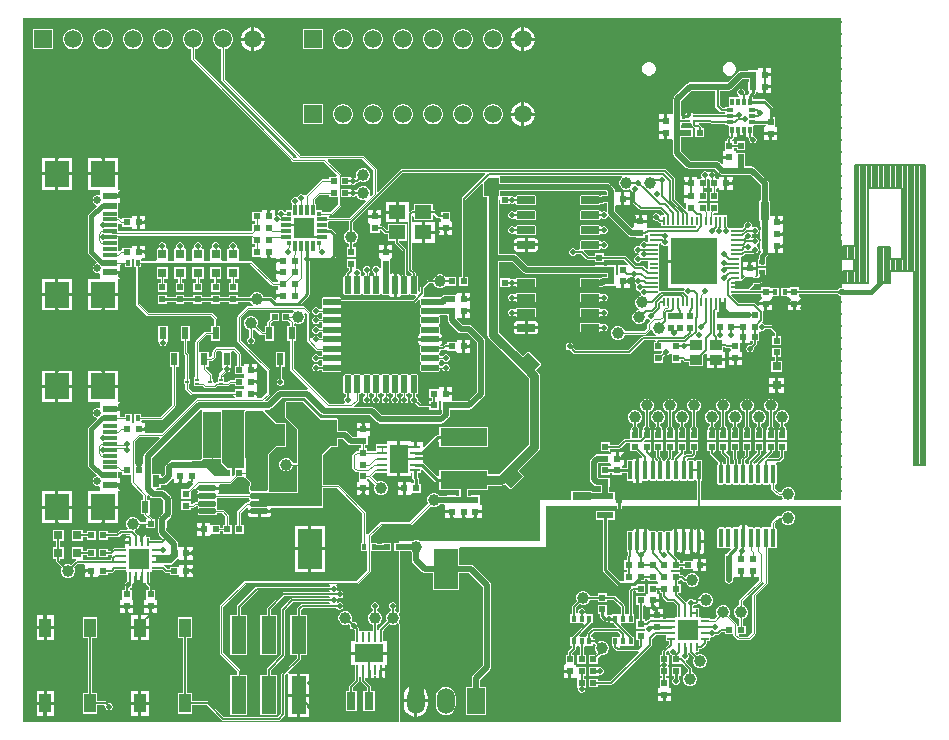
<source format=gbr>
%TF.GenerationSoftware,Altium Limited,Altium Designer,22.2.1 (43)*%
G04 Layer_Physical_Order=1*
G04 Layer_Color=6711008*
%FSLAX26Y26*%
%MOIN*%
%TF.SameCoordinates,FBDAFD36-F916-462A-90D8-3015B88DE517*%
%TF.FilePolarity,Positive*%
%TF.FileFunction,Copper,L1,Top,Signal*%
%TF.Part,Single*%
G01*
G75*
%TA.AperFunction,SMDPad,CuDef*%
%ADD10R,0.003937X0.003937*%
%ADD11C,0.039370*%
%ADD12R,0.008000X0.030000*%
G04:AMPARAMS|DCode=13|XSize=58.661mil|YSize=21.654mil|CornerRadius=2.707mil|HoleSize=0mil|Usage=FLASHONLY|Rotation=270.000|XOffset=0mil|YOffset=0mil|HoleType=Round|Shape=RoundedRectangle|*
%AMROUNDEDRECTD13*
21,1,0.058661,0.016240,0,0,270.0*
21,1,0.053248,0.021654,0,0,270.0*
1,1,0.005413,-0.008120,-0.026624*
1,1,0.005413,-0.008120,0.026624*
1,1,0.005413,0.008120,0.026624*
1,1,0.005413,0.008120,-0.026624*
%
%ADD13ROUNDEDRECTD13*%
G04:AMPARAMS|DCode=14|XSize=58.661mil|YSize=21.654mil|CornerRadius=2.707mil|HoleSize=0mil|Usage=FLASHONLY|Rotation=0.000|XOffset=0mil|YOffset=0mil|HoleType=Round|Shape=RoundedRectangle|*
%AMROUNDEDRECTD14*
21,1,0.058661,0.016240,0,0,0.0*
21,1,0.053248,0.021654,0,0,0.0*
1,1,0.005413,0.026624,-0.008120*
1,1,0.005413,-0.026624,-0.008120*
1,1,0.005413,-0.026624,0.008120*
1,1,0.005413,0.026624,0.008120*
%
%ADD14ROUNDEDRECTD14*%
%ADD15R,0.023622X0.023622*%
%ADD16R,0.030000X0.008000*%
%ADD17R,0.158000X0.158000*%
%ADD18R,0.023622X0.023622*%
%ADD19R,0.023622X0.021654*%
%ADD20R,0.050000X0.125197*%
%ADD21R,0.157480X0.059055*%
%ADD22R,0.032000X0.010000*%
%ADD23R,0.021654X0.023622*%
%ADD24R,0.015748X0.019685*%
%ADD25R,0.047244X0.074803*%
G04:AMPARAMS|DCode=26|XSize=57.087mil|YSize=17.716mil|CornerRadius=0.886mil|HoleSize=0mil|Usage=FLASHONLY|Rotation=180.000|XOffset=0mil|YOffset=0mil|HoleType=Round|Shape=RoundedRectangle|*
%AMROUNDEDRECTD26*
21,1,0.057087,0.015945,0,0,180.0*
21,1,0.055315,0.017716,0,0,180.0*
1,1,0.001772,-0.027657,0.007973*
1,1,0.001772,0.027657,0.007973*
1,1,0.001772,0.027657,-0.007973*
1,1,0.001772,-0.027657,-0.007973*
%
%ADD26ROUNDEDRECTD26*%
%ADD27R,0.078740X0.131890*%
G04:AMPARAMS|DCode=28|XSize=62.992mil|YSize=16.142mil|CornerRadius=0.807mil|HoleSize=0mil|Usage=FLASHONLY|Rotation=90.000|XOffset=0mil|YOffset=0mil|HoleType=Round|Shape=RoundedRectangle|*
%AMROUNDEDRECTD28*
21,1,0.062992,0.014527,0,0,90.0*
21,1,0.061378,0.016142,0,0,90.0*
1,1,0.001614,0.007264,0.030689*
1,1,0.001614,0.007264,-0.030689*
1,1,0.001614,-0.007264,-0.030689*
1,1,0.001614,-0.007264,0.030689*
%
%ADD28ROUNDEDRECTD28*%
%ADD29R,0.025591X0.009842*%
%ADD30R,0.009842X0.025591*%
%ADD31R,0.016535X0.023622*%
G04:AMPARAMS|DCode=32|XSize=61.024mil|YSize=23.622mil|CornerRadius=1.181mil|HoleSize=0mil|Usage=FLASHONLY|Rotation=0.000|XOffset=0mil|YOffset=0mil|HoleType=Round|Shape=RoundedRectangle|*
%AMROUNDEDRECTD32*
21,1,0.061024,0.021260,0,0,0.0*
21,1,0.058661,0.023622,0,0,0.0*
1,1,0.002362,0.029331,-0.010630*
1,1,0.002362,-0.029331,-0.010630*
1,1,0.002362,-0.029331,0.010630*
1,1,0.002362,0.029331,0.010630*
%
%ADD32ROUNDEDRECTD32*%
%ADD33R,0.023000X0.014000*%
%ADD34R,0.014000X0.023000*%
%ADD35C,0.009055*%
%ADD36R,0.031496X0.031496*%
G04:AMPARAMS|DCode=37|XSize=62.992mil|YSize=13.78mil|CornerRadius=0.689mil|HoleSize=0mil|Usage=FLASHONLY|Rotation=270.000|XOffset=0mil|YOffset=0mil|HoleType=Round|Shape=RoundedRectangle|*
%AMROUNDEDRECTD37*
21,1,0.062992,0.012402,0,0,270.0*
21,1,0.061614,0.013780,0,0,270.0*
1,1,0.001378,-0.006201,-0.030807*
1,1,0.001378,-0.006201,0.030807*
1,1,0.001378,0.006201,0.030807*
1,1,0.001378,0.006201,-0.030807*
%
%ADD37ROUNDEDRECTD37*%
%ADD38R,0.057087X0.023622*%
%ADD39R,0.066929X0.066929*%
%ADD40R,0.020000X0.020000*%
%ADD41R,0.039370X0.035433*%
%ADD42R,0.039370X0.062992*%
%ADD43R,0.055118X0.047244*%
%ADD44R,0.023622X0.041339*%
%ADD45R,0.060000X0.098000*%
%ADD46R,0.059055X0.157480*%
%ADD47R,0.031496X0.031496*%
%ADD48R,0.031496X0.059055*%
%ADD49R,0.010000X0.032000*%
%ADD50R,0.098000X0.060000*%
%ADD51R,0.035433X0.011811*%
%ADD52R,0.070866X0.070866*%
%ADD53R,0.011811X0.035433*%
%ADD54R,0.013780X0.013780*%
%TA.AperFunction,ConnectorPad*%
%ADD55R,0.078740X0.085827*%
%ADD56R,0.045276X0.011811*%
%ADD57R,0.045276X0.023622*%
%TA.AperFunction,SMDPad,CuDef*%
%ADD58R,0.013386X0.007874*%
%ADD59R,0.013386X0.010236*%
%ADD60R,0.019685X0.015748*%
%TA.AperFunction,Conductor*%
%ADD61C,0.010000*%
%ADD62C,0.005000*%
%ADD63C,0.030000*%
%ADD64C,0.020000*%
%ADD65C,0.018000*%
%ADD66C,0.008000*%
%ADD67C,0.015000*%
%ADD68C,0.050000*%
%ADD69C,0.004230*%
%ADD70C,0.004000*%
%ADD71C,0.005780*%
%ADD72C,0.006000*%
%TA.AperFunction,NonConductor*%
%ADD73C,0.010000*%
%TA.AperFunction,Conductor*%
%ADD74R,0.019685X0.160478*%
%ADD75R,0.064332X0.028105*%
%ADD76R,0.045365X0.044524*%
%ADD77R,0.137795X0.216536*%
%ADD78R,0.028530X0.061668*%
%TA.AperFunction,ComponentPad*%
%ADD79C,0.059055*%
%ADD80R,0.059055X0.059055*%
%ADD81R,0.059055X0.086614*%
%ADD82O,0.059055X0.086614*%
%ADD83C,0.025591*%
%TA.AperFunction,ViaPad*%
%ADD84C,0.018110*%
G36*
X3720472Y3210914D02*
X3720143Y3210118D01*
Y3164858D01*
X3720472Y3164062D01*
Y3126284D01*
X3720143Y3125488D01*
X3720143Y3086118D01*
X3720472Y3085323D01*
Y3067868D01*
X3717511D01*
X3716650Y3067511D01*
X3715722Y3067419D01*
X3704925Y3061633D01*
X3578303D01*
Y3070429D01*
X3547681D01*
Y3068917D01*
X3542870Y3068461D01*
Y3068461D01*
X3520122D01*
Y3041776D01*
X3539296D01*
X3541181Y3037556D01*
X3541181Y3036776D01*
Y3020745D01*
X3562992D01*
X3584803D01*
Y3037556D01*
X3582371D01*
X3578303Y3039807D01*
X3578303Y3042557D01*
Y3048603D01*
X3704912D01*
X3715719Y3042800D01*
X3716648Y3042706D01*
X3717511Y3042349D01*
X3720472D01*
Y2362205D01*
X3563481D01*
X3561410Y2367205D01*
X3562962Y2368757D01*
X3566492Y2377278D01*
Y2386502D01*
X3562962Y2395023D01*
X3556440Y2401545D01*
X3547919Y2405075D01*
X3538695D01*
X3530174Y2401545D01*
X3523652Y2395023D01*
X3520729Y2387968D01*
X3513666D01*
X3499090Y2402544D01*
Y2413468D01*
X3500276D01*
X3503572Y2414834D01*
X3504938Y2418130D01*
Y2479508D01*
X3503572Y2482804D01*
X3505322Y2487492D01*
X3510847D01*
X3515439Y2489394D01*
X3528214Y2502169D01*
X3530117Y2506762D01*
Y2524059D01*
X3537949D01*
Y2554681D01*
X3509295D01*
Y2524059D01*
X3517128D01*
Y2509452D01*
X3508157Y2500480D01*
X3477281D01*
X3475210Y2505480D01*
X3488844Y2519115D01*
X3490746Y2523707D01*
Y2524059D01*
X3498579D01*
Y2554681D01*
X3469925D01*
Y2524059D01*
X3469925D01*
X3471534Y2520174D01*
X3438420Y2487059D01*
X3437223Y2484169D01*
X3435748Y2484170D01*
X3434191Y2483721D01*
X3430514Y2482934D01*
X3430510Y2482934D01*
X3427267Y2486239D01*
X3426924Y2487142D01*
X3426556Y2488789D01*
X3449474Y2511707D01*
X3451376Y2516299D01*
Y2524059D01*
X3459209D01*
Y2554681D01*
X3430555D01*
Y2524059D01*
X3438387D01*
Y2518990D01*
X3413420Y2494022D01*
X3411518Y2489430D01*
Y2485053D01*
X3408671Y2483609D01*
X3405511Y2482933D01*
X3401831Y2483721D01*
X3400275Y2484170D01*
X3399506Y2484939D01*
Y2494998D01*
X3410104Y2505597D01*
X3412006Y2510189D01*
Y2524059D01*
X3419838D01*
Y2554681D01*
X3391185D01*
Y2524059D01*
X3399017D01*
Y2512879D01*
X3388419Y2502281D01*
X3386517Y2497688D01*
Y2485060D01*
X3382082Y2482804D01*
X3378572D01*
X3377264Y2483346D01*
X3375275Y2484170D01*
X3374506D01*
Y2497668D01*
X3372636Y2502182D01*
Y2524059D01*
X3380468D01*
Y2554681D01*
X3351815D01*
Y2524059D01*
X3359647D01*
Y2499538D01*
X3361517Y2495024D01*
Y2484170D01*
X3360748D01*
X3358191Y2483111D01*
X3355511Y2482933D01*
X3352832Y2483111D01*
X3350276Y2484170D01*
X3349506D01*
Y2503445D01*
X3347604Y2508037D01*
X3336582Y2519059D01*
X3338653Y2524059D01*
X3341098D01*
Y2554681D01*
X3312445D01*
Y2524059D01*
X3320277D01*
Y2519685D01*
X3322180Y2515093D01*
X3336518Y2500755D01*
Y2484170D01*
X3335748D01*
X3333191Y2483111D01*
X3330511Y2482933D01*
X3327833Y2483111D01*
X3325276Y2484170D01*
X3324506D01*
Y2488222D01*
X3322604Y2492814D01*
X3296359Y2519059D01*
X3298430Y2524059D01*
X3301728D01*
Y2554681D01*
X3273075D01*
Y2524059D01*
X3280907D01*
Y2518832D01*
X3282809Y2514240D01*
X3308428Y2488621D01*
X3307452Y2482805D01*
X3306086Y2479508D01*
Y2418130D01*
X3307452Y2414834D01*
X3310748Y2413468D01*
X3324160D01*
X3325276Y2413468D01*
X3326833Y2413917D01*
X3330513Y2414705D01*
X3334193Y2413916D01*
X3335748Y2413468D01*
X3336867Y2413468D01*
X3350276D01*
X3352832Y2414527D01*
X3355513Y2414705D01*
X3358191Y2414527D01*
X3360748Y2413468D01*
X3375275D01*
X3378572Y2414833D01*
X3382451D01*
X3383759Y2414292D01*
X3385748Y2413468D01*
X3399160D01*
X3400275Y2413468D01*
X3401833Y2413917D01*
X3405513Y2414705D01*
X3409193Y2413916D01*
X3410748Y2413468D01*
X3411867Y2413468D01*
X3424160D01*
X3425276Y2413468D01*
X3426833Y2413917D01*
X3430513Y2414704D01*
X3434193Y2413916D01*
X3435748Y2413468D01*
X3436866Y2413468D01*
X3449157D01*
X3450276Y2413468D01*
X3451831Y2413916D01*
X3455511Y2414705D01*
X3459191Y2413917D01*
X3460748Y2413468D01*
X3461864Y2413468D01*
X3475276D01*
X3478572Y2414833D01*
X3482452D01*
X3483760Y2414292D01*
X3485748Y2413468D01*
X3486934D01*
Y2400027D01*
X3488715Y2395729D01*
X3506852Y2377592D01*
X3511149Y2375812D01*
X3520729D01*
X3523652Y2368757D01*
X3525204Y2367205D01*
X3523133Y2362205D01*
X3251573D01*
Y2425410D01*
X3254485Y2426617D01*
X3255813Y2429823D01*
Y2491437D01*
X3254485Y2494643D01*
X3251279Y2495971D01*
X3238878D01*
X3235671Y2494643D01*
X3234843Y2492642D01*
X3229724Y2492642D01*
X3228895Y2494643D01*
X3225689Y2495971D01*
X3213288D01*
X3210081Y2494643D01*
X3209252Y2492640D01*
X3205506Y2492640D01*
X3203935Y2497558D01*
X3207349Y2501358D01*
X3221729D01*
X3226321Y2503261D01*
X3232939Y2509878D01*
X3234841Y2514470D01*
Y2524059D01*
X3242673D01*
Y2554681D01*
X3214020D01*
Y2524059D01*
X3221852D01*
Y2517160D01*
X3219039Y2514347D01*
X3200957D01*
X3197468Y2512902D01*
X3197321Y2513002D01*
X3194009Y2516622D01*
X3195471Y2520151D01*
Y2524059D01*
X3203303D01*
Y2554681D01*
X3174650D01*
Y2524059D01*
X3176629D01*
X3178700Y2519059D01*
X3163715Y2504074D01*
X3161813Y2499482D01*
Y2495850D01*
X3158900Y2494643D01*
X3154307Y2496583D01*
X3153731Y2497527D01*
X3154104Y2498503D01*
X3154198Y2498621D01*
X3156100Y2503214D01*
Y2524059D01*
X3163932D01*
Y2554681D01*
X3135279D01*
Y2524059D01*
X3143111D01*
Y2505904D01*
X3138124Y2500916D01*
X3136222Y2496324D01*
Y2495849D01*
X3133310Y2494643D01*
X3132480Y2492640D01*
X3127362Y2492641D01*
X3126533Y2494644D01*
X3123620Y2495850D01*
Y2497592D01*
X3121718Y2502184D01*
X3116730Y2507172D01*
Y2524059D01*
X3124562D01*
Y2554681D01*
X3095909D01*
Y2524059D01*
X3103741D01*
Y2504482D01*
X3105644Y2499890D01*
X3108245Y2497288D01*
X3107719Y2494643D01*
X3106890Y2492641D01*
X3101772Y2492640D01*
X3100942Y2494643D01*
X3098030Y2495849D01*
Y2500984D01*
X3096128Y2505577D01*
X3082264Y2519440D01*
X3084178Y2524059D01*
X3085193D01*
Y2554681D01*
X3063062D01*
X3060991Y2559681D01*
X3064739Y2563429D01*
X3085192D01*
Y2594051D01*
X3084675D01*
X3083421Y2595928D01*
Y2600923D01*
X3081509Y2605537D01*
X3077977Y2609069D01*
X3077361Y2609324D01*
Y2654760D01*
X3083999Y2657510D01*
X3090521Y2664032D01*
X3094051Y2672553D01*
Y2681777D01*
X3090521Y2690298D01*
X3083999Y2696821D01*
X3075478Y2700350D01*
X3066254D01*
X3057733Y2696821D01*
X3051211Y2690298D01*
X3047681Y2681777D01*
Y2672553D01*
X3051211Y2664032D01*
X3057733Y2657510D01*
X3064372Y2654760D01*
Y2609325D01*
X3063753Y2609069D01*
X3060222Y2605537D01*
X3058310Y2600923D01*
Y2595928D01*
X3057056Y2594051D01*
X3056539D01*
Y2573598D01*
X3050823Y2567882D01*
X3045823Y2569953D01*
Y2594051D01*
X3045305D01*
X3044051Y2595928D01*
Y2600923D01*
X3042140Y2605537D01*
X3038608Y2609069D01*
X3037990Y2609325D01*
Y2615390D01*
X3044629Y2618140D01*
X3051151Y2624662D01*
X3054681Y2633183D01*
Y2642407D01*
X3051151Y2650928D01*
X3044629Y2657450D01*
X3036108Y2660980D01*
X3026884D01*
X3018363Y2657450D01*
X3011841Y2650928D01*
X3008311Y2642407D01*
Y2633183D01*
X3011841Y2624662D01*
X3018363Y2618140D01*
X3025002Y2615390D01*
Y2609325D01*
X3024384Y2609069D01*
X3020852Y2605537D01*
X3018941Y2600923D01*
Y2595928D01*
X3017687Y2594051D01*
X3017169D01*
Y2565664D01*
X3000178D01*
X2995586Y2563762D01*
X2977689Y2545864D01*
X2947397D01*
Y2554681D01*
X2918744D01*
Y2524059D01*
X2946555D01*
X2948193Y2523156D01*
X2950626Y2520396D01*
Y2518974D01*
X2947397Y2515311D01*
X2945625Y2515311D01*
X2918744D01*
Y2513764D01*
X2904571D01*
X2899304Y2512717D01*
X2894838Y2509733D01*
X2884788Y2499683D01*
X2881805Y2495218D01*
X2880757Y2489950D01*
X2880757Y2489949D01*
Y2431310D01*
X2881805Y2426043D01*
X2884789Y2421577D01*
X2894838Y2411527D01*
X2899304Y2408544D01*
X2904572Y2407496D01*
X2918744D01*
Y2405949D01*
X2919306D01*
Y2389327D01*
X2901027D01*
Y2387781D01*
X2890046D01*
Y2388209D01*
X2888936Y2390888D01*
X2886257Y2391998D01*
X2821925D01*
X2819246Y2390888D01*
X2818137Y2388209D01*
Y2362205D01*
X2716535D01*
Y2224409D01*
X2316211D01*
X2307761Y2227910D01*
X2298538D01*
X2290088Y2224409D01*
X2244094D01*
Y2219051D01*
X2228783D01*
Y2190398D01*
X2244094D01*
Y1988678D01*
X2239094Y1986607D01*
X2237543Y1988159D01*
X2230904Y1990909D01*
Y1996975D01*
X2231521Y1997230D01*
X2235053Y2000762D01*
X2236965Y2005377D01*
Y2010371D01*
X2235053Y2014986D01*
X2231521Y2018518D01*
X2226907Y2020429D01*
X2221912D01*
X2217298Y2018518D01*
X2213766Y2014986D01*
X2211854Y2010371D01*
Y2005377D01*
X2213766Y2000762D01*
X2217298Y1997230D01*
X2217915Y1996975D01*
Y1990909D01*
X2211276Y1988159D01*
X2204754Y1981637D01*
X2201224Y1973116D01*
Y1963892D01*
X2203974Y1957253D01*
X2180447Y1933726D01*
X2178668Y1929430D01*
X2175232Y1927594D01*
X2171849Y1929606D01*
Y1946099D01*
X2178488Y1948849D01*
X2185010Y1955371D01*
X2188539Y1963892D01*
Y1973116D01*
X2185010Y1981637D01*
X2178488Y1988159D01*
X2171849Y1990909D01*
Y1996975D01*
X2172466Y1997230D01*
X2175998Y2000762D01*
X2177909Y2005377D01*
Y2010371D01*
X2175998Y2014986D01*
X2172466Y2018518D01*
X2167852Y2020429D01*
X2162857D01*
X2158242Y2018518D01*
X2154711Y2014986D01*
X2152799Y2010371D01*
Y2005377D01*
X2154711Y2000762D01*
X2158242Y1997230D01*
X2158860Y1996975D01*
Y1990909D01*
X2152221Y1988159D01*
X2145699Y1981637D01*
X2142169Y1973116D01*
Y1963892D01*
X2145699Y1955371D01*
X2152221Y1948849D01*
X2158860Y1946099D01*
Y1925641D01*
X2154169Y1924894D01*
X2154169Y1924894D01*
X2154169Y1924894D01*
X2137169D01*
Y1924894D01*
X2134484D01*
Y1924894D01*
X2117484D01*
X2117484Y1924894D01*
X2112794Y1925640D01*
Y1931250D01*
X2110892Y1935842D01*
X2106389Y1940345D01*
X2106644Y1940962D01*
Y1945957D01*
X2104733Y1950572D01*
X2101201Y1954103D01*
X2096587Y1956015D01*
X2091782D01*
X2088616Y1959415D01*
X2088374Y1959691D01*
X2090114Y1963892D01*
Y1973116D01*
X2086584Y1981637D01*
X2080062Y1988159D01*
X2071541Y1991689D01*
X2062317D01*
X2053796Y1988159D01*
X2047274Y1981637D01*
X2043744Y1973116D01*
Y1963892D01*
X2047274Y1955371D01*
X2053796Y1948849D01*
X2062317Y1945319D01*
X2071541D01*
X2076915Y1947545D01*
X2077751Y1947257D01*
X2081534Y1944046D01*
Y1940962D01*
X2083446Y1936348D01*
X2086977Y1932816D01*
X2091592Y1930905D01*
X2094158D01*
X2098014Y1926496D01*
X2097799Y1924894D01*
X2097799D01*
Y1890394D01*
X2086669D01*
Y1855394D01*
X2145669D01*
X2204669D01*
Y1890394D01*
X2193539D01*
Y1924894D01*
X2193539D01*
X2194561Y1929471D01*
X2213159Y1948069D01*
X2219798Y1945319D01*
X2229021D01*
X2237543Y1948849D01*
X2239094Y1950400D01*
X2244094Y1948329D01*
Y1620801D01*
X990879D01*
Y3969751D01*
X3720472D01*
Y3210914D01*
D02*
G37*
G36*
X3729976Y3046137D02*
X3717511D01*
X3700787Y3055118D01*
X3717511Y3064080D01*
X3729976D01*
Y3046137D01*
D02*
G37*
G36*
X3017169Y2524059D02*
X3037622D01*
X3056864Y2504817D01*
X3056564Y2503618D01*
X3050858Y2501417D01*
X3050726Y2501506D01*
X3046555Y2502335D01*
X3045354D01*
Y2460630D01*
Y2418925D01*
X3046555D01*
X3050726Y2419754D01*
X3054261Y2422117D01*
X3056624Y2425652D01*
X3057603Y2426176D01*
X3059744Y2425289D01*
X3072146D01*
X3075352Y2426617D01*
X3076181Y2428619D01*
X3081299Y2428618D01*
X3082128Y2426617D01*
X3085335Y2425289D01*
X3097736D01*
X3100942Y2426617D01*
X3101772Y2428619D01*
X3106890Y2428620D01*
X3107719Y2426617D01*
X3110925Y2425289D01*
X3123327D01*
X3126533Y2426617D01*
X3127362Y2428620D01*
X3132480Y2428620D01*
X3133310Y2426617D01*
X3136516Y2425289D01*
X3148917D01*
X3152123Y2426617D01*
X3152953Y2428620D01*
X3158071Y2428620D01*
X3158900Y2426617D01*
X3162106Y2425289D01*
X3174508D01*
X3177714Y2426617D01*
X3178543Y2428620D01*
X3183661Y2428620D01*
X3184491Y2426617D01*
X3187697Y2425289D01*
X3200098D01*
X3203304Y2426617D01*
X3204134Y2428620D01*
X3209252Y2428620D01*
X3210081Y2426617D01*
X3213288Y2425289D01*
X3225689D01*
X3228895Y2426617D01*
X3229724Y2428618D01*
X3234843Y2428618D01*
X3235671Y2426617D01*
X3238584Y2425410D01*
Y2362205D01*
X2988588D01*
Y2362520D01*
X2987928Y2365837D01*
X2986050Y2368648D01*
X2983238Y2370527D01*
X2979921Y2371187D01*
X2976605Y2370527D01*
X2973793Y2368648D01*
X2971915Y2365837D01*
X2971255Y2362520D01*
Y2362205D01*
X2965114D01*
Y2389327D01*
X2946835D01*
Y2405949D01*
X2947398D01*
Y2436571D01*
X2918744D01*
Y2435025D01*
X2910273D01*
X2908286Y2437012D01*
Y2484249D01*
X2910273Y2486235D01*
X2918744D01*
Y2484689D01*
X2945625D01*
X2947397Y2484689D01*
X2950626Y2481026D01*
Y2479604D01*
X2948197Y2476849D01*
X2946558Y2475941D01*
X2918744D01*
Y2445319D01*
X2947398D01*
Y2451965D01*
X2957126D01*
Y2445320D01*
X2987748D01*
Y2451964D01*
X3004029D01*
Y2429823D01*
X3005357Y2426617D01*
X3008563Y2425289D01*
X3020964D01*
X3023105Y2426176D01*
X3024085Y2425652D01*
X3026447Y2422117D01*
X3029983Y2419754D01*
X3034154Y2418925D01*
X3035354D01*
Y2460630D01*
Y2502335D01*
X3034154D01*
X3029983Y2501506D01*
X3026447Y2499143D01*
X3024085Y2495608D01*
X3023106Y2495084D01*
X3020964Y2495971D01*
X3008563D01*
X3005357Y2494643D01*
X3004029Y2491437D01*
Y2469297D01*
X2991284D01*
X2989131Y2471450D01*
X2989701Y2477023D01*
X2991816Y2478193D01*
X2994247D01*
Y2495004D01*
X2972436D01*
Y2500004D01*
X2967436D01*
Y2521815D01*
X2951468D01*
X2949830Y2522718D01*
X2947397Y2525478D01*
Y2532876D01*
X2980379D01*
X2984971Y2534778D01*
X3002869Y2552675D01*
X3017169D01*
Y2524059D01*
D02*
G37*
G36*
X3720472Y1620801D02*
X2247883D01*
Y1948329D01*
X2247595Y1949025D01*
Y1949779D01*
X2247062Y1950312D01*
X2246773Y1951008D01*
X2246363Y1951178D01*
X2244291Y1955916D01*
X2247594Y1963892D01*
Y1973116D01*
X2244291Y1981092D01*
X2246363Y1985830D01*
X2246773Y1986000D01*
X2247062Y1986696D01*
X2247594Y1987229D01*
Y1987982D01*
X2247883Y1988678D01*
Y2190398D01*
X2259405D01*
Y2190960D01*
X2284126D01*
X2289385Y2185700D01*
Y2162228D01*
X2290433Y2156960D01*
X2293417Y2152495D01*
X2323755Y2122157D01*
X2328220Y2119173D01*
X2333488Y2118125D01*
X2358705D01*
Y2062445D01*
X2444445D01*
Y2118125D01*
X2479196D01*
X2525606Y2071716D01*
Y1812019D01*
X2491841Y1778255D01*
X2488858Y1773789D01*
X2487810Y1768522D01*
Y1739720D01*
X2468547D01*
Y1646106D01*
X2534602D01*
Y1739720D01*
X2515339D01*
Y1762820D01*
X2549103Y1796585D01*
X2552087Y1801050D01*
X2553135Y1806318D01*
Y2077417D01*
X2552087Y2082685D01*
X2549103Y2087150D01*
X2494631Y2141623D01*
X2490165Y2144606D01*
X2484898Y2145654D01*
X2444445D01*
Y2201335D01*
X2448041Y2204724D01*
X2736220D01*
Y2342520D01*
X2971255D01*
Y2322520D01*
X2971915Y2319204D01*
X2973793Y2316392D01*
X2976605Y2314513D01*
X2979921Y2313854D01*
X2983238Y2314513D01*
X2986050Y2316392D01*
X2987928Y2319204D01*
X2988588Y2322520D01*
Y2342520D01*
X3720472D01*
Y1620801D01*
D02*
G37*
%LPC*%
G36*
X2663472Y3937165D02*
X2663268D01*
Y3902637D01*
X2697796D01*
Y3902841D01*
X2695102Y3912895D01*
X2689898Y3921908D01*
X2682539Y3929267D01*
X2673525Y3934471D01*
X2663472Y3937165D01*
D02*
G37*
G36*
X2653268D02*
X2653064D01*
X2643011Y3934471D01*
X2633998Y3929267D01*
X2626638Y3921908D01*
X2621434Y3912895D01*
X2618741Y3902841D01*
Y3902637D01*
X2653268D01*
Y3937165D01*
D02*
G37*
G36*
X1763472D02*
X1763268D01*
Y3902637D01*
X1797796D01*
Y3902841D01*
X1795102Y3912895D01*
X1789898Y3921908D01*
X1782539Y3929267D01*
X1773525Y3934471D01*
X1763472Y3937165D01*
D02*
G37*
G36*
X1753268D02*
X1753064D01*
X1743011Y3934471D01*
X1733998Y3929267D01*
X1726638Y3921908D01*
X1721435Y3912895D01*
X1718741Y3902841D01*
Y3902637D01*
X1753268D01*
Y3937165D01*
D02*
G37*
G36*
X1091295Y3930665D02*
X1025241D01*
Y3864610D01*
X1091295D01*
Y3930665D01*
D02*
G37*
G36*
X1462616Y3930665D02*
X1453920D01*
X1445520Y3928414D01*
X1437989Y3924066D01*
X1431840Y3917917D01*
X1427492Y3910386D01*
X1425241Y3901986D01*
Y3893290D01*
X1427492Y3884890D01*
X1431840Y3877358D01*
X1437989Y3871209D01*
X1445520Y3866861D01*
X1453920Y3864610D01*
X1462616D01*
X1471016Y3866861D01*
X1478548Y3871209D01*
X1484697Y3877358D01*
X1489045Y3884890D01*
X1491296Y3893290D01*
Y3901986D01*
X1489045Y3910386D01*
X1484697Y3917917D01*
X1478548Y3924066D01*
X1471016Y3928414D01*
X1462616Y3930665D01*
D02*
G37*
G36*
X1362616D02*
X1353919D01*
X1345520Y3928414D01*
X1337988Y3924066D01*
X1331839Y3917917D01*
X1327491Y3910386D01*
X1325240Y3901986D01*
Y3893290D01*
X1327491Y3884890D01*
X1331839Y3877358D01*
X1337988Y3871209D01*
X1345520Y3866861D01*
X1353919Y3864610D01*
X1362616D01*
X1371016Y3866861D01*
X1378547Y3871209D01*
X1384696Y3877358D01*
X1389044Y3884890D01*
X1391295Y3893290D01*
Y3901986D01*
X1389044Y3910386D01*
X1384696Y3917917D01*
X1378547Y3924066D01*
X1371016Y3928414D01*
X1362616Y3930665D01*
D02*
G37*
G36*
X1262616D02*
X1253920D01*
X1245520Y3928414D01*
X1237989Y3924066D01*
X1231840Y3917917D01*
X1227492Y3910386D01*
X1225241Y3901986D01*
Y3893290D01*
X1227492Y3884890D01*
X1231840Y3877358D01*
X1237989Y3871209D01*
X1245520Y3866861D01*
X1253920Y3864610D01*
X1262616D01*
X1271016Y3866861D01*
X1278548Y3871209D01*
X1284697Y3877358D01*
X1289045Y3884890D01*
X1291296Y3893290D01*
Y3901986D01*
X1289045Y3910386D01*
X1284697Y3917917D01*
X1278548Y3924066D01*
X1271016Y3928414D01*
X1262616Y3930665D01*
D02*
G37*
G36*
X2262616Y3930665D02*
X2253920D01*
X2245520Y3928414D01*
X2237989Y3924066D01*
X2231840Y3917917D01*
X2227491Y3910386D01*
X2225241Y3901986D01*
Y3893289D01*
X2227491Y3884890D01*
X2231840Y3877358D01*
X2237989Y3871209D01*
X2245520Y3866861D01*
X2253920Y3864610D01*
X2262616D01*
X2271016Y3866861D01*
X2278548Y3871209D01*
X2284697Y3877358D01*
X2289045Y3884890D01*
X2291296Y3893289D01*
Y3901986D01*
X2289045Y3910386D01*
X2284697Y3917917D01*
X2278548Y3924066D01*
X2271016Y3928414D01*
X2262616Y3930665D01*
D02*
G37*
G36*
X2362617Y3930665D02*
X2353920D01*
X2345520Y3928414D01*
X2337989Y3924066D01*
X2331840Y3917917D01*
X2327492Y3910386D01*
X2325241Y3901986D01*
Y3893289D01*
X2327492Y3884890D01*
X2331840Y3877358D01*
X2337989Y3871209D01*
X2345520Y3866861D01*
X2353920Y3864610D01*
X2362617D01*
X2371017Y3866861D01*
X2378548Y3871209D01*
X2384697Y3877358D01*
X2389045Y3884890D01*
X2391296Y3893289D01*
Y3901986D01*
X2389045Y3910386D01*
X2384697Y3917917D01*
X2378548Y3924066D01*
X2371017Y3928414D01*
X2362617Y3930665D01*
D02*
G37*
G36*
X2062616D02*
X2053920D01*
X2045520Y3928414D01*
X2037989Y3924066D01*
X2031840Y3917917D01*
X2027491Y3910386D01*
X2025241Y3901986D01*
Y3893289D01*
X2027491Y3884890D01*
X2031840Y3877358D01*
X2037989Y3871209D01*
X2045520Y3866861D01*
X2053920Y3864610D01*
X2062616D01*
X2071016Y3866861D01*
X2078548Y3871209D01*
X2084697Y3877358D01*
X2089045Y3884890D01*
X2091296Y3893289D01*
Y3901986D01*
X2089045Y3910386D01*
X2084697Y3917917D01*
X2078548Y3924066D01*
X2071016Y3928414D01*
X2062616Y3930665D01*
D02*
G37*
G36*
X1162616D02*
X1153920D01*
X1145520Y3928414D01*
X1137989Y3924066D01*
X1131839Y3917917D01*
X1127491Y3910386D01*
X1125241Y3901986D01*
Y3893289D01*
X1127491Y3884890D01*
X1131839Y3877358D01*
X1137989Y3871209D01*
X1145520Y3866861D01*
X1153920Y3864610D01*
X1162616D01*
X1171016Y3866861D01*
X1178547Y3871209D01*
X1184697Y3877358D01*
X1189045Y3884890D01*
X1191295Y3893289D01*
Y3901986D01*
X1189045Y3910386D01*
X1184697Y3917917D01*
X1178547Y3924066D01*
X1171016Y3928414D01*
X1162616Y3930665D01*
D02*
G37*
G36*
X2562617Y3930665D02*
X2553920D01*
X2545520Y3928414D01*
X2537989Y3924066D01*
X2531840Y3917917D01*
X2527492Y3910386D01*
X2525241Y3901986D01*
Y3893289D01*
X2527492Y3884889D01*
X2531840Y3877358D01*
X2537989Y3871209D01*
X2545520Y3866861D01*
X2553920Y3864610D01*
X2562617D01*
X2571017Y3866861D01*
X2578548Y3871209D01*
X2584697Y3877358D01*
X2589045Y3884889D01*
X2591296Y3893289D01*
Y3901986D01*
X2589045Y3910386D01*
X2584697Y3917917D01*
X2578548Y3924066D01*
X2571017Y3928414D01*
X2562617Y3930665D01*
D02*
G37*
G36*
X2162617D02*
X2153920D01*
X2145520Y3928414D01*
X2137989Y3924066D01*
X2131840Y3917917D01*
X2127492Y3910386D01*
X2125241Y3901986D01*
Y3893289D01*
X2127492Y3884889D01*
X2131840Y3877358D01*
X2137989Y3871209D01*
X2145520Y3866861D01*
X2153920Y3864610D01*
X2162617D01*
X2171016Y3866861D01*
X2178548Y3871209D01*
X2184697Y3877358D01*
X2189045Y3884889D01*
X2191296Y3893289D01*
Y3901986D01*
X2189045Y3910386D01*
X2184697Y3917917D01*
X2178548Y3924066D01*
X2171016Y3928414D01*
X2162617Y3930665D01*
D02*
G37*
G36*
X1991296D02*
X1925241D01*
Y3864610D01*
X1991296D01*
Y3930665D01*
D02*
G37*
G36*
X2462617Y3930665D02*
X2453920D01*
X2445520Y3928414D01*
X2437989Y3924066D01*
X2431840Y3917917D01*
X2427492Y3910385D01*
X2425241Y3901985D01*
Y3893289D01*
X2427492Y3884889D01*
X2431840Y3877358D01*
X2437989Y3871209D01*
X2445520Y3866861D01*
X2453920Y3864610D01*
X2462617D01*
X2471017Y3866861D01*
X2478548Y3871209D01*
X2484697Y3877358D01*
X2489045Y3884889D01*
X2491296Y3893289D01*
Y3901985D01*
X2489045Y3910385D01*
X2484697Y3917917D01*
X2478548Y3924066D01*
X2471017Y3928414D01*
X2462617Y3930665D01*
D02*
G37*
G36*
X2697796Y3892637D02*
X2663268D01*
Y3858110D01*
X2663472D01*
X2673525Y3860804D01*
X2682539Y3866008D01*
X2689898Y3873367D01*
X2695102Y3882380D01*
X2697796Y3892434D01*
Y3892637D01*
D02*
G37*
G36*
X2653268D02*
X2618741D01*
Y3892434D01*
X2621434Y3882380D01*
X2626638Y3873367D01*
X2633998Y3866008D01*
X2643011Y3860804D01*
X2653064Y3858110D01*
X2653268D01*
Y3892637D01*
D02*
G37*
G36*
X1797796D02*
X1763268D01*
Y3858110D01*
X1763472D01*
X1773525Y3860804D01*
X1782539Y3866008D01*
X1789898Y3873367D01*
X1795102Y3882380D01*
X1797796Y3892434D01*
Y3892637D01*
D02*
G37*
G36*
X1753268D02*
X1718741D01*
Y3892434D01*
X1721435Y3882380D01*
X1726638Y3873367D01*
X1733998Y3866008D01*
X1743011Y3860804D01*
X1753064Y3858110D01*
X1753268D01*
Y3892637D01*
D02*
G37*
G36*
X3459571Y3801342D02*
X3442760D01*
Y3798910D01*
X3440509Y3794842D01*
X3437760Y3794842D01*
X3409887D01*
Y3793296D01*
X3385831D01*
X3385830Y3793296D01*
X3380563Y3792248D01*
X3376097Y3789264D01*
X3340755Y3753922D01*
X3215501D01*
X3210234Y3752874D01*
X3205769Y3749890D01*
X3163499Y3707621D01*
X3160515Y3703156D01*
X3159468Y3697888D01*
Y3650702D01*
X3155670Y3647799D01*
X3154468Y3647799D01*
X3138859D01*
Y3625988D01*
X3133859D01*
Y3620988D01*
X3112048D01*
Y3608421D01*
X3112044D01*
Y3591610D01*
X3133855D01*
Y3586610D01*
X3138855D01*
Y3564799D01*
X3154463D01*
X3155666Y3564799D01*
X3159463Y3561896D01*
Y3519686D01*
X3160511Y3514419D01*
X3163494Y3509953D01*
X3203332Y3470115D01*
X3207798Y3467132D01*
X3213065Y3466084D01*
X3213066Y3466084D01*
X3298195D01*
X3313729Y3450550D01*
X3318194Y3447566D01*
X3323462Y3446519D01*
X3323462Y3446519D01*
X3415679D01*
X3450802Y3411395D01*
Y3361102D01*
X3450455D01*
X3447776Y3359992D01*
X3446667Y3357314D01*
Y3295645D01*
X3447776Y3292967D01*
X3449257Y3292353D01*
Y3272094D01*
X3450803D01*
Y3263346D01*
X3449257D01*
Y3232724D01*
X3450803D01*
Y3223976D01*
X3449257D01*
Y3193354D01*
X3452276D01*
X3452907Y3188354D01*
X3447217Y3182664D01*
X3444785Y3179026D01*
X3443932Y3174733D01*
X3443932Y3174733D01*
Y3166083D01*
X3441805D01*
Y3143335D01*
X3468490D01*
Y3166083D01*
X3468490D01*
X3467358Y3171083D01*
X3472498Y3176223D01*
X3472499Y3176224D01*
X3474930Y3179862D01*
X3475783Y3184154D01*
Y3189818D01*
X3476292Y3190327D01*
X3478459Y3190361D01*
X3482130Y3186950D01*
Y3186854D01*
X3498941D01*
Y3208665D01*
X3503941D01*
Y3213665D01*
X3525752D01*
Y3226224D01*
Y3243035D01*
X3503941D01*
Y3253035D01*
X3525752D01*
Y3265594D01*
Y3282405D01*
X3503941D01*
Y3287405D01*
X3498941D01*
Y3309216D01*
X3482773D01*
Y3357314D01*
X3481664Y3359992D01*
X3478985Y3361102D01*
X3478331D01*
Y3417097D01*
X3477284Y3422364D01*
X3474300Y3426830D01*
X3431113Y3470016D01*
X3426648Y3473000D01*
X3421381Y3474048D01*
X3399591D01*
Y3488626D01*
X3400154D01*
Y3519248D01*
X3372284D01*
X3371500Y3519248D01*
X3367284Y3521139D01*
Y3525748D01*
X3364852D01*
X3360784Y3527996D01*
X3360784Y3530748D01*
Y3536812D01*
X3371500D01*
Y3527996D01*
X3400154D01*
Y3558618D01*
X3371500D01*
Y3549801D01*
X3360784D01*
Y3558618D01*
X3357512D01*
X3355441Y3563618D01*
X3360884Y3569062D01*
X3362405Y3572732D01*
X3370982D01*
Y3594232D01*
X3380982D01*
Y3572732D01*
X3390672D01*
Y3594232D01*
X3400672D01*
Y3572732D01*
X3408907D01*
X3410770Y3568235D01*
X3412898Y3566107D01*
X3412642Y3565490D01*
Y3560495D01*
X3414553Y3555880D01*
X3418085Y3552348D01*
X3422700Y3550437D01*
X3427694D01*
X3432309Y3552348D01*
X3435841Y3555880D01*
X3437752Y3560495D01*
Y3565490D01*
X3435841Y3570104D01*
X3432309Y3573636D01*
X3428365Y3575269D01*
X3425862Y3579232D01*
Y3609232D01*
X3429905Y3611542D01*
X3438571D01*
Y3613376D01*
X3465405D01*
X3467553Y3611228D01*
X3466981Y3605652D01*
X3464873Y3604485D01*
X3462441D01*
Y3587675D01*
X3484252D01*
X3506063D01*
Y3604485D01*
X3503631D01*
X3499563Y3606736D01*
X3499563Y3609485D01*
Y3637358D01*
X3492919D01*
Y3667106D01*
X3492259Y3670423D01*
X3490380Y3673235D01*
X3468254Y3695360D01*
X3465443Y3697239D01*
X3462126Y3697899D01*
X3425862D01*
Y3704232D01*
X3425862Y3704232D01*
X3425862D01*
X3425862Y3704232D01*
X3427140Y3708703D01*
X3431326Y3712889D01*
X3433205Y3715700D01*
X3433865Y3719017D01*
Y3721314D01*
X3436017Y3723466D01*
X3441590Y3722895D01*
X3442760Y3720782D01*
Y3718350D01*
X3459571D01*
Y3740161D01*
X3464571D01*
Y3745161D01*
X3486382D01*
Y3757720D01*
Y3774531D01*
X3464571D01*
Y3779531D01*
X3459571D01*
Y3801342D01*
D02*
G37*
G36*
X3486382D02*
X3469571D01*
Y3784531D01*
X3486382D01*
Y3801342D01*
D02*
G37*
G36*
X3350873Y3821413D02*
X3342041D01*
X3333881Y3818034D01*
X3327636Y3811788D01*
X3324256Y3803629D01*
Y3794797D01*
X3327636Y3786637D01*
X3333881Y3780392D01*
X3342041Y3777012D01*
X3350873D01*
X3359032Y3780392D01*
X3365278Y3786637D01*
X3368657Y3794797D01*
Y3803629D01*
X3365278Y3811788D01*
X3359032Y3818034D01*
X3350873Y3821413D01*
D02*
G37*
G36*
X3083156D02*
X3074324D01*
X3066164Y3818034D01*
X3059919Y3811788D01*
X3056539Y3803629D01*
Y3794797D01*
X3059919Y3786637D01*
X3066164Y3780392D01*
X3074324Y3777012D01*
X3083156D01*
X3091316Y3780392D01*
X3097561Y3786637D01*
X3100941Y3794797D01*
Y3803629D01*
X3097561Y3811788D01*
X3091316Y3818034D01*
X3083156Y3821413D01*
D02*
G37*
G36*
X3486382Y3735161D02*
X3469571D01*
Y3718350D01*
X3486382D01*
Y3735161D01*
D02*
G37*
G36*
X2663472Y3687165D02*
X2663268D01*
Y3652637D01*
X2697796D01*
Y3652841D01*
X2695102Y3662895D01*
X2689898Y3671908D01*
X2682539Y3679267D01*
X2673525Y3684471D01*
X2663472Y3687165D01*
D02*
G37*
G36*
X2653268D02*
X2653064D01*
X2643011Y3684471D01*
X2633998Y3679267D01*
X2626638Y3671908D01*
X2621434Y3662895D01*
X2618741Y3652841D01*
Y3652637D01*
X2653268D01*
Y3687165D01*
D02*
G37*
G36*
X3128859Y3647799D02*
X3112048D01*
Y3630988D01*
X3128859D01*
Y3647799D01*
D02*
G37*
G36*
X2362617Y3680665D02*
X2353920D01*
X2345521Y3678414D01*
X2337989Y3674066D01*
X2331840Y3667917D01*
X2327492Y3660386D01*
X2325241Y3651986D01*
Y3643290D01*
X2327492Y3634890D01*
X2331840Y3627358D01*
X2337989Y3621209D01*
X2345521Y3616861D01*
X2353920Y3614610D01*
X2362617D01*
X2371017Y3616861D01*
X2378548Y3621209D01*
X2384697Y3627358D01*
X2389045Y3634890D01*
X2391296Y3643290D01*
Y3651986D01*
X2389045Y3660386D01*
X2384697Y3667917D01*
X2378548Y3674066D01*
X2371017Y3678414D01*
X2362617Y3680665D01*
D02*
G37*
G36*
X2462617Y3680665D02*
X2453921D01*
X2445521Y3678414D01*
X2437989Y3674066D01*
X2431840Y3667917D01*
X2427492Y3660386D01*
X2425241Y3651986D01*
Y3643289D01*
X2427492Y3634890D01*
X2431840Y3627358D01*
X2437989Y3621209D01*
X2445521Y3616861D01*
X2453921Y3614610D01*
X2462617D01*
X2471017Y3616861D01*
X2478548Y3621209D01*
X2484697Y3627358D01*
X2489045Y3634890D01*
X2491296Y3643289D01*
Y3651986D01*
X2489045Y3660386D01*
X2484697Y3667917D01*
X2478548Y3674066D01*
X2471017Y3678414D01*
X2462617Y3680665D01*
D02*
G37*
G36*
X2262617D02*
X2253920D01*
X2245521Y3678414D01*
X2237989Y3674066D01*
X2231840Y3667917D01*
X2227492Y3660386D01*
X2225241Y3651986D01*
Y3643289D01*
X2227492Y3634890D01*
X2231840Y3627358D01*
X2237989Y3621209D01*
X2245521Y3616861D01*
X2253920Y3614610D01*
X2262617D01*
X2271017Y3616861D01*
X2278548Y3621209D01*
X2284697Y3627358D01*
X2289045Y3634890D01*
X2291296Y3643289D01*
Y3651986D01*
X2289045Y3660386D01*
X2284697Y3667917D01*
X2278548Y3674066D01*
X2271017Y3678414D01*
X2262617Y3680665D01*
D02*
G37*
G36*
X2562617Y3680665D02*
X2553920D01*
X2545521Y3678414D01*
X2537989Y3674066D01*
X2531840Y3667917D01*
X2527492Y3660386D01*
X2525241Y3651986D01*
Y3643289D01*
X2527492Y3634890D01*
X2531840Y3627358D01*
X2537989Y3621209D01*
X2545521Y3616861D01*
X2553920Y3614610D01*
X2562617D01*
X2571017Y3616861D01*
X2578548Y3621209D01*
X2584697Y3627358D01*
X2589045Y3634890D01*
X2591296Y3643289D01*
Y3651986D01*
X2589045Y3660386D01*
X2584697Y3667917D01*
X2578548Y3674066D01*
X2571017Y3678414D01*
X2562617Y3680665D01*
D02*
G37*
G36*
X2062617D02*
X2053920D01*
X2045520Y3678414D01*
X2037989Y3674066D01*
X2031840Y3667917D01*
X2027492Y3660386D01*
X2025241Y3651986D01*
Y3643289D01*
X2027492Y3634890D01*
X2031840Y3627358D01*
X2037989Y3621209D01*
X2045520Y3616861D01*
X2053920Y3614610D01*
X2062617D01*
X2071017Y3616861D01*
X2078548Y3621209D01*
X2084697Y3627358D01*
X2089045Y3634890D01*
X2091296Y3643289D01*
Y3651986D01*
X2089045Y3660386D01*
X2084697Y3667917D01*
X2078548Y3674066D01*
X2071017Y3678414D01*
X2062617Y3680665D01*
D02*
G37*
G36*
X1991296Y3680665D02*
X1925241D01*
Y3614610D01*
X1991296D01*
Y3680665D01*
D02*
G37*
G36*
X2162617Y3680665D02*
X2153920D01*
X2145521Y3678414D01*
X2137989Y3674066D01*
X2131840Y3667917D01*
X2127492Y3660385D01*
X2125241Y3651986D01*
Y3643289D01*
X2127492Y3634889D01*
X2131840Y3627358D01*
X2137989Y3621209D01*
X2145521Y3616861D01*
X2153920Y3614610D01*
X2162617D01*
X2171017Y3616861D01*
X2178548Y3621209D01*
X2184697Y3627358D01*
X2189045Y3634889D01*
X2191296Y3643289D01*
Y3651986D01*
X2189045Y3660385D01*
X2184697Y3667917D01*
X2178548Y3674066D01*
X2171017Y3678414D01*
X2162617Y3680665D01*
D02*
G37*
G36*
X2697796Y3642637D02*
X2663268D01*
Y3608110D01*
X2663472D01*
X2673525Y3610804D01*
X2682539Y3616008D01*
X2689898Y3623367D01*
X2695102Y3632380D01*
X2697796Y3642434D01*
Y3642637D01*
D02*
G37*
G36*
X2653268D02*
X2618741D01*
Y3642434D01*
X2621434Y3632380D01*
X2626638Y3623367D01*
X2633998Y3616008D01*
X2643011Y3610804D01*
X2653064Y3608110D01*
X2653268D01*
Y3642637D01*
D02*
G37*
G36*
X3128855Y3581610D02*
X3112044D01*
Y3564799D01*
X3128855D01*
Y3581610D01*
D02*
G37*
G36*
X3506063Y3577675D02*
X3489252D01*
Y3560863D01*
X3506063D01*
Y3577675D01*
D02*
G37*
G36*
X3479252D02*
X3462441D01*
Y3560863D01*
X3479252D01*
Y3577675D01*
D02*
G37*
G36*
X1662616Y3930665D02*
X1653920D01*
X1645520Y3928415D01*
X1637988Y3924066D01*
X1631839Y3917917D01*
X1627491Y3910386D01*
X1625240Y3901986D01*
Y3893290D01*
X1627491Y3884890D01*
X1631839Y3877358D01*
X1637988Y3871209D01*
X1645520Y3866861D01*
X1652190Y3865074D01*
Y3762626D01*
X1653970Y3758329D01*
X1905395Y3506904D01*
X1903482Y3502285D01*
X1896016D01*
X1564346Y3833954D01*
Y3865074D01*
X1571016Y3866861D01*
X1578548Y3871209D01*
X1584697Y3877358D01*
X1589045Y3884890D01*
X1591296Y3893290D01*
Y3901986D01*
X1589045Y3910386D01*
X1584697Y3917917D01*
X1578548Y3924066D01*
X1571016Y3928415D01*
X1562617Y3930665D01*
X1553920D01*
X1545520Y3928415D01*
X1537989Y3924066D01*
X1531840Y3917917D01*
X1527492Y3910386D01*
X1525241Y3901986D01*
Y3893290D01*
X1527492Y3884890D01*
X1531840Y3877358D01*
X1537989Y3871209D01*
X1545520Y3866861D01*
X1552191Y3865074D01*
Y3831437D01*
X1553971Y3827140D01*
X1889201Y3491910D01*
X1893498Y3490129D01*
X1993402D01*
X2039007Y3444524D01*
X2036936Y3439524D01*
X2012248D01*
Y3431274D01*
X1989213D01*
X1984915Y3429494D01*
X1934679Y3379258D01*
X1934369Y3378510D01*
X1933476Y3378087D01*
X1928629Y3377717D01*
X1926403Y3379942D01*
X1921789Y3381854D01*
X1916794D01*
X1912179Y3379942D01*
X1908648Y3376411D01*
X1906736Y3371796D01*
X1902104Y3371008D01*
X1897109D01*
X1892495Y3369096D01*
X1888963Y3365565D01*
X1887052Y3360950D01*
Y3355955D01*
X1888963Y3351341D01*
X1889175Y3351129D01*
X1890201Y3348972D01*
Y3327319D01*
X1869532D01*
Y3323007D01*
X1864200D01*
X1863771Y3324041D01*
X1860239Y3327573D01*
X1855625Y3329484D01*
X1850630D01*
X1846016Y3327573D01*
X1842484Y3324041D01*
X1840572Y3319426D01*
Y3314432D01*
X1837079Y3309799D01*
X1835901D01*
X1832838Y3311845D01*
Y3328901D01*
X1816027D01*
Y3307090D01*
X1806027D01*
Y3328901D01*
X1789216D01*
Y3326469D01*
X1786966Y3322401D01*
X1784216Y3322401D01*
X1756344D01*
Y3291779D01*
X1765576D01*
Y3282043D01*
X1756343D01*
Y3261001D01*
X1754066Y3258724D01*
X1308619D01*
Y3267279D01*
X1308619D01*
X1308619Y3267513D01*
X1308618Y3272279D01*
Y3282896D01*
X1313618Y3284967D01*
X1315480Y3283104D01*
X1319778Y3281324D01*
X1323272D01*
Y3273075D01*
X1353894Y3273075D01*
X1356142Y3269006D01*
Y3266575D01*
X1372953D01*
Y3287402D01*
Y3308228D01*
X1356142D01*
Y3305797D01*
X1353894Y3301728D01*
X1351142Y3301728D01*
X1323272D01*
Y3299574D01*
X1318272Y3297503D01*
X1314233Y3301542D01*
X1310241Y3303195D01*
X1309116Y3306196D01*
X1308619Y3307941D01*
X1308618Y3311649D01*
X1308619Y3326334D01*
X1308618Y3330903D01*
Y3352205D01*
X1315118D01*
Y3369016D01*
X1282480D01*
Y3379016D01*
X1315118D01*
Y3395827D01*
X1314017D01*
X1309213Y3396300D01*
X1309213Y3400827D01*
Y3444213D01*
X1259843D01*
X1210472D01*
Y3396300D01*
X1245038D01*
X1249842Y3395827D01*
X1249843Y3391299D01*
Y3380849D01*
X1244842Y3377508D01*
X1243399Y3378106D01*
X1236916D01*
X1230927Y3375626D01*
X1226343Y3371042D01*
X1223862Y3365052D01*
Y3358570D01*
X1226343Y3352581D01*
X1230927Y3347997D01*
X1235802Y3345977D01*
X1237792Y3340896D01*
X1212542Y3315647D01*
X1210111Y3312008D01*
X1209257Y3307716D01*
X1209257Y3307715D01*
Y3188347D01*
X1209257Y3188347D01*
X1210111Y3184055D01*
X1212542Y3180416D01*
X1237791Y3155167D01*
X1235801Y3150086D01*
X1230927Y3148067D01*
X1226343Y3143483D01*
X1223862Y3137494D01*
Y3131011D01*
X1226343Y3125022D01*
X1230927Y3120438D01*
X1236916Y3117957D01*
X1243399D01*
X1244842Y3118555D01*
X1249842Y3115214D01*
X1249842Y3100237D01*
X1245038Y3099764D01*
X1210472D01*
Y3051850D01*
X1259842D01*
X1309213D01*
Y3095236D01*
X1309213Y3099764D01*
X1314017Y3100236D01*
X1315118D01*
Y3117048D01*
X1282480D01*
Y3127048D01*
X1315118D01*
Y3143858D01*
X1318480Y3147466D01*
X1331146D01*
Y3140201D01*
X1353894D01*
X1353894Y3163030D01*
X1354006Y3164284D01*
X1355730Y3167404D01*
X1356927Y3167742D01*
X1357736Y3167840D01*
X1358430Y3167883D01*
X1358715Y3167782D01*
X1362642Y3165671D01*
X1362642Y3163150D01*
Y3140201D01*
X1367938D01*
Y3015748D01*
X1369718Y3011451D01*
X1404711Y2976458D01*
X1409008Y2974678D01*
X1616859D01*
X1627781Y2963756D01*
Y2941492D01*
X1618547D01*
Y2923400D01*
X1601171D01*
X1596874Y2921620D01*
X1567750Y2892496D01*
X1565969Y2888199D01*
Y2770823D01*
X1561854D01*
Y2760862D01*
X1561854Y2755862D01*
X1561854Y2750948D01*
Y2740988D01*
X1582240D01*
Y2742348D01*
X1589868D01*
X1593881Y2738335D01*
X1598178Y2736555D01*
X1630742D01*
X1635039Y2738335D01*
X1636209Y2739505D01*
X1640594Y2740988D01*
X1640594Y2740988D01*
Y2740988D01*
X1640594Y2740988D01*
X1660980D01*
Y2742348D01*
X1675244D01*
X1679541Y2744128D01*
X1685242Y2749828D01*
X1697287D01*
Y2741579D01*
X1727909Y2741579D01*
X1730158Y2737510D01*
Y2734931D01*
X1727909Y2730862D01*
X1725157Y2730862D01*
X1697287D01*
Y2722613D01*
X1557136D01*
X1544266Y2735483D01*
Y2747287D01*
X1548382D01*
Y2764523D01*
X1544266D01*
Y2847254D01*
X1542486Y2851552D01*
X1539542Y2854496D01*
Y2893154D01*
X1548776D01*
Y2941492D01*
X1518154D01*
Y2893154D01*
X1527387D01*
Y2851979D01*
X1529167Y2847681D01*
X1532111Y2844737D01*
Y2764523D01*
X1527996D01*
Y2747287D01*
X1532111D01*
Y2732966D01*
X1533891Y2728668D01*
X1550322Y2712238D01*
X1554619Y2710458D01*
X1693752D01*
X1697287Y2706922D01*
X1697287Y2702209D01*
X1692882Y2700774D01*
X1572649D01*
X1568352Y2698994D01*
X1454176Y2584818D01*
X1399764D01*
Y2593425D01*
X1377953D01*
Y2603425D01*
X1399764D01*
Y2619252D01*
X1389866D01*
X1387214Y2620001D01*
X1386436Y2625291D01*
X1388925Y2627781D01*
X1452756D01*
X1457053Y2629561D01*
X1500361Y2672868D01*
X1502141Y2677165D01*
Y2806539D01*
X1511374D01*
Y2854878D01*
X1480752D01*
Y2806539D01*
X1489986D01*
Y2679683D01*
X1450239Y2639936D01*
X1385390D01*
Y2647201D01*
X1362642D01*
X1362642Y2621731D01*
X1358717Y2619620D01*
X1358430Y2619519D01*
X1357736Y2619561D01*
X1356927Y2619660D01*
X1355730Y2619998D01*
X1354006Y2623118D01*
X1353894Y2624372D01*
X1353894Y2625082D01*
Y2647201D01*
X1331146D01*
Y2639936D01*
X1318482D01*
X1315119Y2643543D01*
Y2660354D01*
X1282481D01*
Y2670354D01*
X1315119D01*
Y2687165D01*
X1314017D01*
X1309213Y2687638D01*
X1309213Y2692165D01*
Y2735552D01*
X1259843D01*
X1210473D01*
Y2687638D01*
X1245039D01*
X1249843Y2687165D01*
X1249843Y2682638D01*
Y2672188D01*
X1244843Y2668847D01*
X1243399Y2669445D01*
X1236917D01*
X1230928Y2666964D01*
X1226343Y2662380D01*
X1223863Y2656391D01*
Y2649908D01*
X1226343Y2643919D01*
X1230928Y2639335D01*
X1235802Y2637316D01*
X1237793Y2632235D01*
X1212543Y2606985D01*
X1210111Y2603347D01*
X1209258Y2599055D01*
X1209258Y2599054D01*
Y2479686D01*
X1209258Y2479685D01*
X1210111Y2475393D01*
X1212543Y2471755D01*
X1237792Y2446505D01*
X1235802Y2441424D01*
X1230927Y2439405D01*
X1226343Y2434821D01*
X1223862Y2428832D01*
Y2422349D01*
X1226343Y2416360D01*
X1230927Y2411776D01*
X1236916Y2409295D01*
X1243399D01*
X1244843Y2409893D01*
X1249843Y2406552D01*
X1249843Y2391575D01*
X1245039Y2391102D01*
X1210473D01*
Y2343189D01*
X1259843D01*
X1309213D01*
Y2386575D01*
X1309213Y2391102D01*
X1314017Y2391575D01*
X1315119D01*
Y2408386D01*
X1282481D01*
Y2418386D01*
X1315119D01*
Y2435197D01*
X1308618D01*
Y2456124D01*
X1313618Y2458195D01*
X1315481Y2456333D01*
X1319778Y2454552D01*
X1323272D01*
Y2446303D01*
X1352190D01*
Y2421260D01*
X1353970Y2416962D01*
X1393529Y2377404D01*
Y2362752D01*
X1384295D01*
Y2314413D01*
X1393893D01*
X1395309Y2310997D01*
X1403916Y2302389D01*
X1402012Y2297791D01*
X1402012D01*
Y2289542D01*
X1380845D01*
X1377923Y2296598D01*
X1371401Y2303120D01*
X1362880Y2306649D01*
X1353656D01*
X1345134Y2303120D01*
X1338612Y2296598D01*
X1335083Y2288076D01*
Y2278853D01*
X1338612Y2270331D01*
X1341558Y2267386D01*
X1339487Y2262386D01*
X1318888D01*
X1314296Y2260484D01*
X1304401Y2250589D01*
X1275153D01*
Y2258421D01*
X1244531D01*
Y2229768D01*
X1275153D01*
Y2237600D01*
X1307091D01*
X1311684Y2239502D01*
X1321578Y2249397D01*
X1348187D01*
X1348284Y2249252D01*
X1345611Y2244252D01*
X1333504D01*
Y2226457D01*
X1348425D01*
Y2216457D01*
X1333504D01*
Y2203303D01*
X1305555D01*
Y2201376D01*
X1296605D01*
X1292013Y2199474D01*
X1284072Y2191534D01*
X1275153D01*
Y2199366D01*
X1244531D01*
Y2170713D01*
X1275153D01*
Y2178545D01*
X1286762D01*
X1287369Y2178796D01*
X1290201Y2174557D01*
X1287817Y2172173D01*
X1285915Y2167581D01*
Y2162006D01*
X1195409D01*
X1192476Y2165791D01*
X1192476Y2167006D01*
Y2178545D01*
X1205161D01*
Y2170713D01*
X1235783D01*
Y2199366D01*
X1205161D01*
Y2191534D01*
X1192476D01*
Y2204287D01*
X1153980D01*
Y2165791D01*
X1167332D01*
X1168327Y2160791D01*
X1166668Y2160104D01*
X1152983Y2146419D01*
X1146344Y2149169D01*
X1137120D01*
X1130482Y2146419D01*
X1116730Y2160171D01*
Y2165791D01*
X1129484D01*
Y2204287D01*
X1116730D01*
Y2224847D01*
X1129484D01*
Y2263343D01*
X1090988D01*
Y2224847D01*
X1103742D01*
Y2204287D01*
X1090988D01*
Y2165791D01*
X1103742D01*
Y2157481D01*
X1105644Y2152888D01*
X1121297Y2137235D01*
X1118547Y2130596D01*
Y2121372D01*
X1122077Y2112851D01*
X1128599Y2106329D01*
X1137120Y2102799D01*
X1146344D01*
X1154866Y2106329D01*
X1161388Y2112851D01*
X1164917Y2121372D01*
Y2130596D01*
X1162167Y2137235D01*
X1173950Y2149017D01*
X1194575D01*
X1198661Y2146811D01*
X1198661Y2144017D01*
Y2130984D01*
X1220472D01*
Y2125984D01*
X1225472D01*
Y2105158D01*
X1242283D01*
Y2107589D01*
X1244532Y2111658D01*
X1247284Y2111658D01*
X1275153D01*
Y2119490D01*
X1287204D01*
X1291796Y2121392D01*
X1299736Y2129332D01*
X1305555D01*
Y2127406D01*
X1334488D01*
Y2121890D01*
X1340004D01*
Y2092957D01*
X1336401Y2089583D01*
X1336394Y2089580D01*
X1332862Y2086048D01*
X1330951Y2081434D01*
Y2076439D01*
X1332092Y2073683D01*
Y2062554D01*
X1323275D01*
X1323275Y2031932D01*
X1319208Y2029681D01*
X1316775D01*
Y2012870D01*
X1338586D01*
X1360397D01*
Y2029681D01*
X1357965D01*
X1353897Y2031932D01*
X1353897Y2034681D01*
Y2062554D01*
X1349830D01*
X1348835Y2067554D01*
X1350618Y2068292D01*
X1354149Y2071824D01*
X1356061Y2076439D01*
Y2081434D01*
X1356051Y2081456D01*
X1359185Y2086457D01*
X1363110D01*
Y2109252D01*
X1373110D01*
Y2086457D01*
X1382795D01*
Y2109252D01*
X1392795D01*
Y2086457D01*
X1400986D01*
Y2083739D01*
X1402888Y2079146D01*
X1410828Y2071206D01*
Y2062555D01*
X1402996D01*
X1402996Y2031933D01*
X1398927Y2029685D01*
X1396496D01*
Y2012874D01*
X1417323D01*
X1438149D01*
Y2029685D01*
X1435718D01*
X1431649Y2031933D01*
X1431649Y2034685D01*
Y2062555D01*
X1423817D01*
Y2073896D01*
X1421915Y2078488D01*
X1413975Y2086429D01*
Y2092957D01*
X1415901D01*
Y2121890D01*
X1421417D01*
Y2127405D01*
X1450350D01*
Y2129332D01*
X1456741D01*
X1464681Y2121392D01*
X1469274Y2119490D01*
X1480752D01*
Y2111658D01*
X1511374Y2111658D01*
X1513622Y2107589D01*
Y2105158D01*
X1530433D01*
Y2125984D01*
Y2146811D01*
X1513622D01*
Y2144380D01*
X1511374Y2140311D01*
X1508622Y2140311D01*
X1480752D01*
Y2132479D01*
X1471964D01*
X1464024Y2140419D01*
X1460684Y2141802D01*
X1461679Y2146802D01*
X1485233D01*
X1487912Y2147912D01*
X1507973Y2167972D01*
X1512924Y2166932D01*
X1513626Y2165664D01*
Y2163232D01*
X1530437D01*
Y2185043D01*
Y2206854D01*
X1514829D01*
X1513626Y2206854D01*
X1509829Y2209758D01*
Y2215368D01*
X1508781Y2220636D01*
X1505797Y2225101D01*
X1505797Y2225101D01*
X1483067Y2247831D01*
X1483067Y2247831D01*
X1470457Y2260441D01*
Y2269138D01*
X1472004D01*
Y2292997D01*
X1484142Y2305135D01*
X1487126Y2309601D01*
X1488083Y2314413D01*
X1489720D01*
Y2362752D01*
X1489720D01*
X1487634Y2366888D01*
X1487126Y2369441D01*
X1484142Y2373906D01*
X1466426Y2391623D01*
X1461960Y2394606D01*
X1456693Y2395654D01*
X1435463D01*
X1435214Y2396028D01*
X1437887Y2401028D01*
X1452319D01*
Y2411432D01*
X1462375D01*
X1467643Y2412480D01*
X1472108Y2415464D01*
X1488941Y2432296D01*
X1493707Y2430668D01*
X1493941Y2430482D01*
Y2419130D01*
X1510752D01*
Y2440941D01*
X1520752D01*
Y2419130D01*
X1537563D01*
Y2419130D01*
X1557538D01*
X1559451Y2414511D01*
X1542145Y2397204D01*
X1520118D01*
Y2366582D01*
X1550740D01*
Y2388610D01*
X1562923Y2400793D01*
X1567543Y2398879D01*
Y2392618D01*
X1568388Y2388371D01*
X1570794Y2384770D01*
X1573895Y2382698D01*
Y2367028D01*
X1574586Y2365358D01*
X1575063Y2362206D01*
X1574586Y2359052D01*
X1573895Y2357382D01*
Y2355487D01*
X1566472D01*
X1562174Y2353707D01*
X1557065Y2348598D01*
X1550740D01*
Y2357832D01*
X1520118D01*
Y2327210D01*
X1550740D01*
Y2336443D01*
X1559583D01*
X1563880Y2338223D01*
X1568895Y2343238D01*
X1573895Y2343105D01*
X1573895Y2341437D01*
X1574052Y2340858D01*
X1575063Y2336613D01*
X1574050Y2332366D01*
X1573895Y2331791D01*
X1573895Y2330733D01*
Y2315846D01*
X1575285Y2312489D01*
X1578642Y2311099D01*
X1633957D01*
X1637314Y2312489D01*
X1638704Y2315846D01*
Y2317741D01*
X1655334D01*
X1667151Y2305924D01*
Y2278106D01*
X1657917D01*
Y2269857D01*
X1649169D01*
Y2278106D01*
X1618547Y2278106D01*
X1616299Y2282175D01*
Y2284606D01*
X1599488D01*
Y2263780D01*
Y2242953D01*
X1616299D01*
Y2245384D01*
X1618547Y2249453D01*
X1621299Y2249453D01*
X1649169D01*
Y2257702D01*
X1657917D01*
Y2249453D01*
X1688539D01*
Y2278106D01*
X1679306D01*
Y2308442D01*
X1677526Y2312739D01*
X1662149Y2328116D01*
X1657851Y2329896D01*
X1638704D01*
Y2331791D01*
X1638012Y2333461D01*
X1637535Y2336615D01*
X1638013Y2339767D01*
X1638704Y2341437D01*
Y2357382D01*
X1638013Y2359052D01*
X1637535Y2362204D01*
X1638012Y2365358D01*
X1638704Y2367028D01*
Y2368922D01*
X1747123D01*
Y2367028D01*
X1748513Y2363671D01*
X1748513Y2360739D01*
X1748011Y2359526D01*
X1747123Y2357382D01*
Y2355487D01*
X1739173D01*
X1734876Y2353707D01*
X1708301Y2327132D01*
X1706521Y2322835D01*
Y2278106D01*
X1697287D01*
Y2249453D01*
X1727909D01*
Y2278106D01*
X1718676D01*
Y2320317D01*
X1738029Y2339670D01*
X1741913Y2336483D01*
X1741616Y2336039D01*
X1740771Y2331791D01*
Y2328819D01*
X1779528D01*
Y2323819D01*
D01*
Y2328819D01*
X1818284D01*
Y2331791D01*
X1822393Y2336763D01*
X1988189D01*
X1990868Y2337872D01*
X1990935Y2338036D01*
X1991689D01*
Y2339855D01*
X1991977Y2340551D01*
Y2383858D01*
X1991689Y2384555D01*
Y2401403D01*
X2038821D01*
X2123844Y2316380D01*
Y2218067D01*
X2118547D01*
Y2191382D01*
X2139592D01*
Y2128502D01*
X2103782Y2092692D01*
X1732284D01*
X1727986Y2090912D01*
X1649246Y2012171D01*
X1647466Y2007874D01*
Y1850394D01*
X1649246Y1846096D01*
X1704946Y1790396D01*
Y1777122D01*
X1682524D01*
Y1644925D01*
X1739524D01*
Y1777122D01*
X1717101D01*
Y1792914D01*
X1715321Y1797211D01*
X1659621Y1852911D01*
Y2005357D01*
X1734801Y2080537D01*
X2012897D01*
X2015485Y2075537D01*
X2013991Y2073423D01*
X1771653D01*
X1767061Y2071521D01*
X1706431Y2010891D01*
X1704529Y2006299D01*
Y1977122D01*
X1682524D01*
Y1844925D01*
X1739524D01*
Y1977122D01*
X1717518D01*
Y2003609D01*
X1774344Y2060435D01*
X2013285D01*
X2014418Y2058738D01*
X2011745Y2053738D01*
X1859893D01*
X1855301Y2051836D01*
X1806431Y2002967D01*
X1804529Y1998375D01*
Y1977122D01*
X1782524D01*
Y1844926D01*
X1839524D01*
Y1977122D01*
X1817518D01*
Y1995685D01*
X1862583Y2040750D01*
X2011745D01*
X2014418Y2035750D01*
X2013285Y2034053D01*
X1889764D01*
X1885171Y2032151D01*
X1853619Y2000599D01*
X1851717Y1996007D01*
Y1846639D01*
X1806431Y1801353D01*
X1804529Y1796761D01*
Y1777122D01*
X1782524D01*
Y1644925D01*
X1839524D01*
Y1777122D01*
X1817518D01*
Y1794071D01*
X1862804Y1839356D01*
X1864706Y1843949D01*
Y1993317D01*
X1892454Y2021065D01*
X2013285D01*
X2014418Y2019368D01*
X2011746Y2014368D01*
X1921665D01*
X1917072Y2012466D01*
X1906431Y2001825D01*
X1904529Y1997233D01*
Y1977122D01*
X1882524D01*
Y1844925D01*
X1904529D01*
Y1834974D01*
X1855582Y1786026D01*
X1853680Y1781434D01*
Y1650671D01*
X1842367Y1639359D01*
X1662569D01*
X1612296Y1689631D01*
X1607704Y1691534D01*
X1554681D01*
Y1720035D01*
X1537990D01*
Y1902012D01*
X1554681D01*
Y1972004D01*
X1508311D01*
Y1902012D01*
X1525002D01*
Y1720035D01*
X1508311D01*
Y1650043D01*
X1554681D01*
Y1678545D01*
X1605014D01*
X1655287Y1628272D01*
X1659879Y1626370D01*
X1845057D01*
X1849650Y1628272D01*
X1864766Y1643389D01*
X1866668Y1647981D01*
Y1778744D01*
X1871024Y1783099D01*
X1876023Y1781028D01*
X1876024Y1779697D01*
Y1716024D01*
X1906024D01*
Y1783622D01*
X1879963D01*
X1878618Y1783622D01*
X1876546Y1788622D01*
X1915616Y1827691D01*
X1917518Y1832284D01*
Y1844925D01*
X1939524D01*
Y1977122D01*
X1917518D01*
Y1994543D01*
X1924355Y2001380D01*
X2036345D01*
X2036600Y2000762D01*
X2040132Y1997230D01*
X2044747Y1995319D01*
X2049742D01*
X2054356Y1997230D01*
X2057888Y2000762D01*
X2059799Y2005377D01*
Y2010371D01*
X2057888Y2014986D01*
X2054356Y2018518D01*
X2049742Y2020429D01*
X2044747D01*
X2043371Y2019859D01*
X2039544Y2023686D01*
X2040114Y2025062D01*
Y2030056D01*
X2039544Y2031432D01*
X2043371Y2035259D01*
X2044747Y2034689D01*
X2049742D01*
X2054356Y2036600D01*
X2057888Y2040132D01*
X2059799Y2044747D01*
Y2049742D01*
X2057888Y2054356D01*
X2054356Y2057888D01*
X2049742Y2059799D01*
X2044747D01*
X2043371Y2059229D01*
X2039544Y2063056D01*
X2040114Y2064432D01*
Y2069427D01*
X2038203Y2074041D01*
X2036707Y2075537D01*
X2038778Y2080537D01*
X2106299D01*
X2110597Y2082317D01*
X2149967Y2121687D01*
X2151747Y2125984D01*
Y2191382D01*
X2172791D01*
Y2193509D01*
X2189413D01*
Y2190398D01*
X2220035D01*
Y2219051D01*
X2189413D01*
Y2215940D01*
X2172791D01*
Y2218067D01*
X2151747D01*
Y2241577D01*
X2187557Y2277387D01*
X2283465D01*
X2287762Y2279167D01*
X2350537Y2341942D01*
X2357593Y2339020D01*
X2366817D01*
X2375338Y2342549D01*
X2381228Y2348439D01*
X2396549D01*
X2399452Y2344642D01*
X2399452Y2343439D01*
Y2327831D01*
X2421263D01*
Y2322831D01*
X2426263D01*
Y2301020D01*
X2443074D01*
Y2301024D01*
X2455630D01*
Y2322835D01*
X2465630D01*
Y2301024D01*
X2478193D01*
Y2301020D01*
X2495003D01*
Y2322831D01*
X2500003D01*
Y2327831D01*
X2521815D01*
Y2344642D01*
X2519382D01*
X2515315Y2346893D01*
X2515315Y2349642D01*
Y2377515D01*
X2484693D01*
Y2375968D01*
X2475941D01*
Y2377518D01*
X2474394D01*
Y2396106D01*
X2542870D01*
Y2410271D01*
X2586614D01*
X2593833Y2411707D01*
X2599100Y2415227D01*
X2615431Y2398896D01*
X2618110Y2397786D01*
X2620789Y2398896D01*
X2660159Y2438266D01*
X2661269Y2440945D01*
X2660159Y2443624D01*
X2643969Y2459814D01*
X2710188Y2526032D01*
X2714276Y2532151D01*
X2715712Y2539370D01*
Y2716535D01*
Y2775591D01*
X2714276Y2782809D01*
X2710188Y2788929D01*
X2703024Y2796092D01*
X2719214Y2812282D01*
X2720324Y2814961D01*
X2719214Y2817639D01*
X2679844Y2857010D01*
X2677165Y2858119D01*
X2674487Y2857010D01*
X2658297Y2840820D01*
X2577918Y2921199D01*
Y3086811D01*
Y3155527D01*
X2624623D01*
X2659962Y3120188D01*
X2664427Y3117205D01*
X2669695Y3116157D01*
X2899059D01*
Y3114610D01*
X2927713D01*
Y3116157D01*
X2937445D01*
Y3115595D01*
X2938992D01*
Y3105866D01*
X2937446D01*
Y3104319D01*
X2925476D01*
X2920209Y3103272D01*
X2919485Y3102788D01*
X2914803Y3101024D01*
X2911220Y3102508D01*
X2852559D01*
X2848976Y3101024D01*
X2847492Y3097441D01*
Y3076181D01*
X2848976Y3072599D01*
X2852559Y3071115D01*
X2911220D01*
X2914803Y3072599D01*
X2914989Y3073047D01*
X2921733D01*
X2927000Y3074095D01*
X2931035Y3076790D01*
X2937446D01*
Y3075244D01*
X2968068D01*
X2970319Y3071176D01*
Y3068744D01*
X2987130D01*
Y3090555D01*
X2992130D01*
Y3095555D01*
X3013941D01*
Y3107356D01*
X3015951Y3108353D01*
X3018941Y3108889D01*
X3021839Y3105990D01*
X3026454Y3104079D01*
X3029954D01*
X3032120Y3100547D01*
X3032462Y3099805D01*
X3032544Y3099460D01*
X3030730Y3095082D01*
Y3090087D01*
X3032642Y3085472D01*
X3036173Y3081941D01*
X3036317Y3076469D01*
X3035031Y3073363D01*
Y3068369D01*
X3036942Y3063754D01*
X3040474Y3060222D01*
X3045088Y3058311D01*
X3046075D01*
X3050164Y3055118D01*
X3051020Y3053052D01*
Y3052621D01*
X3052684Y3048604D01*
X3051684Y3045948D01*
X3050263Y3043604D01*
X3049591D01*
X3041069Y3040074D01*
X3034547Y3033552D01*
X3031018Y3025030D01*
Y3015807D01*
X3034547Y3007285D01*
X3041069Y3000763D01*
X3045838Y2998788D01*
X3044843Y2993788D01*
X3042253D01*
X3033732Y2990258D01*
X3027210Y2983736D01*
X3023680Y2975215D01*
Y2965991D01*
X3027210Y2957470D01*
X3033732Y2950948D01*
X3042253Y2947418D01*
X3051477D01*
X3059998Y2950948D01*
X3066520Y2957470D01*
X3069965Y2965787D01*
X3071269Y2966299D01*
X3075050Y2967253D01*
X3077401Y2964902D01*
X3080208Y2963739D01*
X3081910Y2958371D01*
X3074840Y2951300D01*
X3073096Y2947091D01*
Y2935664D01*
X3062993Y2925561D01*
X2997215D01*
X2994241Y2932741D01*
X2987719Y2939263D01*
X2979197Y2942793D01*
X2969974D01*
X2961452Y2939263D01*
X2954930Y2932741D01*
X2951400Y2924219D01*
Y2914996D01*
X2954930Y2906474D01*
X2961452Y2899952D01*
X2969974Y2896423D01*
X2979197D01*
X2987719Y2899952D01*
X2994241Y2906474D01*
X2997215Y2913654D01*
X3065459D01*
X3069669Y2915398D01*
X3083144Y2928874D01*
X3083386Y2928916D01*
X3083893Y2928903D01*
X3088384Y2928295D01*
X3091340Y2921158D01*
X3097862Y2914636D01*
X3100785Y2913425D01*
X3099791Y2908425D01*
X3059411D01*
X3054819Y2906523D01*
X3009121Y2860825D01*
X2836341D01*
X2826153Y2871013D01*
X2826409Y2871631D01*
Y2876625D01*
X2824498Y2881240D01*
X2820966Y2884772D01*
X2816352Y2886683D01*
X2811357D01*
X2806742Y2884772D01*
X2803211Y2881240D01*
X2801299Y2876625D01*
Y2871631D01*
X2803211Y2867016D01*
X2806742Y2863484D01*
X2811357Y2861573D01*
X2816352D01*
X2816969Y2861829D01*
X2829059Y2849738D01*
X2833651Y2847836D01*
X3011811D01*
X3016403Y2849738D01*
X3062101Y2895437D01*
X3098251D01*
X3101919Y2890436D01*
X3101569Y2889327D01*
X3095910D01*
Y2858705D01*
X3122130D01*
X3122303Y2855905D01*
Y2854500D01*
X3122406Y2854253D01*
X3122436Y2853760D01*
X3118633Y2849957D01*
X3095910D01*
Y2819335D01*
X3124563D01*
Y2837517D01*
X3131744Y2844698D01*
X3132361Y2844442D01*
X3137356D01*
X3141970Y2846354D01*
X3145502Y2849885D01*
X3147484Y2852204D01*
X3149916D01*
X3153984Y2849953D01*
Y2819331D01*
X3184606D01*
Y2828148D01*
X3191313D01*
X3195313Y2824148D01*
X3199905Y2822246D01*
X3211067D01*
Y2807524D01*
X3257437D01*
Y2842741D01*
X3266496Y2851800D01*
X3271496Y2849729D01*
Y2833740D01*
X3330866D01*
Y2856457D01*
X3328435D01*
X3324366Y2858705D01*
X3324366Y2861457D01*
Y2873427D01*
X3329974D01*
X3333973Y2869427D01*
X3338565Y2867525D01*
X3347291D01*
X3350827Y2863990D01*
X3350827Y2858709D01*
X3346759Y2856458D01*
X3344327D01*
Y2839647D01*
X3387949D01*
Y2856458D01*
X3385517D01*
X3381449Y2858709D01*
X3381449Y2861458D01*
Y2884262D01*
X3387450D01*
Y2906073D01*
X3397450D01*
Y2884262D01*
X3414262D01*
Y2886694D01*
X3416512Y2890762D01*
X3425329D01*
Y2884999D01*
X3419093Y2878763D01*
X3418475Y2879019D01*
X3413480D01*
X3408866Y2877107D01*
X3405334Y2873575D01*
X3403423Y2868961D01*
Y2863966D01*
X3405334Y2859352D01*
X3408866Y2855820D01*
X3413480Y2853908D01*
X3418475D01*
X3423090Y2855820D01*
X3426621Y2859352D01*
X3428533Y2863966D01*
Y2868961D01*
X3428277Y2869578D01*
X3436416Y2877717D01*
X3438318Y2882309D01*
Y2890762D01*
X3447134D01*
Y2921384D01*
X3447135D01*
X3447134Y2921384D01*
X3447500Y2922383D01*
X3452712Y2925055D01*
X3457706D01*
X3462321Y2926966D01*
X3465853Y2930498D01*
X3466108Y2931115D01*
X3485263D01*
X3497443Y2918935D01*
Y2909012D01*
X3489610D01*
Y2878390D01*
X3518264D01*
Y2909012D01*
X3510431D01*
Y2921625D01*
X3508529Y2926218D01*
X3492545Y2942202D01*
X3487953Y2944104D01*
X3466108D01*
X3465853Y2944722D01*
X3462321Y2948253D01*
X3457706Y2950165D01*
X3455832Y2955165D01*
X3457374Y2956707D01*
X3459276Y2961299D01*
Y2988990D01*
X3462640Y2993934D01*
X3463504D01*
Y3010745D01*
X3446570D01*
X3442073Y3008883D01*
X3434553Y3016403D01*
X3429961Y3018305D01*
X3378211D01*
X3353518Y3042999D01*
X3355431Y3047618D01*
X3384642D01*
Y3048603D01*
X3453193D01*
Y3039807D01*
X3449125Y3037556D01*
X3446693D01*
Y3020745D01*
X3468504D01*
X3490315D01*
Y3037475D01*
X3490315Y3037556D01*
X3492200Y3041776D01*
X3511374D01*
Y3068461D01*
X3488626D01*
Y3068461D01*
X3483815Y3068917D01*
Y3070429D01*
X3453193D01*
Y3061633D01*
X3417812D01*
X3415741Y3066633D01*
X3428286Y3079179D01*
X3429928D01*
Y3081982D01*
X3430217Y3082679D01*
Y3083274D01*
X3446930D01*
X3446930Y3083274D01*
X3451222Y3084128D01*
X3454861Y3086559D01*
X3463078Y3094776D01*
X3465509Y3098415D01*
X3466363Y3102707D01*
X3466363Y3102707D01*
Y3111839D01*
X3468490D01*
Y3134587D01*
X3441805D01*
Y3111839D01*
X3441805D01*
X3440274Y3107473D01*
X3439222Y3106278D01*
X3433970Y3106093D01*
X3433742Y3106303D01*
X3433778Y3109303D01*
X3436332Y3112051D01*
X3436428D01*
Y3128862D01*
X3392806D01*
Y3112051D01*
X3395239D01*
X3396506Y3111350D01*
X3397546Y3106398D01*
X3389641Y3098493D01*
X3384641Y3100564D01*
Y3109862D01*
X3384641D01*
X3384642Y3110610D01*
X3384642D01*
Y3125610D01*
X3384642D01*
X3384642Y3126359D01*
X3384641D01*
Y3141358D01*
X3384642D01*
X3384642Y3142106D01*
X3384641D01*
Y3157106D01*
X3384642D01*
X3384642Y3157854D01*
X3384642D01*
Y3168602D01*
X3384642Y3171727D01*
X3388197Y3174532D01*
X3388824Y3174828D01*
X3392886Y3176510D01*
X3399086Y3182711D01*
X3424068D01*
X3428106Y3184383D01*
X3428953Y3184032D01*
X3433948D01*
X3438562Y3185943D01*
X3442094Y3189475D01*
X3444006Y3194090D01*
Y3199084D01*
X3442094Y3203699D01*
X3438562Y3207231D01*
X3437198Y3207796D01*
Y3213208D01*
X3438562Y3213773D01*
X3442094Y3217305D01*
X3444006Y3221919D01*
Y3226914D01*
X3442094Y3231528D01*
X3438562Y3235060D01*
X3433948Y3236972D01*
X3428953D01*
X3424545Y3235146D01*
X3423776Y3235506D01*
X3420392Y3238185D01*
X3421142Y3239996D01*
Y3244991D01*
X3420870Y3245648D01*
X3423144Y3247984D01*
X3424903Y3248978D01*
X3428953Y3247300D01*
X3433948D01*
X3438562Y3249211D01*
X3442094Y3252743D01*
X3444006Y3257358D01*
Y3262352D01*
X3442094Y3266967D01*
X3438562Y3270499D01*
X3433948Y3272410D01*
X3428953D01*
X3424954Y3270754D01*
X3423036Y3271865D01*
X3420921Y3274083D01*
X3421142Y3274617D01*
Y3279612D01*
X3419231Y3284227D01*
X3415699Y3287759D01*
X3411085Y3289670D01*
X3406090D01*
X3401475Y3287759D01*
X3397943Y3284227D01*
X3396032Y3279612D01*
Y3274617D01*
X3396288Y3274000D01*
X3389638Y3267350D01*
X3384641Y3267343D01*
Y3267342D01*
X3350068D01*
X3347641Y3267343D01*
X3342908Y3267986D01*
X3341906Y3268987D01*
X3341289Y3269243D01*
Y3270921D01*
X3339759Y3274614D01*
X3340004Y3274981D01*
X3340004D01*
Y3311981D01*
X3325004D01*
Y3311981D01*
X3324256D01*
Y3311981D01*
X3309256D01*
Y3311981D01*
X3308507Y3311981D01*
X3308507Y3311980D01*
X3295590Y3311980D01*
X3292674Y3316635D01*
X3293985Y3319887D01*
X3310362D01*
Y3350509D01*
X3281709D01*
Y3328396D01*
X3280962Y3327650D01*
X3280106Y3325582D01*
X3274757D01*
X3274599Y3325811D01*
X3273809Y3327719D01*
X3272120Y3329408D01*
X3272062Y3329492D01*
Y3350509D01*
X3247842Y3350509D01*
X3245968Y3350509D01*
X3245208Y3350693D01*
X3243250Y3351286D01*
X3242945Y3351454D01*
X3241841Y3354906D01*
X3244444Y3359257D01*
X3272062D01*
Y3389879D01*
X3263813D01*
Y3401817D01*
X3273046D01*
Y3432439D01*
X3273765Y3433508D01*
X3274094Y3433721D01*
X3276346Y3433940D01*
X3280724Y3430376D01*
Y3401817D01*
X3289958D01*
Y3389879D01*
X3281709D01*
Y3359257D01*
X3310362D01*
Y3389879D01*
X3302113D01*
Y3398281D01*
X3305649Y3401817D01*
X3311346Y3401816D01*
X3313597Y3397749D01*
Y3395317D01*
X3330408D01*
Y3417128D01*
Y3438939D01*
X3313597D01*
Y3436506D01*
X3311346Y3432439D01*
X3308597Y3432439D01*
X3301024D01*
X3298581Y3437067D01*
X3300493Y3441681D01*
Y3446676D01*
X3298581Y3451291D01*
X3295050Y3454822D01*
X3290435Y3456734D01*
X3285440D01*
X3280826Y3454822D01*
X3280551Y3454547D01*
X3276842Y3451740D01*
X3274018Y3454547D01*
X3273301Y3455264D01*
X3268686Y3457176D01*
X3263692D01*
X3259077Y3455264D01*
X3255545Y3451732D01*
X3253634Y3447118D01*
Y3442123D01*
X3255545Y3437509D01*
X3255615Y3437439D01*
X3253544Y3432439D01*
X3242424Y3432439D01*
X3240173Y3436506D01*
Y3438939D01*
X3223362D01*
Y3417128D01*
X3218362D01*
Y3412128D01*
X3196551D01*
Y3395317D01*
X3196964D01*
Y3379569D01*
X3218775D01*
Y3369569D01*
X3196964D01*
Y3352758D01*
X3199397D01*
X3203464Y3350507D01*
X3203464Y3347758D01*
Y3333832D01*
X3198845Y3331918D01*
X3165961Y3364802D01*
Y3432022D01*
X3164059Y3436614D01*
X3137574Y3463099D01*
X3132982Y3465001D01*
X2254915D01*
X2250323Y3463099D01*
X2176051Y3388827D01*
X2171432Y3390740D01*
Y3464567D01*
X2169652Y3468865D01*
X2130282Y3508235D01*
X2125984Y3510015D01*
X1919475D01*
X1664345Y3765144D01*
Y3865074D01*
X1671016Y3866861D01*
X1678547Y3871209D01*
X1684697Y3877358D01*
X1689045Y3884890D01*
X1691295Y3893290D01*
Y3901986D01*
X1689045Y3910386D01*
X1684697Y3917917D01*
X1678547Y3924066D01*
X1671016Y3928415D01*
X1662616Y3930665D01*
D02*
G37*
G36*
X1309213Y3502126D02*
X1264843D01*
Y3454213D01*
X1309213D01*
Y3502126D01*
D02*
G37*
G36*
X1154488Y3502126D02*
X1110118D01*
Y3454213D01*
X1154488D01*
Y3502126D01*
D02*
G37*
G36*
X1254843Y3502126D02*
X1210472D01*
Y3454213D01*
X1254843D01*
Y3502126D01*
D02*
G37*
G36*
X1100118Y3502126D02*
X1055748D01*
Y3454213D01*
X1100118D01*
Y3502126D01*
D02*
G37*
G36*
X3357219Y3438939D02*
X3340408D01*
Y3422128D01*
X3357219D01*
Y3438939D01*
D02*
G37*
G36*
X3213362D02*
X3196551D01*
Y3422128D01*
X3213362D01*
Y3438939D01*
D02*
G37*
G36*
X1154488Y3444213D02*
X1110118D01*
Y3396299D01*
X1154488D01*
Y3444213D01*
D02*
G37*
G36*
X1100118D02*
X1055748D01*
Y3396299D01*
X1100118D01*
Y3444213D01*
D02*
G37*
G36*
X3357219Y3412128D02*
X3340408D01*
Y3395317D01*
X3357219D01*
Y3412128D01*
D02*
G37*
G36*
X3525752Y3309216D02*
X3508941D01*
Y3292405D01*
X3525752D01*
Y3309216D01*
D02*
G37*
G36*
X1399764Y3308228D02*
X1382953D01*
Y3292402D01*
X1399764D01*
Y3308228D01*
D02*
G37*
G36*
Y3282402D02*
X1382953D01*
Y3266575D01*
X1399764D01*
Y3282402D01*
D02*
G37*
G36*
X3525752Y3203665D02*
X3508941D01*
Y3186854D01*
X3525752D01*
Y3203665D01*
D02*
G37*
G36*
X3436428Y3155673D02*
X3419617D01*
Y3138862D01*
X3436428D01*
Y3155673D01*
D02*
G37*
G36*
X3409617D02*
X3392806D01*
Y3138862D01*
X3409617D01*
Y3155673D01*
D02*
G37*
G36*
X2698622Y3102508D02*
X2639960D01*
X2636377Y3101024D01*
X2635579Y3099096D01*
X2630645Y3097453D01*
X2630149Y3097455D01*
X2625534Y3099366D01*
X2620540D01*
X2618736Y3098619D01*
X2613736Y3101138D01*
Y3101138D01*
X2583114D01*
Y3072484D01*
X2613736D01*
Y3072484D01*
X2618736Y3075003D01*
X2620540Y3074256D01*
X2625534D01*
X2630149Y3076167D01*
X2630645Y3076169D01*
X2635579Y3074526D01*
X2636377Y3072598D01*
X2639960Y3071114D01*
X2698622D01*
X2702204Y3072598D01*
X2703688Y3076181D01*
Y3097441D01*
X2702204Y3101024D01*
X2698622Y3102508D01*
D02*
G37*
G36*
X3013941Y3085555D02*
X2997130D01*
Y3068744D01*
X3013941D01*
Y3085555D01*
D02*
G37*
G36*
X1154488Y3099764D02*
X1110118D01*
Y3051851D01*
X1154488D01*
Y3099764D01*
D02*
G37*
G36*
X1100118D02*
X1055748D01*
Y3051851D01*
X1100118D01*
Y3099764D01*
D02*
G37*
G36*
X2698622Y3052508D02*
X2639961D01*
X2636378Y3051023D01*
X2635579Y3049096D01*
X2630645Y3047453D01*
X2630149Y3047454D01*
X2625535Y3049366D01*
X2620540D01*
X2615925Y3047454D01*
X2612394Y3043923D01*
X2610482Y3039308D01*
Y3034313D01*
X2612394Y3029699D01*
X2615925Y3026167D01*
X2620540Y3024256D01*
X2625535D01*
X2630149Y3026167D01*
X2630645Y3026168D01*
X2635579Y3024526D01*
X2636378Y3022598D01*
X2639961Y3021114D01*
X2698622D01*
X2702205Y3022598D01*
X2703689Y3026181D01*
Y3047441D01*
X2702205Y3051023D01*
X2698622Y3052508D01*
D02*
G37*
G36*
X2911220Y3052508D02*
X2852559D01*
X2848976Y3051024D01*
X2847492Y3047441D01*
Y3026181D01*
X2848976Y3022598D01*
X2852559Y3021114D01*
X2911220D01*
X2914803Y3022598D01*
X2915602Y3024526D01*
X2920534Y3026169D01*
X2921032Y3026167D01*
X2925647Y3024256D01*
X2930642D01*
X2935256Y3026167D01*
X2938788Y3029699D01*
X2940699Y3034314D01*
Y3039308D01*
X2938788Y3043923D01*
X2935256Y3047455D01*
X2930642Y3049366D01*
X2925647D01*
X2921032Y3047455D01*
X2920534Y3047453D01*
X2915602Y3049095D01*
X2914803Y3051024D01*
X2911220Y3052508D01*
D02*
G37*
G36*
X2698622Y3002508D02*
X2639961D01*
X2636378Y3001024D01*
X2635579Y2999096D01*
X2630645Y2997453D01*
X2630149Y2997455D01*
X2625535Y2999366D01*
X2620540D01*
X2615925Y2997455D01*
X2612394Y2993923D01*
X2610482Y2989308D01*
Y2984314D01*
X2612394Y2979699D01*
X2615925Y2976167D01*
X2620540Y2974256D01*
X2625535D01*
X2630149Y2976167D01*
X2630645Y2976169D01*
X2635579Y2974526D01*
X2636378Y2972598D01*
X2639961Y2971114D01*
X2698622D01*
X2702205Y2972598D01*
X2703689Y2976181D01*
Y2997441D01*
X2702205Y3001024D01*
X2698622Y3002508D01*
D02*
G37*
G36*
X1154488Y3041851D02*
X1110118D01*
Y2993938D01*
X1154488D01*
Y3041851D01*
D02*
G37*
G36*
X1100118D02*
X1055748D01*
Y2993938D01*
X1100118D01*
Y3041851D01*
D02*
G37*
G36*
X1309213Y3041850D02*
X1264842D01*
Y2993937D01*
X1309213D01*
Y3041850D01*
D02*
G37*
G36*
X1254842D02*
X1210472D01*
Y2993937D01*
X1254842D01*
Y3041850D01*
D02*
G37*
G36*
X3584803Y3010745D02*
X3567992D01*
Y2993934D01*
X3584803D01*
Y3010745D01*
D02*
G37*
G36*
X3557992D02*
X3541181D01*
Y2993934D01*
X3557992D01*
Y3010745D01*
D02*
G37*
G36*
X3490315D02*
X3473504D01*
Y2993934D01*
X3490315D01*
Y3010745D01*
D02*
G37*
G36*
X2911220Y3002508D02*
X2852559D01*
X2848976Y3001024D01*
X2847492Y2997441D01*
Y2976181D01*
X2848976Y2972599D01*
X2852559Y2971115D01*
X2911220D01*
X2914803Y2972599D01*
X2915602Y2974527D01*
X2920534Y2976169D01*
X2921032Y2976167D01*
X2925647Y2974256D01*
X2930642D01*
X2935256Y2976167D01*
X2938788Y2979699D01*
X2940699Y2984314D01*
Y2989309D01*
X2938788Y2993923D01*
X2935256Y2997455D01*
X2930642Y2999366D01*
X2925647D01*
X2921032Y2997455D01*
X2920534Y2997453D01*
X2915602Y2999096D01*
X2914803Y3001024D01*
X2911220Y3002508D01*
D02*
G37*
G36*
X2698622Y2958841D02*
X2674291D01*
Y2941811D01*
X2710022D01*
Y2947441D01*
X2709155Y2951803D01*
X2706683Y2955502D01*
X2702985Y2957973D01*
X2698622Y2958841D01*
D02*
G37*
G36*
X2664291D02*
X2639961D01*
X2635598Y2957973D01*
X2631899Y2955502D01*
X2629428Y2951803D01*
X2628561Y2947441D01*
Y2941811D01*
X2664291D01*
Y2958841D01*
D02*
G37*
G36*
X2911221Y2952508D02*
X2852559D01*
X2848977Y2951024D01*
X2847493Y2947441D01*
Y2926181D01*
X2848977Y2922598D01*
X2852559Y2921114D01*
X2911221D01*
X2914804Y2922598D01*
X2915602Y2924526D01*
X2920535Y2926169D01*
X2921033Y2926167D01*
X2925647Y2924256D01*
X2930642D01*
X2935256Y2926167D01*
X2938788Y2929699D01*
X2940700Y2934314D01*
Y2939308D01*
X2938788Y2943923D01*
X2935256Y2947455D01*
X2930642Y2949366D01*
X2925647D01*
X2921033Y2947455D01*
X2920535Y2947453D01*
X2915602Y2949096D01*
X2914804Y2951024D01*
X2911221Y2952508D01*
D02*
G37*
G36*
X2710022Y2931811D02*
X2674291D01*
Y2914781D01*
X2698622D01*
X2702985Y2915648D01*
X2706683Y2918120D01*
X2709155Y2921818D01*
X2710022Y2926181D01*
Y2931811D01*
D02*
G37*
G36*
X2664291D02*
X2628561D01*
Y2926181D01*
X2629428Y2921818D01*
X2631899Y2918120D01*
X2635598Y2915648D01*
X2639961Y2914781D01*
X2664291D01*
Y2931811D01*
D02*
G37*
G36*
X1473973Y2941492D02*
X1443351D01*
Y2893153D01*
X1443414D01*
X1446107Y2889123D01*
Y2884128D01*
X1448018Y2879514D01*
X1451550Y2875982D01*
X1456164Y2874071D01*
X1461159D01*
X1465774Y2875982D01*
X1469305Y2879514D01*
X1471217Y2884128D01*
Y2889123D01*
X1473910Y2893153D01*
X1473973D01*
Y2941492D01*
D02*
G37*
G36*
X3387949Y2829647D02*
X3371138D01*
Y2812836D01*
X3387949D01*
Y2829647D01*
D02*
G37*
G36*
X3361138D02*
X3344327D01*
Y2812836D01*
X3361138D01*
Y2829647D01*
D02*
G37*
G36*
X3330866Y2823740D02*
X3306181D01*
Y2801024D01*
X3330866D01*
Y2823740D01*
D02*
G37*
G36*
X3296181D02*
X3271496D01*
Y2801024D01*
X3296181D01*
Y2823740D01*
D02*
G37*
G36*
X3518264Y2869642D02*
X3489610D01*
Y2839020D01*
X3497443D01*
Y2826335D01*
X3484689D01*
Y2787839D01*
X3523185D01*
Y2826335D01*
X3510431D01*
Y2839020D01*
X3518264D01*
Y2869642D01*
D02*
G37*
G36*
X3529685Y2769842D02*
X3508937D01*
Y2749095D01*
X3529685D01*
Y2769842D01*
D02*
G37*
G36*
X3498937D02*
X3478189D01*
Y2749095D01*
X3498937D01*
Y2769842D01*
D02*
G37*
G36*
X1309213Y2793465D02*
X1264843D01*
Y2745552D01*
X1309213D01*
Y2793465D01*
D02*
G37*
G36*
X1254843D02*
X1210473D01*
Y2745552D01*
X1254843D01*
Y2793465D01*
D02*
G37*
G36*
X1154488Y2793465D02*
X1110118D01*
Y2745551D01*
X1154488D01*
Y2793465D01*
D02*
G37*
G36*
X1100118D02*
X1055748D01*
Y2745551D01*
X1100118D01*
Y2793465D01*
D02*
G37*
G36*
X3529685Y2739095D02*
X3508937D01*
Y2718346D01*
X3529685D01*
Y2739095D01*
D02*
G37*
G36*
X3498937D02*
X3478189D01*
Y2718346D01*
X3498937D01*
Y2739095D01*
D02*
G37*
G36*
X1154488Y2735551D02*
X1110118D01*
Y2687638D01*
X1154488D01*
Y2735551D01*
D02*
G37*
G36*
X1100118D02*
X1055748D01*
Y2687638D01*
X1100118D01*
Y2735551D01*
D02*
G37*
G36*
X3114848Y2660980D02*
X3105624D01*
X3097103Y2657450D01*
X3090581Y2650928D01*
X3087051Y2642407D01*
Y2633183D01*
X3090581Y2624662D01*
X3097103Y2618140D01*
X3103742Y2615390D01*
Y2609325D01*
X3103124Y2609069D01*
X3099593Y2605537D01*
X3097681Y2600923D01*
Y2595928D01*
X3096427Y2594052D01*
X3095910D01*
Y2563430D01*
X3124563D01*
Y2594052D01*
X3124045D01*
X3122791Y2595928D01*
Y2600923D01*
X3120880Y2605537D01*
X3117348Y2609069D01*
X3116731Y2609325D01*
Y2615390D01*
X3123369Y2618140D01*
X3129892Y2624662D01*
X3133421Y2633183D01*
Y2642407D01*
X3129892Y2650928D01*
X3123369Y2657450D01*
X3114848Y2660980D01*
D02*
G37*
G36*
X3232958Y2700350D02*
X3223735D01*
X3215213Y2696821D01*
X3208691Y2690298D01*
X3205161Y2681777D01*
Y2672553D01*
X3208691Y2664032D01*
X3215213Y2657510D01*
X3221852Y2654760D01*
Y2609325D01*
X3221235Y2609069D01*
X3217703Y2605537D01*
X3215792Y2600923D01*
Y2595928D01*
X3214538Y2594051D01*
X3214020D01*
Y2563429D01*
X3242674D01*
Y2594051D01*
X3242156D01*
X3240902Y2595928D01*
Y2600923D01*
X3238991Y2605537D01*
X3235459Y2609069D01*
X3234841Y2609325D01*
Y2654760D01*
X3241480Y2657510D01*
X3248002Y2664032D01*
X3251531Y2672553D01*
Y2681777D01*
X3248002Y2690298D01*
X3241480Y2696821D01*
X3232958Y2700350D01*
D02*
G37*
G36*
X3528234Y2660980D02*
X3519010D01*
X3510489Y2657450D01*
X3503967Y2650928D01*
X3500437Y2642407D01*
Y2633183D01*
X3503967Y2624662D01*
X3510489Y2618140D01*
X3517128Y2615390D01*
Y2609325D01*
X3516510Y2609069D01*
X3512978Y2605537D01*
X3511067Y2600923D01*
Y2595928D01*
X3509813Y2594051D01*
X3509295D01*
Y2563429D01*
X3537949D01*
Y2594051D01*
X3537431D01*
X3536177Y2595928D01*
Y2600923D01*
X3534266Y2605537D01*
X3530734Y2609069D01*
X3530116Y2609325D01*
Y2615390D01*
X3536755Y2618140D01*
X3543277Y2624662D01*
X3546807Y2633183D01*
Y2642407D01*
X3543277Y2650928D01*
X3536755Y2657450D01*
X3528234Y2660980D01*
D02*
G37*
G36*
X3488864Y2700350D02*
X3479640D01*
X3471119Y2696821D01*
X3464597Y2690298D01*
X3461067Y2681777D01*
Y2672553D01*
X3464597Y2664032D01*
X3471119Y2657510D01*
X3477758Y2654760D01*
Y2609325D01*
X3477140Y2609069D01*
X3473608Y2605537D01*
X3471697Y2600923D01*
Y2595928D01*
X3470443Y2594051D01*
X3469925D01*
Y2563429D01*
X3498579D01*
Y2594051D01*
X3498061D01*
X3496807Y2595928D01*
Y2600923D01*
X3494896Y2605537D01*
X3491364Y2609069D01*
X3490746Y2609325D01*
Y2654760D01*
X3497385Y2657510D01*
X3503907Y2664032D01*
X3507437Y2672553D01*
Y2681777D01*
X3503907Y2690298D01*
X3497385Y2696821D01*
X3488864Y2700350D01*
D02*
G37*
G36*
X3449494Y2660980D02*
X3440270D01*
X3431749Y2657450D01*
X3425227Y2650928D01*
X3421697Y2642407D01*
Y2633183D01*
X3425227Y2624662D01*
X3431749Y2618140D01*
X3438387Y2615390D01*
Y2609325D01*
X3437770Y2609069D01*
X3434238Y2605537D01*
X3432327Y2600923D01*
Y2595928D01*
X3431073Y2594051D01*
X3430555D01*
Y2563429D01*
X3459209D01*
Y2594051D01*
X3458691D01*
X3457437Y2595928D01*
Y2600923D01*
X3455526Y2605537D01*
X3451994Y2609069D01*
X3451376Y2609325D01*
Y2615390D01*
X3458015Y2618140D01*
X3464537Y2624662D01*
X3468067Y2633183D01*
Y2642407D01*
X3464537Y2650928D01*
X3458015Y2657450D01*
X3449494Y2660980D01*
D02*
G37*
G36*
X3410124Y2700350D02*
X3400900D01*
X3392378Y2696821D01*
X3385856Y2690298D01*
X3382327Y2681777D01*
Y2672553D01*
X3385856Y2664032D01*
X3392378Y2657510D01*
X3399017Y2654760D01*
Y2609325D01*
X3398400Y2609069D01*
X3394868Y2605537D01*
X3392957Y2600923D01*
Y2595928D01*
X3391703Y2594051D01*
X3391185D01*
Y2563429D01*
X3419838D01*
Y2594051D01*
X3419321D01*
X3418067Y2595928D01*
Y2600923D01*
X3416155Y2605537D01*
X3412624Y2609069D01*
X3412006Y2609325D01*
Y2654760D01*
X3418645Y2657510D01*
X3425167Y2664032D01*
X3428697Y2672553D01*
Y2681777D01*
X3425167Y2690298D01*
X3418645Y2696821D01*
X3410124Y2700350D01*
D02*
G37*
G36*
X3370753Y2660980D02*
X3361530D01*
X3353008Y2657450D01*
X3346486Y2650928D01*
X3342957Y2642407D01*
Y2633183D01*
X3346486Y2624662D01*
X3353008Y2618140D01*
X3359647Y2615390D01*
Y2609325D01*
X3359030Y2609069D01*
X3355498Y2605537D01*
X3353587Y2600923D01*
Y2595928D01*
X3352333Y2594051D01*
X3351815D01*
Y2563429D01*
X3380468D01*
Y2594051D01*
X3379951D01*
X3378697Y2595928D01*
Y2600923D01*
X3376785Y2605537D01*
X3373254Y2609069D01*
X3372636Y2609325D01*
Y2615390D01*
X3379275Y2618140D01*
X3385797Y2624662D01*
X3389327Y2633183D01*
Y2642407D01*
X3385797Y2650928D01*
X3379275Y2657450D01*
X3370753Y2660980D01*
D02*
G37*
G36*
X3331383Y2700350D02*
X3322160D01*
X3313638Y2696821D01*
X3307116Y2690298D01*
X3303587Y2681777D01*
Y2672553D01*
X3307116Y2664032D01*
X3313638Y2657510D01*
X3320277Y2654760D01*
Y2609325D01*
X3319660Y2609069D01*
X3316128Y2605537D01*
X3314217Y2600923D01*
Y2595928D01*
X3312963Y2594051D01*
X3312445D01*
Y2563429D01*
X3341098D01*
Y2594051D01*
X3340581D01*
X3339327Y2595928D01*
Y2600923D01*
X3337415Y2605537D01*
X3333884Y2609069D01*
X3333266Y2609325D01*
Y2654760D01*
X3339905Y2657510D01*
X3346427Y2664032D01*
X3349957Y2672553D01*
Y2681777D01*
X3346427Y2690298D01*
X3339905Y2696821D01*
X3331383Y2700350D01*
D02*
G37*
G36*
X3292013Y2660980D02*
X3282790D01*
X3274268Y2657450D01*
X3267746Y2650928D01*
X3264216Y2642407D01*
Y2633183D01*
X3267746Y2624662D01*
X3274268Y2618140D01*
X3280907Y2615390D01*
Y2609325D01*
X3280290Y2609069D01*
X3276758Y2605537D01*
X3274847Y2600923D01*
Y2595928D01*
X3273593Y2594051D01*
X3273075D01*
Y2563429D01*
X3301728D01*
Y2594051D01*
X3301211D01*
X3299957Y2595928D01*
Y2600923D01*
X3298045Y2605537D01*
X3294514Y2609069D01*
X3293896Y2609325D01*
Y2615390D01*
X3300535Y2618140D01*
X3307057Y2624662D01*
X3310586Y2633183D01*
Y2642407D01*
X3307057Y2650928D01*
X3300535Y2657450D01*
X3292013Y2660980D01*
D02*
G37*
G36*
X3193588D02*
X3184365D01*
X3175843Y2657450D01*
X3169321Y2650928D01*
X3165791Y2642407D01*
Y2633183D01*
X3169321Y2624662D01*
X3175843Y2618140D01*
X3182482Y2615390D01*
Y2609325D01*
X3181865Y2609069D01*
X3178333Y2605537D01*
X3176422Y2600923D01*
Y2595928D01*
X3175168Y2594051D01*
X3174650D01*
Y2563429D01*
X3203303D01*
Y2594051D01*
X3202786D01*
X3201532Y2595928D01*
Y2600923D01*
X3199620Y2605537D01*
X3196089Y2609069D01*
X3195471Y2609325D01*
Y2615390D01*
X3202110Y2618140D01*
X3208632Y2624662D01*
X3212161Y2633183D01*
Y2642407D01*
X3208632Y2650928D01*
X3202110Y2657450D01*
X3193588Y2660980D01*
D02*
G37*
G36*
X3154218Y2700350D02*
X3144994D01*
X3136473Y2696821D01*
X3129951Y2690298D01*
X3126421Y2681777D01*
Y2672553D01*
X3129951Y2664032D01*
X3136473Y2657510D01*
X3143112Y2654760D01*
Y2609325D01*
X3142494Y2609069D01*
X3138963Y2605537D01*
X3137051Y2600923D01*
Y2595928D01*
X3135797Y2594051D01*
X3135280D01*
Y2563429D01*
X3163933D01*
Y2594051D01*
X3163415D01*
X3162161Y2595928D01*
Y2600923D01*
X3160250Y2605537D01*
X3156718Y2609069D01*
X3156101Y2609325D01*
Y2654760D01*
X3162739Y2657510D01*
X3169262Y2664032D01*
X3172791Y2672553D01*
Y2681777D01*
X3169262Y2690298D01*
X3162739Y2696821D01*
X3154218Y2700350D01*
D02*
G37*
G36*
X1154488Y2391102D02*
X1110118D01*
Y2343189D01*
X1154488D01*
Y2391102D01*
D02*
G37*
G36*
X1100118D02*
X1055748D01*
Y2343189D01*
X1100118D01*
Y2391102D01*
D02*
G37*
G36*
X1818284Y2318819D02*
X1784528D01*
Y2304747D01*
X1807185D01*
X1811432Y2305592D01*
X1815033Y2307998D01*
X1817439Y2311599D01*
X1818284Y2315846D01*
Y2318819D01*
D02*
G37*
G36*
X1774528D02*
X1740771D01*
Y2315846D01*
X1741616Y2311599D01*
X1744022Y2307998D01*
X1747623Y2305592D01*
X1751870Y2304747D01*
X1774528D01*
Y2318819D01*
D02*
G37*
G36*
X2521815Y2317831D02*
X2505003D01*
Y2301020D01*
X2521815D01*
Y2317831D01*
D02*
G37*
G36*
X2416263D02*
X2399452D01*
Y2301020D01*
X2416263D01*
Y2317831D01*
D02*
G37*
G36*
X1154488Y2333189D02*
X1110118D01*
Y2285276D01*
X1154488D01*
Y2333189D01*
D02*
G37*
G36*
X1100118D02*
X1055748D01*
Y2285276D01*
X1100118D01*
Y2333189D01*
D02*
G37*
G36*
X1309213D02*
X1264843D01*
Y2285275D01*
X1309213D01*
Y2333189D01*
D02*
G37*
G36*
X1254843D02*
X1210473D01*
Y2285275D01*
X1254843D01*
Y2333189D01*
D02*
G37*
G36*
X1589488Y2284606D02*
X1572677D01*
Y2268780D01*
X1589488D01*
Y2284606D01*
D02*
G37*
G36*
Y2258780D02*
X1572677D01*
Y2242953D01*
X1589488D01*
Y2258780D01*
D02*
G37*
G36*
X1192476Y2263343D02*
X1153980D01*
Y2224847D01*
X1192476D01*
Y2237600D01*
X1205161D01*
Y2229768D01*
X1235783D01*
Y2258421D01*
X1205161D01*
Y2250589D01*
X1192476D01*
Y2263343D01*
D02*
G37*
G36*
X1998189Y2274764D02*
X1953819D01*
Y2203819D01*
X1998189D01*
Y2274764D01*
D02*
G37*
G36*
X1943819D02*
X1899449D01*
Y2203819D01*
X1943819D01*
Y2274764D01*
D02*
G37*
G36*
X1540437Y2206854D02*
Y2190043D01*
X1557248D01*
Y2206854D01*
X1540437D01*
D02*
G37*
G36*
X1557248Y2180043D02*
X1540437D01*
Y2163232D01*
X1557248D01*
Y2180043D01*
D02*
G37*
G36*
X1557244Y2146811D02*
X1540433D01*
Y2130984D01*
X1557244D01*
Y2146811D01*
D02*
G37*
G36*
X1998189Y2193819D02*
X1953819D01*
Y2122874D01*
X1998189D01*
Y2193819D01*
D02*
G37*
G36*
X1943819D02*
X1899449D01*
Y2122874D01*
X1943819D01*
Y2193819D01*
D02*
G37*
G36*
X1557244Y2120984D02*
X1540433D01*
Y2105158D01*
X1557244D01*
Y2120984D01*
D02*
G37*
G36*
X1215472D02*
X1198661D01*
Y2105158D01*
X1215472D01*
Y2120984D01*
D02*
G37*
G36*
X1438149Y2002874D02*
X1422323D01*
Y1986063D01*
X1438149D01*
Y2002874D01*
D02*
G37*
G36*
X1412323D02*
X1396496D01*
Y1986063D01*
X1412323D01*
Y2002874D01*
D02*
G37*
G36*
X1360397Y2002870D02*
X1343586D01*
Y1986059D01*
X1360397D01*
Y2002870D01*
D02*
G37*
G36*
X1333586D02*
X1316775D01*
Y1986059D01*
X1333586D01*
Y2002870D01*
D02*
G37*
G36*
X1411575Y1978504D02*
X1386890D01*
Y1942008D01*
X1411575D01*
Y1978504D01*
D02*
G37*
G36*
X1096614D02*
X1071929D01*
Y1942008D01*
X1096614D01*
Y1978504D01*
D02*
G37*
G36*
X1376890D02*
X1352205D01*
Y1942008D01*
X1376890D01*
Y1978504D01*
D02*
G37*
G36*
X1061929D02*
X1037244D01*
Y1942008D01*
X1061929D01*
Y1978504D01*
D02*
G37*
G36*
X1411575Y1932008D02*
X1386890D01*
Y1895512D01*
X1411575D01*
Y1932008D01*
D02*
G37*
G36*
X1376890D02*
X1352205D01*
Y1895512D01*
X1376890D01*
Y1932008D01*
D02*
G37*
G36*
X1096614D02*
X1071929D01*
Y1895512D01*
X1096614D01*
Y1932008D01*
D02*
G37*
G36*
X1061929D02*
X1037244D01*
Y1895512D01*
X1061929D01*
Y1932008D01*
D02*
G37*
G36*
X2200039Y1790394D02*
X2190039D01*
Y1769394D01*
X2200039D01*
Y1790394D01*
D02*
G37*
G36*
X2204669Y1845394D02*
X2145669D01*
X2086669D01*
Y1810394D01*
X2097799D01*
Y1775894D01*
X2099805D01*
Y1762240D01*
X2082022Y1744457D01*
X2080120Y1739865D01*
Y1725941D01*
X2067366D01*
Y1659886D01*
X2105862D01*
Y1725941D01*
X2093108D01*
Y1737175D01*
X2110891Y1754958D01*
X2112794Y1759550D01*
Y1771182D01*
X2116142Y1773172D01*
X2119490Y1771182D01*
Y1759232D01*
X2121392Y1754640D01*
X2139175Y1736857D01*
Y1725941D01*
X2126421D01*
Y1659886D01*
X2164917D01*
Y1725941D01*
X2152164D01*
Y1739547D01*
X2150262Y1744139D01*
X2132479Y1761922D01*
Y1769394D01*
X2140669D01*
Y1795394D01*
X2150669D01*
Y1769394D01*
X2160669D01*
Y1775894D01*
X2170039D01*
Y1769394D01*
X2180039D01*
Y1795394D01*
X2185039D01*
Y1800394D01*
X2200039D01*
Y1810394D01*
X2204669D01*
Y1845394D01*
D02*
G37*
G36*
X1916024Y1783622D02*
Y1716024D01*
X1946024D01*
Y1783622D01*
X1916024D01*
D02*
G37*
G36*
X1411575Y1726535D02*
X1386890D01*
Y1690039D01*
X1411575D01*
Y1726535D01*
D02*
G37*
G36*
X1096614D02*
X1071929D01*
Y1690039D01*
X1096614D01*
Y1726535D01*
D02*
G37*
G36*
X1376890D02*
X1352205D01*
Y1690039D01*
X1376890D01*
Y1726535D01*
D02*
G37*
G36*
X1061929D02*
X1037244D01*
Y1690039D01*
X1061929D01*
Y1726535D01*
D02*
G37*
G36*
X1239720Y1972004D02*
X1193350D01*
Y1902012D01*
X1210041D01*
Y1720035D01*
X1193350D01*
Y1650043D01*
X1239720D01*
Y1678545D01*
X1262897D01*
X1266973Y1675726D01*
Y1670731D01*
X1268884Y1666116D01*
X1272416Y1662585D01*
X1277030Y1660673D01*
X1282025D01*
X1286639Y1662585D01*
X1290171Y1666116D01*
X1292083Y1670731D01*
Y1675726D01*
X1290171Y1680340D01*
X1286639Y1683872D01*
X1282025Y1685783D01*
X1277030D01*
X1276413Y1685528D01*
X1272309Y1689631D01*
X1267717Y1691534D01*
X1239720D01*
Y1720035D01*
X1223030D01*
Y1902012D01*
X1239720D01*
Y1972004D01*
D02*
G37*
G36*
X1411575Y1680039D02*
X1386890D01*
Y1643543D01*
X1411575D01*
Y1680039D01*
D02*
G37*
G36*
X1376890D02*
X1352205D01*
Y1643543D01*
X1376890D01*
Y1680039D01*
D02*
G37*
G36*
X1096614D02*
X1071929D01*
Y1643543D01*
X1096614D01*
Y1680039D01*
D02*
G37*
G36*
X1061929D02*
X1037244D01*
Y1643543D01*
X1061929D01*
Y1680039D01*
D02*
G37*
G36*
X1946024Y1706024D02*
X1916024D01*
Y1638425D01*
X1946024D01*
Y1706024D01*
D02*
G37*
G36*
X1906024D02*
X1876024D01*
Y1638425D01*
X1906024D01*
Y1706024D01*
D02*
G37*
%LPD*%
G36*
X3409887Y3764220D02*
X3411434D01*
Y3755472D01*
X3409887D01*
Y3724850D01*
X3411704D01*
X3413775Y3719850D01*
X3409234Y3715309D01*
X3407355Y3712498D01*
X3402322Y3710982D01*
X3401976Y3711086D01*
X3400264Y3715219D01*
X3398126Y3717358D01*
X3398382Y3717975D01*
Y3722970D01*
X3396470Y3727584D01*
X3392939Y3731116D01*
X3388324Y3733028D01*
X3383329D01*
X3378715Y3731116D01*
X3375183Y3727584D01*
X3373272Y3722970D01*
Y3717975D01*
X3375183Y3713360D01*
X3378715Y3709829D01*
X3380155Y3709232D01*
X3379160Y3704232D01*
X3345792D01*
Y3674232D01*
X3341749Y3671922D01*
X3333083D01*
Y3669069D01*
X3324008D01*
X3315092Y3677985D01*
Y3726393D01*
X3346457D01*
X3351724Y3727441D01*
X3356190Y3730425D01*
X3391532Y3765767D01*
X3409887D01*
Y3764220D01*
D02*
G37*
G36*
X3299798Y3674817D02*
X3300380Y3671891D01*
X3302038Y3669410D01*
X3315433Y3656015D01*
X3317914Y3654357D01*
X3320840Y3653775D01*
X3333083D01*
Y3648227D01*
X3233205D01*
X3232894Y3648538D01*
X3229943Y3649760D01*
X3226750D01*
X3225254Y3649140D01*
X3224914Y3649961D01*
X3220828Y3654048D01*
X3217599Y3655386D01*
Y3641732D01*
X3212599D01*
Y3636732D01*
X3198137D01*
X3195295Y3632479D01*
X3188543D01*
Y3641299D01*
X3186997D01*
Y3692187D01*
X3221203Y3726393D01*
X3299798D01*
Y3674817D01*
D02*
G37*
G36*
X3282809Y3617455D02*
X3287402Y3615553D01*
X3333083D01*
Y3611542D01*
X3341749D01*
X3345792Y3609232D01*
Y3579232D01*
X3345792D01*
X3347686Y3574232D01*
X3341865Y3568411D01*
X3339962Y3563819D01*
Y3558618D01*
X3332130D01*
X3332130Y3527996D01*
X3328061Y3525748D01*
X3325630D01*
Y3508937D01*
X3346457D01*
Y3498937D01*
X3325630D01*
Y3484652D01*
X3320630Y3482581D01*
X3313629Y3489581D01*
X3309164Y3492565D01*
X3303896Y3493613D01*
X3218767D01*
X3186992Y3525387D01*
Y3571299D01*
X3188538D01*
Y3571830D01*
X3193350Y3572284D01*
X3193351Y3572284D01*
X3193351Y3572284D01*
X3223972D01*
Y3600937D01*
X3193351D01*
X3193350Y3600937D01*
Y3600937D01*
X3188538Y3601391D01*
Y3601921D01*
X3186997D01*
Y3610677D01*
X3188543D01*
Y3619490D01*
X3207740D01*
X3208051Y3619179D01*
X3211002Y3617957D01*
X3214195D01*
X3217146Y3619179D01*
X3221852Y3616814D01*
Y3613272D01*
X3223754Y3608680D01*
X3228548Y3603885D01*
X3228884Y3603746D01*
X3232720Y3600937D01*
Y3572284D01*
X3263342D01*
Y3600937D01*
X3254526D01*
Y3603753D01*
X3252624Y3608345D01*
X3247899Y3613070D01*
X3244471Y3614490D01*
X3245465Y3619490D01*
X3280774D01*
X3282809Y3617455D01*
D02*
G37*
%LPC*%
G36*
X3207599Y3655386D02*
X3204369Y3654048D01*
X3200283Y3649961D01*
X3198945Y3646732D01*
X3207599D01*
Y3655386D01*
D02*
G37*
%LPD*%
G36*
X2159277Y3462050D02*
Y3382939D01*
X2152480Y3376142D01*
X2148241Y3378975D01*
X2149169Y3381215D01*
Y3390439D01*
X2145640Y3398960D01*
X2139117Y3405482D01*
X2130596Y3409012D01*
X2121372D01*
X2112851Y3405482D01*
X2106329Y3398960D01*
X2105607Y3397216D01*
X2101705Y3396440D01*
X2099972Y3396678D01*
X2095859Y3398382D01*
X2090864D01*
X2087240Y3396881D01*
X2083819Y3398327D01*
X2082240Y3399532D01*
Y3400153D01*
X2053322D01*
Y3410870D01*
X2082240D01*
Y3411492D01*
X2083819Y3412697D01*
X2087240Y3414143D01*
X2090864Y3412642D01*
X2095859D01*
X2100473Y3414553D01*
X2104005Y3418085D01*
X2104261Y3418702D01*
X2106299D01*
X2110892Y3420605D01*
X2114734Y3424447D01*
X2121372Y3421697D01*
X2130596D01*
X2139117Y3425227D01*
X2145640Y3431749D01*
X2149169Y3440270D01*
Y3449494D01*
X2145640Y3458015D01*
X2139117Y3464537D01*
X2130596Y3468067D01*
X2121372D01*
X2112851Y3464537D01*
X2106329Y3458015D01*
X2102799Y3449494D01*
Y3440270D01*
X2102957Y3439890D01*
X2098963Y3436466D01*
X2095859Y3437752D01*
X2090864D01*
X2087240Y3436251D01*
X2083819Y3437697D01*
X2082240Y3438902D01*
Y3439524D01*
X2053322D01*
Y3444882D01*
X2051542Y3449179D01*
X2007481Y3493240D01*
X2009395Y3497859D01*
X2123467D01*
X2159277Y3462050D01*
D02*
G37*
G36*
X2938992Y3387762D02*
Y3381456D01*
X2937446D01*
Y3379910D01*
X2925476D01*
X2920209Y3378862D01*
X2919485Y3378378D01*
X2914803Y3376615D01*
X2911220Y3378099D01*
X2852559D01*
X2848976Y3376615D01*
X2847492Y3373032D01*
Y3351772D01*
X2848976Y3348189D01*
X2852559Y3346705D01*
X2911220D01*
X2914803Y3348189D01*
X2914989Y3348637D01*
X2921733D01*
X2927000Y3349685D01*
X2931035Y3352381D01*
X2937446D01*
Y3350834D01*
X2938992D01*
Y3326380D01*
X2937763Y3325283D01*
X2933992Y3323569D01*
X2930642Y3324957D01*
X2925647D01*
X2921032Y3323045D01*
X2920534Y3323044D01*
X2915602Y3324686D01*
X2914803Y3326614D01*
X2911220Y3328098D01*
X2852559D01*
X2848976Y3326614D01*
X2847492Y3323032D01*
Y3301772D01*
X2848976Y3298189D01*
X2852559Y3296705D01*
X2911220D01*
X2914803Y3298189D01*
X2915602Y3300117D01*
X2920534Y3301759D01*
X2921032Y3301758D01*
X2925647Y3299847D01*
X2930642D01*
X2935256Y3301758D01*
X2938788Y3305290D01*
X2939206Y3306300D01*
X2939318Y3306388D01*
X2945032Y3307298D01*
X3010303Y3242026D01*
X3014769Y3239042D01*
X3020037Y3237994D01*
X3033955D01*
Y3236448D01*
X3064577D01*
Y3244112D01*
X3066030D01*
X3068956Y3244694D01*
X3070641Y3245820D01*
X3075641Y3244329D01*
Y3236595D01*
X3075641D01*
X3075641Y3235846D01*
X3075642Y3235846D01*
X3075641Y3223254D01*
X3070642Y3221183D01*
X3068582Y3223243D01*
X3063967Y3225154D01*
X3058973D01*
X3054358Y3223243D01*
X3050826Y3219711D01*
X3048915Y3215096D01*
Y3213145D01*
X3044992Y3209510D01*
X3044296Y3209405D01*
X3039884D01*
X3035269Y3207494D01*
X3031738Y3203962D01*
X3029826Y3199347D01*
Y3194353D01*
X3031738Y3189738D01*
X3035269Y3186206D01*
X3039884Y3184295D01*
X3043812D01*
X3044901Y3181532D01*
X3041455Y3177909D01*
X3039884D01*
X3035270Y3175998D01*
X3031738Y3172466D01*
X3029827Y3167851D01*
Y3162857D01*
X3031738Y3158242D01*
X3035270Y3154710D01*
X3039884Y3152799D01*
X3044879D01*
X3049494Y3154710D01*
X3053025Y3158242D01*
X3053281Y3158860D01*
X3071368D01*
X3075641Y3157106D01*
X3075642Y3152854D01*
Y3146358D01*
X3075641Y3141358D01*
X3075641Y3137106D01*
Y3132798D01*
X3070641Y3130727D01*
X3060423Y3140945D01*
X3055831Y3142847D01*
X3033610D01*
X3002573Y3173883D01*
X2997981Y3175786D01*
X2927713D01*
Y3184602D01*
X2899059D01*
Y3175786D01*
X2876706D01*
X2860787Y3191705D01*
X2862858Y3196705D01*
X2911221D01*
X2914804Y3198189D01*
X2915602Y3200117D01*
X2920535Y3201759D01*
X2921033Y3201758D01*
X2925647Y3199847D01*
X2930642D01*
X2935256Y3201758D01*
X2938788Y3205290D01*
X2940700Y3209904D01*
Y3214899D01*
X2938788Y3219514D01*
X2935256Y3223045D01*
X2930642Y3224957D01*
X2925647D01*
X2921033Y3223045D01*
X2920535Y3223044D01*
X2915602Y3224686D01*
X2914804Y3226614D01*
X2911221Y3228098D01*
X2852559D01*
X2848977Y3226614D01*
X2847493Y3223032D01*
Y3201772D01*
X2848032Y3200471D01*
X2845162Y3195471D01*
X2835703D01*
X2835447Y3196088D01*
X2831915Y3199620D01*
X2827300Y3201532D01*
X2822306D01*
X2817691Y3199620D01*
X2814159Y3196088D01*
X2812248Y3191474D01*
Y3186479D01*
X2814159Y3181865D01*
X2817691Y3178333D01*
X2822306Y3176421D01*
X2827300D01*
X2831915Y3178333D01*
X2835447Y3181865D01*
X2835703Y3182482D01*
X2851641D01*
X2869423Y3164699D01*
X2874016Y3162797D01*
X2899059D01*
Y3153980D01*
X2927713D01*
Y3162797D01*
X2995291D01*
X3009832Y3148256D01*
X3006769Y3144248D01*
X2976815D01*
Y3115595D01*
X2973152Y3112366D01*
X2971730D01*
X2968974Y3114795D01*
X2968067Y3116433D01*
Y3144248D01*
X2937445D01*
Y3143686D01*
X2927713D01*
Y3145232D01*
X2899059D01*
Y3143686D01*
X2675396D01*
X2640058Y3179024D01*
X2635592Y3182008D01*
X2630325Y3183056D01*
X2577918D01*
Y3362402D01*
Y3366380D01*
X2578114Y3366472D01*
X2583114Y3363303D01*
Y3348075D01*
X2613736D01*
Y3348075D01*
X2618736Y3350593D01*
X2620540Y3349846D01*
X2625535D01*
X2630149Y3351758D01*
X2630645Y3351759D01*
X2635579Y3350117D01*
X2636377Y3348189D01*
X2639960Y3346705D01*
X2698622D01*
X2702204Y3348189D01*
X2703688Y3351772D01*
Y3373031D01*
X2702204Y3376614D01*
X2698622Y3378098D01*
X2639960D01*
X2636377Y3376614D01*
X2635579Y3374686D01*
X2630645Y3373044D01*
X2630149Y3373045D01*
X2625535Y3374956D01*
X2620540D01*
X2618736Y3374209D01*
X2613736Y3376728D01*
Y3376728D01*
X2587529D01*
X2583114Y3376728D01*
X2582528Y3381486D01*
Y3391747D01*
X2935007D01*
X2938992Y3387762D01*
D02*
G37*
G36*
X2578740Y3375967D02*
X2529765D01*
Y3422558D01*
X2543730Y3436523D01*
X2578740D01*
Y3375967D01*
D02*
G37*
G36*
X2105607Y3374437D02*
X2106329Y3372694D01*
X2112851Y3366171D01*
X2121372Y3362642D01*
X2130596D01*
X2132836Y3363570D01*
X2135669Y3359331D01*
X2079659Y3303321D01*
X2013595D01*
X2012361Y3305851D01*
X2015268Y3310852D01*
X2017716D01*
X2022014Y3312632D01*
X2051542Y3342159D01*
X2053322Y3346457D01*
Y3371500D01*
X2082240D01*
Y3372122D01*
X2083819Y3373327D01*
X2087240Y3374773D01*
X2090864Y3373272D01*
X2095859D01*
X2099972Y3374975D01*
X2101705Y3375213D01*
X2105607Y3374437D01*
D02*
G37*
G36*
X2012248Y3371500D02*
X2041167D01*
Y3348974D01*
X2015199Y3323007D01*
X1988736D01*
Y3327319D01*
X1968067D01*
Y3348972D01*
X1964739D01*
Y3363970D01*
X1980518Y3379749D01*
X2012248D01*
Y3371500D01*
D02*
G37*
G36*
X2991323Y3438512D02*
X2990474Y3438160D01*
X2983952Y3431638D01*
X2980422Y3423117D01*
Y3413893D01*
X2983952Y3405372D01*
X2990474Y3398850D01*
X2998996Y3395320D01*
X3008219D01*
X3014749Y3398025D01*
X3019585Y3395438D01*
X3019839Y3395133D01*
X3021660Y3390735D01*
X3023870Y3388525D01*
Y3356292D01*
X3025772Y3351700D01*
X3046867Y3330606D01*
X3051459Y3328704D01*
X3117763D01*
X3129867Y3316599D01*
X3127953Y3311980D01*
X3120279D01*
Y3311095D01*
X3115279Y3310101D01*
X3113979Y3313239D01*
X3110448Y3316771D01*
X3105833Y3318682D01*
X3100838D01*
X3096224Y3316771D01*
X3092692Y3313239D01*
X3090780Y3308625D01*
Y3303630D01*
X3092692Y3299015D01*
X3096224Y3295483D01*
X3100838Y3293572D01*
X3105833D01*
X3106450Y3293828D01*
X3111390Y3288888D01*
X3115983Y3286986D01*
X3120279D01*
Y3274980D01*
X3135279D01*
Y3274980D01*
X3135472Y3274980D01*
X3140279Y3274980D01*
X3151027D01*
Y3274980D01*
X3151775D01*
Y3274980D01*
X3166775D01*
Y3274980D01*
X3167523Y3274980D01*
Y3274980D01*
X3182523D01*
Y3274980D01*
X3183271Y3274980D01*
Y3274981D01*
X3198271D01*
Y3274980D01*
X3199020Y3274980D01*
Y3274980D01*
X3209767D01*
X3214767Y3274980D01*
X3219020Y3274980D01*
X3225515D01*
X3230515Y3274980D01*
X3234174Y3274980D01*
X3236326Y3270127D01*
X3234224Y3267489D01*
X3075318D01*
X3073617Y3268224D01*
X3071077Y3271983D01*
Y3286132D01*
X3027455D01*
Y3270878D01*
X3022819Y3268443D01*
X2966521Y3324740D01*
Y3341431D01*
X2970319Y3344334D01*
X2971521Y3344334D01*
X2987130D01*
Y3366146D01*
Y3387956D01*
X2971521D01*
X2970319Y3387957D01*
X2966521Y3390860D01*
Y3393464D01*
X2965474Y3398731D01*
X2962490Y3403197D01*
X2950442Y3415245D01*
X2945976Y3418229D01*
X2940709Y3419276D01*
X2582528D01*
Y3436523D01*
X2581705Y3438512D01*
X2583642Y3443512D01*
X2990329D01*
X2991323Y3438512D01*
D02*
G37*
G36*
X2532696Y3447393D02*
X2456038Y3370734D01*
X2454135Y3366142D01*
Y3104878D01*
X2445319D01*
Y3076224D01*
X2475941D01*
Y3104878D01*
X2467124D01*
Y3363452D01*
X2521358Y3417685D01*
X2525977Y3415771D01*
Y3375967D01*
X2527087Y3373288D01*
X2529765Y3372178D01*
X2540193D01*
Y3362402D01*
Y3169291D01*
Y3086811D01*
Y2913386D01*
X2541628Y2906167D01*
X2545717Y2900048D01*
X2644142Y2801623D01*
X2644142Y2801623D01*
X2677988Y2767778D01*
Y2716535D01*
Y2547183D01*
X2604773Y2473968D01*
X2604772Y2473968D01*
X2585088Y2454283D01*
X2585087Y2454282D01*
X2578801Y2447996D01*
X2542870D01*
Y2462161D01*
X2378390D01*
Y2442547D01*
X2373390Y2440476D01*
X2327423Y2486443D01*
X2325095Y2487999D01*
Y2495000D01*
X2299095D01*
Y2505000D01*
X2325095D01*
Y2511468D01*
X2326151Y2511678D01*
X2328963Y2513557D01*
X2373390Y2557984D01*
X2378390Y2555913D01*
Y2537839D01*
X2542870D01*
Y2603894D01*
X2378390D01*
Y2579533D01*
X2374016D01*
X2370699Y2578873D01*
X2367888Y2576994D01*
X2329714Y2538820D01*
X2325095Y2540734D01*
Y2554370D01*
X2304095D01*
Y2539370D01*
X2294095D01*
Y2554370D01*
X2284095D01*
Y2559000D01*
X2249095D01*
Y2500000D01*
Y2441000D01*
X2284095D01*
Y2452130D01*
X2290428D01*
Y2434875D01*
X2291088Y2431559D01*
X2292967Y2428747D01*
X2294482Y2427232D01*
Y2420418D01*
X2292330Y2418266D01*
X2286756Y2418837D01*
X2285587Y2420950D01*
Y2423382D01*
X2268776D01*
Y2401571D01*
Y2379760D01*
X2285587D01*
Y2382192D01*
X2287838Y2386260D01*
X2290587Y2386260D01*
X2318460D01*
Y2416882D01*
X2311815D01*
Y2430822D01*
X2311155Y2434138D01*
X2309277Y2436950D01*
X2307761Y2438465D01*
Y2452130D01*
X2318595D01*
Y2463687D01*
X2323595Y2465758D01*
X2366348Y2423006D01*
X2369159Y2421127D01*
X2372476Y2420467D01*
X2378390D01*
Y2396106D01*
X2446865D01*
Y2377518D01*
X2445319D01*
Y2375968D01*
X2436574D01*
Y2377515D01*
X2405952D01*
Y2375968D01*
X2381230D01*
X2375338Y2381860D01*
X2366817Y2385390D01*
X2357593D01*
X2349072Y2381860D01*
X2342550Y2375338D01*
X2339020Y2366816D01*
Y2357593D01*
X2341942Y2350537D01*
X2280947Y2289542D01*
X2185039D01*
X2180742Y2287762D01*
X2141372Y2248392D01*
X2140999Y2247492D01*
X2135999Y2248486D01*
Y2318898D01*
X2134219Y2323195D01*
X2045636Y2411778D01*
X2041338Y2413558D01*
X1991977D01*
Y2512210D01*
X2017317Y2537550D01*
X2039370D01*
X2040067Y2537839D01*
X2042870D01*
Y2540642D01*
X2043159Y2541338D01*
Y2564976D01*
X2059464D01*
X2075117Y2549323D01*
X2075117Y2549323D01*
X2079582Y2546340D01*
X2084850Y2545292D01*
X2110670D01*
Y2543745D01*
X2119907D01*
Y2534996D01*
X2111658D01*
Y2525763D01*
X2105125D01*
X2100828Y2523983D01*
X2092249Y2515404D01*
X2090469Y2511106D01*
Y2470383D01*
X2092249Y2466085D01*
X2102002Y2456332D01*
X2106299Y2454552D01*
X2111658D01*
X2111657Y2425634D01*
X2107589Y2423386D01*
X2105158D01*
Y2406575D01*
X2146811D01*
Y2423386D01*
X2144380D01*
X2140311Y2425634D01*
X2140311Y2430637D01*
X2145311Y2432708D01*
X2164777Y2413242D01*
X2161854Y2406187D01*
Y2396963D01*
X2165384Y2388442D01*
X2171906Y2381919D01*
X2180428Y2378390D01*
X2189651D01*
X2198173Y2381919D01*
X2204695Y2388442D01*
X2208224Y2396963D01*
Y2406187D01*
X2204695Y2414708D01*
X2198173Y2421230D01*
X2189651Y2424760D01*
X2180428D01*
X2173372Y2421837D01*
X2154264Y2440945D01*
X2164845Y2451525D01*
X2169595Y2452130D01*
Y2452130D01*
X2204095D01*
Y2441000D01*
X2239095D01*
Y2500000D01*
Y2559000D01*
X2204095D01*
Y2547870D01*
X2169594D01*
Y2530870D01*
X2169594D01*
X2169594Y2528185D01*
X2165597Y2525763D01*
X2140311D01*
Y2534996D01*
X2132062D01*
Y2543745D01*
X2141292D01*
X2141292Y2574367D01*
X2145359Y2576618D01*
X2147792D01*
Y2593429D01*
X2104170D01*
Y2577821D01*
X2104169Y2576618D01*
X2101266Y2572821D01*
X2090551D01*
X2074899Y2588473D01*
X2070433Y2591457D01*
X2065166Y2592505D01*
X2043159D01*
Y2630127D01*
X2042049Y2632805D01*
X2039370Y2633915D01*
X1986911D01*
X1929061Y2691765D01*
X1926383Y2692874D01*
X1870079D01*
X1867400Y2691765D01*
X1866290Y2689086D01*
Y2637795D01*
X1867400Y2635117D01*
X1905660Y2596856D01*
Y2486393D01*
X1892657D01*
X1889734Y2493448D01*
X1883212Y2499970D01*
X1874690Y2503500D01*
X1865467D01*
X1856946Y2499970D01*
X1850423Y2493448D01*
X1846894Y2484927D01*
Y2475703D01*
X1850423Y2467182D01*
X1856946Y2460660D01*
X1865467Y2457130D01*
X1874690D01*
X1883212Y2460660D01*
X1889734Y2467182D01*
X1892657Y2474237D01*
X1905660D01*
Y2407481D01*
X1905949Y2406784D01*
Y2387647D01*
X1815285D01*
X1811932Y2392619D01*
Y2408563D01*
X1811859Y2408739D01*
Y2513194D01*
X1836215Y2537550D01*
X1866142D01*
X1866838Y2537839D01*
X1869642D01*
Y2540642D01*
X1869930Y2541338D01*
Y2616142D01*
X1869642Y2616838D01*
Y2619642D01*
X1866838D01*
X1866142Y2619930D01*
X1836215D01*
X1798678Y2657467D01*
X1799561Y2662648D01*
X1800804Y2663401D01*
X1811024D01*
X1816291Y2664449D01*
X1820757Y2667432D01*
X1856095Y2702771D01*
X1932036D01*
X1986920Y2647886D01*
X1991386Y2644903D01*
X1996653Y2643855D01*
X2150114D01*
X2172975Y2620994D01*
X2172976Y2620993D01*
X2177441Y2618010D01*
X2182709Y2616962D01*
X2386422D01*
X2391689Y2618010D01*
X2396155Y2620993D01*
X2411307Y2636146D01*
X2411308Y2636146D01*
X2414291Y2640612D01*
X2415339Y2645879D01*
Y2662838D01*
X2416886D01*
Y2663401D01*
X2480315D01*
X2485582Y2664448D01*
X2490048Y2667432D01*
X2529418Y2706802D01*
X2532402Y2711268D01*
X2533450Y2716535D01*
X2533450Y2716536D01*
Y2893701D01*
X2532402Y2898968D01*
X2529418Y2903434D01*
X2490048Y2942804D01*
X2485582Y2945788D01*
X2480315Y2946835D01*
X2456488D01*
X2437426Y2965897D01*
X2440076Y2970319D01*
X2455634D01*
Y2992130D01*
X2460634D01*
Y2997130D01*
X2482445D01*
Y3013941D01*
X2482445D01*
Y3026500D01*
X2460634D01*
Y3031500D01*
X2455634D01*
Y3053311D01*
X2438823D01*
Y3050879D01*
X2436572Y3046811D01*
X2433822Y3046811D01*
X2405950D01*
Y3045265D01*
X2398567D01*
X2393300Y3044217D01*
X2388834Y3041233D01*
X2384987Y3037386D01*
X2378561D01*
X2378258Y3037588D01*
X2375836Y3038070D01*
X2325979D01*
X2323908Y3043070D01*
X2327427Y3046589D01*
X2329329Y3051181D01*
Y3068176D01*
X2345210Y3084057D01*
X2359485D01*
X2362235Y3077418D01*
X2368757Y3070896D01*
X2377278Y3067366D01*
X2386502D01*
X2395023Y3070896D01*
X2400949Y3076822D01*
X2405949Y3076224D01*
Y3076224D01*
X2436571D01*
Y3104878D01*
X2405949D01*
X2405949Y3104878D01*
X2400949Y3104281D01*
X2395023Y3110206D01*
X2386502Y3113736D01*
X2377278D01*
X2368757Y3110206D01*
X2362235Y3103684D01*
X2359485Y3097046D01*
X2342520D01*
X2337927Y3095143D01*
X2318242Y3075458D01*
X2316340Y3070866D01*
Y3056997D01*
X2314724Y3055879D01*
X2309724Y3058499D01*
Y3104183D01*
X2309242Y3106605D01*
X2307870Y3108658D01*
X2305817Y3110030D01*
X2303395Y3110511D01*
X2301770D01*
Y3117878D01*
X2299868Y3122470D01*
X2289958Y3132379D01*
X2289959Y3220316D01*
X2321772D01*
Y3253938D01*
Y3287560D01*
X2289959D01*
X2289959Y3308048D01*
X2290713Y3308577D01*
X2295713Y3305977D01*
Y3293744D01*
X2357831D01*
Y3311900D01*
X2362831Y3313348D01*
X2373681Y3302498D01*
X2378273Y3300596D01*
X2382725D01*
X2386260Y3297061D01*
X2386260Y3291780D01*
X2382193Y3289529D01*
X2379760D01*
Y3272718D01*
X2423382D01*
Y3289529D01*
X2420950D01*
X2416882Y3291780D01*
X2416882Y3294529D01*
Y3322402D01*
X2386260D01*
Y3313585D01*
X2380963D01*
X2369089Y3325459D01*
X2364497Y3327361D01*
X2357831D01*
Y3347988D01*
X2295713D01*
Y3327361D01*
X2289302D01*
X2284710Y3325459D01*
X2282716Y3323465D01*
X2277716Y3325536D01*
Y3354488D01*
X2245157D01*
Y3320867D01*
Y3287244D01*
X2276970D01*
X2276970Y3129689D01*
X2278872Y3125097D01*
X2288457Y3115511D01*
X2288000Y3110511D01*
X2287155D01*
X2284734Y3110030D01*
X2282681Y3108658D01*
X2282306Y3108097D01*
X2281792Y3107928D01*
X2277264D01*
X2276750Y3108097D01*
X2276375Y3108658D01*
X2274322Y3110030D01*
X2271900Y3110511D01*
X2270274D01*
X2270274Y3195098D01*
X2268372Y3199691D01*
X2246652Y3221410D01*
Y3226815D01*
X2271216D01*
Y3281059D01*
X2209099D01*
Y3263140D01*
X2204099Y3261553D01*
X2193346Y3272305D01*
X2188754Y3274207D01*
X2184205D01*
X2180669Y3277743D01*
X2180669Y3283024D01*
X2184737Y3285275D01*
X2187169D01*
Y3302086D01*
X2165358D01*
Y3307086D01*
D01*
Y3302086D01*
X2143547D01*
Y3285275D01*
X2145979D01*
X2150047Y3283024D01*
X2150047Y3280275D01*
Y3252402D01*
X2180669D01*
Y3261219D01*
X2186064D01*
X2197938Y3249345D01*
X2202530Y3247443D01*
X2209099D01*
Y3226815D01*
X2233663D01*
Y3218720D01*
X2235565Y3214128D01*
X2257285Y3192408D01*
X2257285Y3110511D01*
X2255660D01*
X2253238Y3110030D01*
X2252229Y3109356D01*
X2249564Y3113344D01*
X2245361Y3116153D01*
X2240403Y3117139D01*
X2237283D01*
Y3077559D01*
Y3037980D01*
X2240403D01*
X2245361Y3038966D01*
X2249564Y3041774D01*
X2252229Y3045763D01*
X2253238Y3045088D01*
X2255660Y3044607D01*
X2271900D01*
X2274322Y3045088D01*
X2276375Y3046460D01*
X2276750Y3047022D01*
X2277264Y3047190D01*
X2281792D01*
X2282306Y3047022D01*
X2282681Y3046460D01*
X2284734Y3045088D01*
X2287155Y3044607D01*
X2300005D01*
X2302076Y3039607D01*
X2292586Y3030117D01*
X2053818D01*
Y3031742D01*
X2053337Y3034164D01*
X2051965Y3036217D01*
X2049912Y3037589D01*
X2047490Y3038070D01*
X1994242D01*
X1991820Y3037589D01*
X1989767Y3036217D01*
X1988396Y3034164D01*
X1987914Y3031742D01*
Y3015502D01*
X1988396Y3013081D01*
X1989767Y3011027D01*
X1990329Y3010652D01*
X1990498Y3010137D01*
Y3005611D01*
X1990329Y3005096D01*
X1989767Y3004721D01*
X1988396Y3002668D01*
X1987914Y3000246D01*
Y2998204D01*
X1979576D01*
X1979147Y2999238D01*
X1975616Y3002770D01*
X1971001Y3004681D01*
X1966006D01*
X1961392Y3002770D01*
X1957860Y2999238D01*
X1955948Y2994623D01*
Y2989629D01*
X1957860Y2985014D01*
X1961392Y2981482D01*
X1966006Y2979571D01*
X1971001D01*
X1975616Y2981482D01*
X1979147Y2985014D01*
X1979576Y2986048D01*
X1987914D01*
Y2984006D01*
X1988396Y2981584D01*
X1989767Y2979531D01*
X1990329Y2979156D01*
X1990497Y2978642D01*
Y2974115D01*
X1990329Y2973600D01*
X1989767Y2973225D01*
X1988395Y2971172D01*
X1987914Y2968750D01*
Y2966708D01*
X1979576D01*
X1979147Y2967742D01*
X1975615Y2971274D01*
X1971001Y2973185D01*
X1966006D01*
X1961392Y2971274D01*
X1957860Y2967742D01*
X1955948Y2963128D01*
Y2958133D01*
X1957860Y2953518D01*
X1961392Y2949986D01*
X1966006Y2948075D01*
X1971001D01*
X1975615Y2949986D01*
X1979147Y2953518D01*
X1979576Y2954553D01*
X1987914D01*
Y2952510D01*
X1988395Y2950088D01*
X1989767Y2948035D01*
X1990329Y2947660D01*
X1990497Y2947146D01*
Y2942619D01*
X1990329Y2942104D01*
X1989767Y2941729D01*
X1988395Y2939676D01*
X1987914Y2937254D01*
Y2935211D01*
X1979576D01*
X1979148Y2936246D01*
X1975616Y2939778D01*
X1971001Y2941689D01*
X1966006D01*
X1961392Y2939778D01*
X1957860Y2936246D01*
X1955949Y2931631D01*
Y2926637D01*
X1957860Y2922022D01*
X1961392Y2918490D01*
X1966006Y2916579D01*
X1971001D01*
X1975616Y2918490D01*
X1979148Y2922022D01*
X1979576Y2923056D01*
X1987914D01*
Y2921014D01*
X1988395Y2918593D01*
X1989767Y2916539D01*
X1990329Y2916164D01*
X1990498Y2915649D01*
Y2911123D01*
X1990329Y2910608D01*
X1989767Y2910233D01*
X1988396Y2908180D01*
X1987914Y2905758D01*
Y2903716D01*
X1979576D01*
X1979147Y2904750D01*
X1975615Y2908282D01*
X1971001Y2910193D01*
X1966006D01*
X1961392Y2908282D01*
X1957860Y2904750D01*
X1957319Y2903443D01*
X1951329Y2901432D01*
X1950493Y2901990D01*
Y2984631D01*
X1948713Y2988928D01*
X1932194Y3005448D01*
X1927897Y3007228D01*
X1918292D01*
X1916221Y3012228D01*
X1945105Y3041112D01*
X1946983Y3043923D01*
X1947643Y3047240D01*
Y3156916D01*
X1948066Y3157338D01*
X2017869D01*
X2021186Y3157998D01*
X2023997Y3159877D01*
X2033687Y3169567D01*
X2035566Y3172379D01*
X2036226Y3175695D01*
Y3247156D01*
X2035566Y3250472D01*
X2033687Y3253284D01*
X2022969Y3264002D01*
X2020158Y3265881D01*
X2016841Y3266540D01*
X2014722D01*
X2010390Y3268154D01*
Y3286965D01*
X2012318Y3291166D01*
X2079478D01*
X2080120Y3290205D01*
Y3261644D01*
X2073481Y3258894D01*
X2066959Y3252372D01*
X2063429Y3243851D01*
Y3234627D01*
X2066959Y3226106D01*
X2073481Y3219584D01*
X2080120Y3216834D01*
Y3204288D01*
X2072287D01*
Y3173666D01*
X2100941D01*
Y3204288D01*
X2093109D01*
Y3216834D01*
X2099747Y3219584D01*
X2106269Y3226106D01*
X2109799Y3234627D01*
Y3243851D01*
X2106269Y3252372D01*
X2099747Y3258894D01*
X2093109Y3261644D01*
Y3287515D01*
X2257606Y3452012D01*
X2530783D01*
X2532696Y3447393D01*
D02*
G37*
G36*
X1756343Y3235062D02*
Y3214020D01*
X1765577D01*
Y3204291D01*
X1756344D01*
Y3173669D01*
X1786966Y3173669D01*
X1789216Y3169601D01*
Y3167169D01*
X1806027D01*
Y3188980D01*
X1816027D01*
Y3167169D01*
X1831130D01*
X1832838Y3167169D01*
X1834639Y3165179D01*
X1857941D01*
Y3155179D01*
X1836130D01*
Y3138368D01*
Y3125809D01*
X1857941D01*
Y3115809D01*
X1836130D01*
Y3098998D01*
X1838971D01*
X1842634Y3095770D01*
Y3087521D01*
X1826513D01*
X1756193Y3157841D01*
X1751895Y3159621D01*
X1716236D01*
X1712161Y3161854D01*
X1712161Y3164621D01*
Y3200350D01*
X1708473D01*
X1705132Y3205351D01*
X1705469Y3206164D01*
Y3211159D01*
X1703557Y3215773D01*
X1700025Y3219305D01*
X1695411Y3221216D01*
X1690416D01*
X1685802Y3219305D01*
X1682270Y3215773D01*
X1680358Y3211159D01*
Y3206164D01*
X1680695Y3205351D01*
X1677354Y3200350D01*
X1673665D01*
Y3164621D01*
X1673665Y3161854D01*
X1669591Y3159621D01*
X1657181D01*
X1653106Y3161854D01*
X1653106Y3164621D01*
Y3200350D01*
X1649417D01*
X1646076Y3205351D01*
X1646414Y3206164D01*
Y3211159D01*
X1644502Y3215773D01*
X1640970Y3219305D01*
X1636356Y3221216D01*
X1631361D01*
X1626746Y3219305D01*
X1623215Y3215773D01*
X1621303Y3211159D01*
Y3206164D01*
X1621640Y3205351D01*
X1618299Y3200350D01*
X1614610D01*
Y3164621D01*
X1614610Y3161854D01*
X1610535Y3159621D01*
X1598126D01*
X1594051Y3161854D01*
X1594051Y3164621D01*
Y3200350D01*
X1590362D01*
X1587021Y3205351D01*
X1587358Y3206164D01*
Y3211159D01*
X1585447Y3215773D01*
X1581915Y3219305D01*
X1577301Y3221216D01*
X1572306D01*
X1567691Y3219305D01*
X1564160Y3215773D01*
X1562248Y3211159D01*
Y3206164D01*
X1562585Y3205351D01*
X1559244Y3200350D01*
X1555555D01*
Y3164621D01*
X1555555Y3161854D01*
X1551480Y3159621D01*
X1539071D01*
X1534996Y3161854D01*
X1534996Y3164621D01*
Y3200350D01*
X1531307D01*
X1527966Y3205351D01*
X1528303Y3206164D01*
Y3211159D01*
X1526392Y3215773D01*
X1522860Y3219305D01*
X1518245Y3221216D01*
X1513251D01*
X1508636Y3219305D01*
X1505104Y3215773D01*
X1503193Y3211159D01*
Y3206164D01*
X1503530Y3205351D01*
X1500189Y3200350D01*
X1496500D01*
Y3164621D01*
X1496500Y3161854D01*
X1492425Y3159621D01*
X1480016D01*
X1475941Y3161854D01*
X1475941Y3164621D01*
Y3200350D01*
X1472252D01*
X1468911Y3205351D01*
X1469248Y3206164D01*
Y3211159D01*
X1467337Y3215773D01*
X1463805Y3219305D01*
X1459190Y3221216D01*
X1454196D01*
X1449581Y3219305D01*
X1446049Y3215773D01*
X1444138Y3211159D01*
Y3206164D01*
X1444475Y3205351D01*
X1441134Y3200350D01*
X1437445D01*
Y3164621D01*
X1437445Y3161854D01*
X1433370Y3159621D01*
X1388925D01*
X1386436Y3162111D01*
X1387214Y3167401D01*
X1389866Y3168150D01*
X1399764D01*
Y3183976D01*
X1377953D01*
Y3188976D01*
X1372953D01*
Y3209803D01*
X1356142D01*
Y3207372D01*
X1353894Y3203303D01*
X1351142Y3203303D01*
X1323272D01*
Y3195054D01*
X1319778D01*
X1315481Y3193274D01*
X1313618Y3191411D01*
X1308618Y3193482D01*
X1308618Y3208224D01*
X1308618Y3212406D01*
Y3227909D01*
X1308618Y3227910D01*
X1308618Y3228783D01*
X1308618D01*
X1308618Y3232339D01*
X1309995Y3237339D01*
X1754066D01*
X1756343Y3235062D01*
D02*
G37*
G36*
X3426428Y3082679D02*
X3410616Y3066866D01*
X3366142D01*
X3366142Y3066866D01*
Y3090614D01*
X3387120D01*
X3402806Y3106301D01*
X3426428D01*
Y3082679D01*
D02*
G37*
G36*
X3118095Y3218850D02*
X3120006Y3214236D01*
X3123538Y3210704D01*
X3128152Y3208793D01*
X3133147D01*
X3136141Y3210033D01*
X3141142Y3207551D01*
Y3162481D01*
X3230142D01*
Y3152481D01*
X3141142D01*
Y3068480D01*
X3195993D01*
X3198602Y3063480D01*
X3198362Y3062901D01*
X3193357Y3060076D01*
X3192452Y3059937D01*
X3191976Y3060134D01*
X3120424D01*
X3117642Y3058981D01*
X3116402Y3059624D01*
X3112642Y3062618D01*
X3112642Y3063366D01*
X3112641D01*
Y3078366D01*
X3112642D01*
Y3079114D01*
X3112641D01*
Y3094114D01*
X3112642D01*
X3112642Y3094862D01*
X3112642Y3094862D01*
X3112642Y3109862D01*
X3112641Y3114297D01*
Y3121358D01*
X3112642Y3126358D01*
X3112641Y3130610D01*
Y3137106D01*
X3112642Y3142106D01*
X3112642Y3146358D01*
Y3152854D01*
X3112642Y3157854D01*
X3112642Y3162106D01*
Y3172854D01*
X3112642D01*
X3112642Y3173602D01*
X3112642D01*
Y3188602D01*
X3112642D01*
X3112642Y3189351D01*
X3112641D01*
Y3204350D01*
X3112642D01*
X3112642Y3205099D01*
X3112642Y3205099D01*
X3112642Y3215212D01*
X3117642Y3218980D01*
X3118095Y3218850D01*
D02*
G37*
G36*
X1819698Y3077146D02*
X1823995Y3075365D01*
X1842634D01*
Y3067116D01*
X1840743Y3062900D01*
X1836134D01*
Y3047073D01*
X1857945D01*
Y3037073D01*
X1836134D01*
Y3031137D01*
X1831134Y3029066D01*
X1822576Y3037624D01*
X1819764Y3039503D01*
X1816448Y3040162D01*
X1793159D01*
X1791309Y3044629D01*
X1784787Y3051151D01*
X1776265Y3054681D01*
X1767042D01*
X1758520Y3051151D01*
X1751998Y3044629D01*
X1750148Y3040163D01*
X1707240D01*
Y3046807D01*
X1678587D01*
Y3040163D01*
X1648185D01*
Y3046807D01*
X1619532D01*
Y3040163D01*
X1589130D01*
Y3046807D01*
X1560476D01*
Y3040163D01*
X1530075D01*
Y3046807D01*
X1501421D01*
Y3040163D01*
X1471020D01*
Y3046807D01*
X1442366D01*
Y3016185D01*
X1471020D01*
Y3022830D01*
X1501421D01*
Y3016185D01*
X1530075D01*
Y3022830D01*
X1560476D01*
Y3016185D01*
X1589130D01*
Y3022830D01*
X1619532D01*
Y3016185D01*
X1648185D01*
Y3022830D01*
X1678587D01*
Y3016185D01*
X1707240D01*
Y3022830D01*
X1750148D01*
X1751998Y3018363D01*
X1758133Y3012228D01*
X1757938Y3010441D01*
X1756601Y3007228D01*
X1741307D01*
X1737010Y3005448D01*
X1708301Y2976738D01*
X1706521Y2972441D01*
Y2893701D01*
X1708301Y2889403D01*
X1804946Y2792758D01*
Y2719053D01*
X1786667Y2700774D01*
X1773780D01*
Y2711535D01*
X1751968D01*
Y2721535D01*
X1773780D01*
Y2735079D01*
Y2750906D01*
X1751968D01*
Y2760906D01*
X1773780D01*
Y2774449D01*
Y2790276D01*
X1751968D01*
Y2795276D01*
X1746968D01*
Y2816102D01*
X1730158D01*
Y2813671D01*
X1727909Y2809602D01*
X1725157Y2809602D01*
X1718676D01*
Y2848658D01*
X1716896Y2852956D01*
X1701223Y2868629D01*
X1696925Y2870409D01*
X1636729D01*
X1632432Y2868629D01*
X1624011Y2860208D01*
X1622231Y2855910D01*
Y2842833D01*
X1616768Y2837370D01*
X1611768Y2838197D01*
Y2854878D01*
X1583125D01*
X1581146Y2854878D01*
X1578125Y2858627D01*
Y2885681D01*
X1603689Y2911245D01*
X1618547D01*
Y2893153D01*
X1649169D01*
Y2941492D01*
X1639936D01*
Y2966274D01*
X1638156Y2970571D01*
X1623674Y2985053D01*
X1619376Y2986833D01*
X1411526D01*
X1380093Y3018265D01*
Y3140201D01*
X1385390D01*
Y3147466D01*
X1749378D01*
X1819698Y3077146D01*
D02*
G37*
G36*
X1894292Y2990072D02*
X1890390Y2986170D01*
X1885390Y2986768D01*
Y2986768D01*
X1854768D01*
Y2958114D01*
X1875810D01*
X1881718Y2952207D01*
Y2941492D01*
X1872484D01*
Y2893154D01*
X1881718D01*
Y2797948D01*
X1883498Y2793651D01*
X1942747Y2734401D01*
X1940284Y2729793D01*
X1937737Y2730300D01*
X1850394D01*
X1845126Y2729252D01*
X1840661Y2726268D01*
X1805322Y2690930D01*
X1800546D01*
X1798632Y2695549D01*
X1815321Y2712238D01*
X1817101Y2716535D01*
Y2795276D01*
X1815321Y2799573D01*
X1718676Y2896218D01*
Y2969923D01*
X1743825Y2995072D01*
X1892221D01*
X1894292Y2990072D01*
D02*
G37*
G36*
X3332504Y3000288D02*
X3353822Y2978970D01*
X3316756D01*
Y3021480D01*
X3332504D01*
Y3000288D01*
D02*
G37*
G36*
X2316260Y3028351D02*
Y3015502D01*
X2316742Y3013080D01*
X2318113Y3011027D01*
X2318675Y3010652D01*
X2318843Y3010138D01*
X2318843Y3005610D01*
X2318675Y3005096D01*
X2318113Y3004721D01*
X2316742Y3002668D01*
X2316260Y3000246D01*
Y2984006D01*
X2316742Y2981585D01*
X2318113Y2979532D01*
X2318675Y2979156D01*
X2318844Y2978641D01*
X2318844Y2974115D01*
X2318675Y2973601D01*
X2318113Y2973225D01*
X2316742Y2971172D01*
X2316260Y2968750D01*
Y2952510D01*
X2316742Y2950089D01*
X2318113Y2948035D01*
X2318675Y2947660D01*
X2318844Y2947146D01*
X2318844Y2942619D01*
X2318675Y2942104D01*
X2318114Y2941729D01*
X2316742Y2939676D01*
X2316260Y2937254D01*
Y2921014D01*
X2316742Y2918593D01*
X2317416Y2917584D01*
X2313427Y2914919D01*
X2310619Y2910716D01*
X2309632Y2905758D01*
Y2902638D01*
X2388792D01*
Y2905758D01*
X2387805Y2910716D01*
X2384997Y2914919D01*
X2381009Y2917584D01*
X2381683Y2918593D01*
X2382165Y2921014D01*
Y2937254D01*
X2381683Y2939676D01*
X2380311Y2941729D01*
X2379749Y2942104D01*
X2379581Y2942619D01*
X2379581Y2947145D01*
X2379749Y2947660D01*
X2380311Y2948035D01*
X2381683Y2950089D01*
X2382165Y2952510D01*
Y2968750D01*
X2381683Y2971172D01*
X2380311Y2973225D01*
X2380107Y2973362D01*
X2381623Y2978362D01*
X2403132D01*
X2407493Y2974001D01*
Y2962600D01*
X2408540Y2957332D01*
X2411524Y2952867D01*
X2441053Y2923338D01*
X2441053Y2923338D01*
X2445519Y2920354D01*
X2450786Y2919306D01*
X2450787Y2919306D01*
X2474613D01*
X2505921Y2887999D01*
Y2722237D01*
X2474613Y2690930D01*
X2426303D01*
X2423385Y2694721D01*
X2423385Y2695930D01*
Y2711532D01*
X2401574D01*
Y2716532D01*
X2396574D01*
Y2738343D01*
X2379763D01*
Y2735911D01*
X2377512Y2731843D01*
X2374762Y2731843D01*
X2346890D01*
Y2701221D01*
X2355706D01*
X2355706Y2695028D01*
X2352171Y2691492D01*
X2346894D01*
Y2683660D01*
X2317650D01*
X2307575Y2693736D01*
X2307830Y2694353D01*
Y2699348D01*
X2305919Y2703963D01*
X2302387Y2707494D01*
X2301770Y2707750D01*
Y2716260D01*
X2303395D01*
X2305817Y2716742D01*
X2307870Y2718114D01*
X2309242Y2720167D01*
X2309724Y2722589D01*
Y2775837D01*
X2309242Y2778258D01*
X2307870Y2780311D01*
X2305817Y2781683D01*
X2303395Y2782165D01*
X2287155D01*
X2284734Y2781683D01*
X2282680Y2780311D01*
X2282305Y2779750D01*
X2281791Y2779582D01*
X2277264Y2779582D01*
X2276750Y2779750D01*
X2276374Y2780312D01*
X2274321Y2781684D01*
X2271899Y2782165D01*
X2255660D01*
X2253238Y2781684D01*
X2251185Y2780312D01*
X2250809Y2779750D01*
X2250295Y2779581D01*
X2245769Y2779581D01*
X2245253Y2779750D01*
X2244878Y2780311D01*
X2242825Y2781683D01*
X2240403Y2782165D01*
X2224163D01*
X2221742Y2781683D01*
X2219689Y2780311D01*
X2219313Y2779750D01*
X2218798Y2779581D01*
X2214273D01*
X2213757Y2779750D01*
X2213382Y2780311D01*
X2211329Y2781683D01*
X2208907Y2782165D01*
X2192667D01*
X2190245Y2781683D01*
X2188192Y2780311D01*
X2187817Y2779750D01*
X2187303Y2779582D01*
X2182776Y2779582D01*
X2182262Y2779750D01*
X2181886Y2780312D01*
X2179833Y2781684D01*
X2177411Y2782165D01*
X2161171D01*
X2158750Y2781684D01*
X2156697Y2780312D01*
X2156321Y2779750D01*
X2155806Y2779581D01*
X2151281Y2779581D01*
X2150765Y2779750D01*
X2150390Y2780311D01*
X2148337Y2781683D01*
X2145915Y2782165D01*
X2129675D01*
X2127253Y2781683D01*
X2125200Y2780311D01*
X2124825Y2779750D01*
X2124310Y2779581D01*
X2119784Y2779582D01*
X2119269Y2779750D01*
X2118894Y2780312D01*
X2116841Y2781683D01*
X2114419Y2782165D01*
X2098179D01*
X2095758Y2781683D01*
X2093704Y2780312D01*
X2093329Y2779750D01*
X2092815Y2779582D01*
X2088288D01*
X2087773Y2779750D01*
X2087398Y2780312D01*
X2085345Y2781683D01*
X2082923Y2782165D01*
X2066683D01*
X2064262Y2781683D01*
X2062209Y2780312D01*
X2060837Y2778258D01*
X2060355Y2775837D01*
Y2722589D01*
X2060837Y2720167D01*
X2062209Y2718114D01*
X2064262Y2716742D01*
X2066683Y2716260D01*
X2068309D01*
Y2707750D01*
X2067691Y2707494D01*
X2064160Y2703963D01*
X2062248Y2699348D01*
Y2694353D01*
X2064160Y2689739D01*
X2065655Y2688243D01*
X2063584Y2683243D01*
X2011095D01*
X1893873Y2800465D01*
Y2893154D01*
X1903106D01*
Y2941492D01*
X1893873D01*
Y2948695D01*
X1898873Y2951726D01*
X1904837Y2949256D01*
X1914061D01*
X1922582Y2952786D01*
X1929104Y2959308D01*
X1932634Y2967829D01*
Y2977053D01*
X1930022Y2983359D01*
X1934261Y2986191D01*
X1938338Y2982113D01*
Y2894705D01*
X1940118Y2890407D01*
X1968681Y2861845D01*
X1972978Y2860064D01*
X1987914D01*
Y2858022D01*
X1988396Y2855600D01*
X1989767Y2853547D01*
X1990329Y2853172D01*
X1990498Y2852657D01*
Y2848131D01*
X1990329Y2847616D01*
X1989767Y2847240D01*
X1988396Y2845187D01*
X1987914Y2842766D01*
Y2841140D01*
X1979403D01*
X1979148Y2841758D01*
X1975616Y2845289D01*
X1971001Y2847201D01*
X1966007D01*
X1961392Y2845289D01*
X1957860Y2841758D01*
X1955949Y2837143D01*
Y2832148D01*
X1957860Y2827534D01*
X1961392Y2824002D01*
X1966007Y2822091D01*
X1971001D01*
X1975616Y2824002D01*
X1979148Y2827534D01*
X1979403Y2828151D01*
X1987914D01*
Y2826526D01*
X1988396Y2824104D01*
X1989767Y2822051D01*
X1990329Y2821676D01*
X1990497Y2821161D01*
Y2816634D01*
X1990329Y2816120D01*
X1989767Y2815745D01*
X1988396Y2813691D01*
X1987914Y2811270D01*
Y2809644D01*
X1979403D01*
X1979148Y2810262D01*
X1975616Y2813794D01*
X1971001Y2815705D01*
X1966007D01*
X1961392Y2813794D01*
X1957860Y2810262D01*
X1955949Y2805647D01*
Y2800652D01*
X1957860Y2796038D01*
X1961392Y2792506D01*
X1966007Y2790595D01*
X1971001D01*
X1975616Y2792506D01*
X1979148Y2796038D01*
X1979403Y2796655D01*
X1987914D01*
Y2795030D01*
X1988396Y2792608D01*
X1989767Y2790555D01*
X1991820Y2789183D01*
X1994242Y2788702D01*
X2047490D01*
X2049912Y2789183D01*
X2051965Y2790555D01*
X2053337Y2792608D01*
X2053818Y2795030D01*
Y2811270D01*
X2053337Y2813691D01*
X2051965Y2815745D01*
X2051403Y2816120D01*
X2051235Y2816634D01*
Y2821161D01*
X2051403Y2821676D01*
X2051965Y2822051D01*
X2053337Y2824104D01*
X2053818Y2826526D01*
Y2842766D01*
X2053337Y2845187D01*
X2051965Y2847240D01*
X2051403Y2847616D01*
X2051235Y2848131D01*
Y2852657D01*
X2051403Y2853172D01*
X2051965Y2853547D01*
X2053337Y2855600D01*
X2053818Y2858022D01*
Y2874262D01*
X2053337Y2876684D01*
X2051965Y2878737D01*
X2051403Y2879112D01*
X2051235Y2879627D01*
Y2884153D01*
X2051403Y2884668D01*
X2051965Y2885043D01*
X2053337Y2887096D01*
X2053818Y2889518D01*
Y2905758D01*
X2053337Y2908180D01*
X2051965Y2910233D01*
X2051403Y2910608D01*
X2051235Y2911123D01*
Y2915649D01*
X2051403Y2916164D01*
X2051965Y2916539D01*
X2053337Y2918593D01*
X2053818Y2921014D01*
Y2937254D01*
X2053337Y2939676D01*
X2051965Y2941729D01*
X2051403Y2942104D01*
X2051235Y2942619D01*
Y2947146D01*
X2051403Y2947660D01*
X2051965Y2948035D01*
X2053337Y2950088D01*
X2053818Y2952510D01*
Y2968750D01*
X2053337Y2971172D01*
X2051965Y2973225D01*
X2051403Y2973600D01*
X2051235Y2974115D01*
Y2978642D01*
X2051403Y2979156D01*
X2051965Y2979531D01*
X2053337Y2981584D01*
X2053818Y2984006D01*
Y3000246D01*
X2053337Y3002668D01*
X2051965Y3004721D01*
X2051403Y3005096D01*
X2051235Y3005611D01*
Y3010137D01*
X2051403Y3010652D01*
X2051965Y3011027D01*
X2053337Y3013081D01*
X2053818Y3015502D01*
Y3017128D01*
X2295276D01*
X2299868Y3019030D01*
X2311260Y3030422D01*
X2316260Y3028351D01*
D02*
G37*
G36*
X1706521Y2846141D02*
Y2809602D01*
X1697287D01*
Y2780949D01*
X1727909Y2780949D01*
X1730158Y2776880D01*
Y2774301D01*
X1727909Y2770232D01*
X1725157Y2770232D01*
X1697287D01*
Y2761983D01*
X1682724D01*
X1678427Y2760203D01*
X1672726Y2754503D01*
X1665381D01*
X1660980Y2755949D01*
X1660980Y2760862D01*
Y2770823D01*
X1656865D01*
Y2777022D01*
X1667728Y2787885D01*
X1668763Y2787457D01*
X1673757D01*
X1678372Y2789368D01*
X1681904Y2792900D01*
X1683815Y2797514D01*
Y2802509D01*
X1686508Y2806539D01*
X1686571D01*
Y2853254D01*
X1686571Y2854878D01*
X1690172Y2858254D01*
X1694408D01*
X1706521Y2846141D01*
D02*
G37*
G36*
X2716535Y2814961D02*
X2677165Y2775591D01*
X2637795Y2814961D01*
X2677165Y2854331D01*
X2716535Y2814961D01*
D02*
G37*
G36*
X1655949Y2854878D02*
X1655949Y2853254D01*
Y2806539D01*
X1656012D01*
X1658705Y2802509D01*
Y2797514D01*
X1659133Y2796480D01*
X1646490Y2783837D01*
X1644710Y2779539D01*
Y2770823D01*
X1640595D01*
Y2760862D01*
X1640594Y2756975D01*
X1636534Y2754503D01*
X1636243Y2754382D01*
X1632237Y2752723D01*
X1632122Y2752608D01*
X1627122Y2754679D01*
Y2764524D01*
X1623007D01*
Y2777395D01*
X1621227Y2781693D01*
X1602534Y2800385D01*
Y2806539D01*
X1611768D01*
Y2824631D01*
X1618701D01*
X1622998Y2826411D01*
X1632606Y2836018D01*
X1634386Y2840316D01*
Y2853393D01*
X1639247Y2858254D01*
X1652347D01*
X1655949Y2854878D01*
D02*
G37*
G36*
X2156321Y2718676D02*
X2156697Y2718114D01*
X2158750Y2716742D01*
X2161171Y2716261D01*
X2163214D01*
Y2707923D01*
X2162180Y2707494D01*
X2158648Y2703962D01*
X2156736Y2699348D01*
Y2694353D01*
X2158648Y2689739D01*
X2162180Y2686207D01*
X2166794Y2684295D01*
X2171789D01*
X2176403Y2686207D01*
X2179935Y2689739D01*
X2181847Y2694353D01*
Y2699348D01*
X2179935Y2703962D01*
X2176403Y2707494D01*
X2175369Y2707923D01*
Y2716261D01*
X2177411D01*
X2179833Y2716742D01*
X2181886Y2718114D01*
X2182261Y2718676D01*
X2182776Y2718844D01*
X2187303Y2718844D01*
X2187817Y2718676D01*
X2188192Y2718114D01*
X2190245Y2716742D01*
X2192667Y2716260D01*
X2194710D01*
Y2707922D01*
X2193675Y2707494D01*
X2190144Y2703962D01*
X2188232Y2699347D01*
Y2694353D01*
X2190144Y2689738D01*
X2193675Y2686206D01*
X2198290Y2684295D01*
X2203285D01*
X2207899Y2686206D01*
X2211431Y2689738D01*
X2213342Y2694353D01*
Y2699347D01*
X2211431Y2703962D01*
X2207899Y2707494D01*
X2206865Y2707922D01*
Y2716260D01*
X2208907D01*
X2211329Y2716742D01*
X2213382Y2718114D01*
X2213758Y2718676D01*
X2214272Y2718844D01*
X2218798D01*
X2219313Y2718676D01*
X2219689Y2718114D01*
X2221742Y2716742D01*
X2224163Y2716260D01*
X2226206D01*
Y2707922D01*
X2225171Y2707494D01*
X2221640Y2703962D01*
X2219728Y2699348D01*
Y2694353D01*
X2221640Y2689738D01*
X2225171Y2686206D01*
X2229786Y2684295D01*
X2234781D01*
X2239395Y2686206D01*
X2242927Y2689738D01*
X2244838Y2694353D01*
Y2699348D01*
X2242927Y2703962D01*
X2239395Y2707494D01*
X2238361Y2707922D01*
Y2716260D01*
X2240403D01*
X2242825Y2716742D01*
X2244878Y2718114D01*
X2245254Y2718676D01*
X2245768Y2718844D01*
X2250294Y2718844D01*
X2250809Y2718676D01*
X2251185Y2718114D01*
X2253238Y2716742D01*
X2255660Y2716261D01*
X2257702D01*
Y2707923D01*
X2256668Y2707494D01*
X2253136Y2703962D01*
X2251224Y2699348D01*
Y2694353D01*
X2253136Y2689738D01*
X2256668Y2686207D01*
X2261282Y2684295D01*
X2266277D01*
X2270891Y2686207D01*
X2274423Y2689738D01*
X2276335Y2694353D01*
Y2699348D01*
X2274423Y2703962D01*
X2270891Y2707494D01*
X2269857Y2707923D01*
Y2716261D01*
X2271899D01*
X2274321Y2716742D01*
X2276374Y2718114D01*
X2276749Y2718676D01*
X2277264Y2718844D01*
X2281791Y2718844D01*
X2282305Y2718676D01*
X2282680Y2718114D01*
X2284734Y2716742D01*
X2287155Y2716260D01*
X2288781D01*
Y2707750D01*
X2288163Y2707494D01*
X2284632Y2703963D01*
X2282720Y2699348D01*
Y2694353D01*
X2284632Y2689739D01*
X2288163Y2686207D01*
X2292778Y2684296D01*
X2297773D01*
X2298390Y2684551D01*
X2310368Y2672573D01*
X2314960Y2670671D01*
X2346894D01*
Y2662839D01*
X2377516D01*
Y2690651D01*
X2378420Y2692289D01*
X2381178Y2694721D01*
X2382601D01*
X2386264Y2691492D01*
X2386264Y2689721D01*
Y2662838D01*
X2387810D01*
Y2651581D01*
X2380720Y2644491D01*
X2188410D01*
X2165549Y2667352D01*
X2161083Y2670336D01*
X2155816Y2671384D01*
X2096499D01*
X2094428Y2676384D01*
X2110597Y2692553D01*
X2112377Y2696850D01*
Y2716260D01*
X2114419D01*
X2116841Y2716742D01*
X2118894Y2718114D01*
X2119269Y2718676D01*
X2119784Y2718844D01*
X2124311Y2718844D01*
X2124825Y2718676D01*
X2125200Y2718114D01*
X2127253Y2716742D01*
X2129675Y2716260D01*
X2131718D01*
Y2707922D01*
X2130683Y2707494D01*
X2127151Y2703962D01*
X2125240Y2699347D01*
Y2694353D01*
X2127151Y2689738D01*
X2130683Y2686206D01*
X2135298Y2684295D01*
X2140293D01*
X2144907Y2686206D01*
X2148439Y2689738D01*
X2150350Y2694353D01*
Y2699347D01*
X2148439Y2703962D01*
X2144907Y2707494D01*
X2143873Y2707922D01*
Y2716260D01*
X2145915D01*
X2148337Y2716742D01*
X2150390Y2718114D01*
X2150765Y2718676D01*
X2151280Y2718844D01*
X2155806Y2718845D01*
X2156321Y2718676D01*
D02*
G37*
G36*
X1589020Y2660980D02*
Y2501858D01*
X1583075Y2495913D01*
X1555122D01*
X1554426Y2495625D01*
X1539811D01*
Y2494078D01*
X1531063D01*
Y2495625D01*
X1500441D01*
Y2494078D01*
X1487796D01*
X1482529Y2493031D01*
X1478063Y2490047D01*
X1470682Y2482666D01*
X1467698Y2478200D01*
X1466651Y2472933D01*
Y2448938D01*
X1457319Y2439606D01*
X1452319Y2440519D01*
Y2449366D01*
X1421697D01*
X1421222Y2454169D01*
Y2501720D01*
X1582902Y2663401D01*
X1585022D01*
X1589020Y2660980D01*
D02*
G37*
G36*
X1448613Y2568043D02*
X1397724Y2517155D01*
X1394741Y2512689D01*
X1393693Y2507422D01*
Y2481457D01*
X1382953D01*
Y2460630D01*
X1372953D01*
Y2481457D01*
X1364345D01*
Y2556538D01*
X1380470Y2572663D01*
X1446699D01*
X1448613Y2568043D01*
D02*
G37*
G36*
X1730752Y2660980D02*
Y2658177D01*
X1730464Y2657480D01*
Y2519905D01*
Y2471025D01*
X1727909Y2467083D01*
X1697287D01*
Y2446040D01*
X1693539Y2442292D01*
X1688539Y2444363D01*
Y2467083D01*
X1675086D01*
X1655363Y2486805D01*
Y2500000D01*
X1655075Y2500696D01*
Y2660980D01*
X1659072Y2663401D01*
X1726755D01*
X1730752Y2660980D01*
D02*
G37*
G36*
X1651575Y2485236D02*
X1673228Y2463583D01*
Y2441929D01*
X1632874D01*
X1606300Y2468503D01*
X1555122D01*
Y2492125D01*
X1584645D01*
X1592520Y2500000D01*
X1651575D01*
Y2485236D01*
D02*
G37*
G36*
X1985342Y2630127D02*
X2039370D01*
Y2541338D01*
X2015748D01*
X1988189Y2513779D01*
Y2407481D01*
X1909449D01*
Y2598425D01*
X1870079Y2637795D01*
Y2689086D01*
X1926383D01*
X1985342Y2630127D01*
D02*
G37*
G36*
X2657480Y2440945D02*
X2618110Y2401575D01*
X2578740Y2440945D01*
X2618110Y2480315D01*
X2657480Y2440945D01*
D02*
G37*
G36*
X1834646Y2616142D02*
X1866142D01*
Y2541338D01*
X1834646D01*
X1808071Y2514764D01*
Y2400591D01*
X1750984D01*
Y2422244D01*
X1734252Y2438977D01*
Y2500000D01*
Y2657480D01*
X1793307D01*
X1834646Y2616142D01*
D02*
G37*
G36*
X1727909Y2438429D02*
X1731894Y2435977D01*
X1747196Y2420675D01*
Y2408739D01*
X1747123Y2408563D01*
Y2392618D01*
X1748513Y2389262D01*
X1748513Y2386329D01*
X1748011Y2385117D01*
X1747123Y2382972D01*
Y2381078D01*
X1644894D01*
X1644340Y2381739D01*
X1642679Y2386078D01*
X1644211Y2388371D01*
X1645056Y2392618D01*
Y2395591D01*
X1606299D01*
Y2405591D01*
X1645056D01*
Y2408563D01*
X1644734Y2410182D01*
X1648182Y2415182D01*
X1681102D01*
X1685400Y2416962D01*
X1706867Y2438429D01*
X1727909Y2438429D01*
D02*
G37*
G36*
X1988189Y2340551D02*
X1779527D01*
X1779528Y2383858D01*
X1988189D01*
Y2340551D01*
D02*
G37*
G36*
X1415683Y2372157D02*
X1415683Y2372157D01*
X1420148Y2369173D01*
X1425416Y2368125D01*
X1425416Y2368125D01*
X1450991D01*
X1459098Y2360018D01*
Y2319023D01*
X1446960Y2306885D01*
X1443976Y2302419D01*
X1443055Y2297791D01*
X1441382D01*
Y2269138D01*
X1442928D01*
Y2254739D01*
X1443976Y2249472D01*
X1446960Y2245006D01*
X1459009Y2232957D01*
X1454003Y2227951D01*
X1415901D01*
Y2237752D01*
X1402716D01*
Y2244252D01*
X1392795D01*
Y2221457D01*
X1382795D01*
Y2244252D01*
X1374221D01*
X1372702Y2247919D01*
X1364912Y2255709D01*
X1366085Y2261607D01*
X1371401Y2263809D01*
X1377923Y2270331D01*
X1380845Y2277387D01*
X1402012D01*
Y2269138D01*
X1432634D01*
Y2297791D01*
X1423312D01*
X1421620Y2301875D01*
X1413208Y2310287D01*
X1414917Y2314413D01*
X1414917D01*
Y2362752D01*
X1405684D01*
Y2375085D01*
X1410684Y2377156D01*
X1415683Y2372157D01*
D02*
G37*
G36*
X1507875Y2173232D02*
X1485233Y2150590D01*
X1434055D01*
Y2180118D01*
X1479328D01*
X1484253Y2185043D01*
Y2196854D01*
X1507875D01*
Y2173232D01*
D02*
G37*
%LPC*%
G36*
X2698622Y3328098D02*
X2639961D01*
X2636378Y3326614D01*
X2635579Y3324686D01*
X2630645Y3323044D01*
X2630149Y3323045D01*
X2625535Y3324956D01*
X2620540D01*
X2615925Y3323045D01*
X2612394Y3319513D01*
X2610482Y3314899D01*
Y3309904D01*
X2612394Y3305289D01*
X2615925Y3301758D01*
X2620540Y3299846D01*
X2625535D01*
X2630149Y3301758D01*
X2630645Y3301759D01*
X2635579Y3300116D01*
X2636378Y3298189D01*
X2639961Y3296705D01*
X2698622D01*
X2702205Y3298189D01*
X2703689Y3301771D01*
Y3323031D01*
X2702205Y3326614D01*
X2698622Y3328098D01*
D02*
G37*
G36*
Y3278098D02*
X2639961D01*
X2636378Y3276614D01*
X2635579Y3274686D01*
X2630645Y3273044D01*
X2630149Y3273045D01*
X2625535Y3274957D01*
X2620540D01*
X2615925Y3273045D01*
X2612394Y3269513D01*
X2610482Y3264899D01*
Y3259904D01*
X2612394Y3255290D01*
X2615925Y3251758D01*
X2620540Y3249846D01*
X2625535D01*
X2630149Y3251758D01*
X2630645Y3251759D01*
X2635579Y3250117D01*
X2636378Y3248189D01*
X2639961Y3246705D01*
X2698622D01*
X2702205Y3248189D01*
X2703689Y3251772D01*
Y3273032D01*
X2702205Y3276614D01*
X2698622Y3278098D01*
D02*
G37*
G36*
X2911220Y3278099D02*
X2852559D01*
X2848976Y3276615D01*
X2847492Y3273032D01*
Y3251772D01*
X2848976Y3248189D01*
X2852559Y3246705D01*
X2911220D01*
X2914803Y3248189D01*
X2915602Y3250117D01*
X2920534Y3251760D01*
X2921032Y3251758D01*
X2925647Y3249847D01*
X2930642D01*
X2935256Y3251758D01*
X2938788Y3255290D01*
X2940699Y3259904D01*
Y3264899D01*
X2938788Y3269514D01*
X2935256Y3273046D01*
X2930642Y3274957D01*
X2925647D01*
X2921032Y3273046D01*
X2920534Y3273044D01*
X2915602Y3274686D01*
X2914803Y3276615D01*
X2911220Y3278099D01*
D02*
G37*
G36*
X2698622Y3234432D02*
X2674291D01*
Y3217401D01*
X2710022D01*
Y3223031D01*
X2709155Y3227394D01*
X2706683Y3231093D01*
X2702985Y3233564D01*
X2698622Y3234432D01*
D02*
G37*
G36*
X2664291D02*
X2639961D01*
X2635598Y3233564D01*
X2631899Y3231093D01*
X2629428Y3227394D01*
X2628561Y3223031D01*
Y3217401D01*
X2664291D01*
Y3234432D01*
D02*
G37*
G36*
X2710022Y3207401D02*
X2674291D01*
Y3190371D01*
X2698622D01*
X2702985Y3191239D01*
X2706683Y3193710D01*
X2709155Y3197409D01*
X2710022Y3201771D01*
Y3207401D01*
D02*
G37*
G36*
X2664291D02*
X2628561D01*
Y3201771D01*
X2629428Y3197409D01*
X2631899Y3193710D01*
X2635598Y3191239D01*
X2639961Y3190371D01*
X2664291D01*
Y3207401D01*
D02*
G37*
G36*
X2997130Y3387956D02*
Y3371146D01*
X3013941D01*
Y3387956D01*
X2997130D01*
D02*
G37*
G36*
X3013941Y3361146D02*
X2997130D01*
Y3344334D01*
X3013941D01*
Y3361146D01*
D02*
G37*
G36*
X3071077Y3312943D02*
X3054266D01*
Y3296132D01*
X3071077D01*
Y3312943D01*
D02*
G37*
G36*
X3044266D02*
X3027455D01*
Y3296132D01*
X3044266D01*
Y3312943D01*
D02*
G37*
G36*
X2235157Y3354488D02*
X2202598D01*
Y3325867D01*
X2235157D01*
Y3354488D01*
D02*
G37*
G36*
X2187169Y3328897D02*
X2170358D01*
Y3312086D01*
X2187169D01*
Y3328897D01*
D02*
G37*
G36*
X2160358D02*
X2143547D01*
Y3312086D01*
X2160358D01*
Y3328897D01*
D02*
G37*
G36*
X2235157Y3315867D02*
X2202598D01*
Y3287244D01*
X2235157D01*
Y3315867D01*
D02*
G37*
G36*
X2364331Y3287560D02*
X2331772D01*
Y3258938D01*
X2364331D01*
Y3287560D01*
D02*
G37*
G36*
X2423382Y3262718D02*
X2406571D01*
Y3245907D01*
X2423382D01*
Y3262718D01*
D02*
G37*
G36*
X2396571D02*
X2379760D01*
Y3245907D01*
X2396571D01*
Y3262718D01*
D02*
G37*
G36*
X2364331Y3248938D02*
X2331772D01*
Y3220316D01*
X2364331D01*
Y3248938D01*
D02*
G37*
G36*
X2222599Y3210791D02*
X2205787D01*
Y3193980D01*
X2222599D01*
Y3210791D01*
D02*
G37*
G36*
X2195787D02*
X2178977D01*
Y3193980D01*
X2195787D01*
Y3210791D01*
D02*
G37*
G36*
X2222599Y3183980D02*
X2178977D01*
Y3167169D01*
X2181408D01*
X2185476Y3164918D01*
X2185476Y3162169D01*
Y3136722D01*
X2180476Y3135727D01*
X2179935Y3137034D01*
X2176403Y3140566D01*
X2171789Y3142477D01*
X2166794D01*
X2162179Y3140566D01*
X2158648Y3137034D01*
X2156736Y3132419D01*
Y3127424D01*
X2158648Y3122810D01*
X2162179Y3119278D01*
X2163214Y3118850D01*
Y3110512D01*
X2161171D01*
X2158749Y3110030D01*
X2156696Y3108658D01*
X2156321Y3108096D01*
X2155806Y3107928D01*
X2151280Y3107928D01*
X2150765Y3108096D01*
X2150390Y3108658D01*
X2148337Y3110030D01*
X2145915Y3110512D01*
X2143872D01*
Y3118849D01*
X2144907Y3119278D01*
X2148439Y3122809D01*
X2150350Y3127424D01*
Y3132419D01*
X2148439Y3137033D01*
X2144907Y3140565D01*
X2140292Y3142477D01*
X2135298D01*
X2130683Y3140565D01*
X2127151Y3137033D01*
X2125240Y3132419D01*
Y3127424D01*
X2127151Y3122809D01*
X2130683Y3119278D01*
X2131717Y3118849D01*
Y3110512D01*
X2129675D01*
X2127253Y3110030D01*
X2125200Y3108658D01*
X2124825Y3108096D01*
X2124311Y3107928D01*
X2119784Y3107928D01*
X2119269Y3108096D01*
X2118894Y3108658D01*
X2117260Y3112266D01*
X2117762Y3114945D01*
X2118854Y3117581D01*
Y3122576D01*
X2116943Y3127191D01*
X2113411Y3130722D01*
X2108797Y3132634D01*
X2105253D01*
X2103290Y3133390D01*
X2100941Y3136861D01*
Y3164918D01*
X2072287D01*
Y3134296D01*
X2080120D01*
Y3129007D01*
X2070211Y3119098D01*
X2068309Y3114506D01*
Y3110512D01*
X2066683D01*
X2064261Y3110030D01*
X2062208Y3108658D01*
X2060836Y3106605D01*
X2060355Y3104183D01*
Y3050935D01*
X2060836Y3048514D01*
X2062208Y3046460D01*
X2064261Y3045089D01*
X2066683Y3044607D01*
X2082923D01*
X2085345Y3045089D01*
X2087398Y3046460D01*
X2087773Y3047022D01*
X2088288Y3047191D01*
X2092814Y3047191D01*
X2093329Y3047022D01*
X2093704Y3046460D01*
X2095757Y3045088D01*
X2098179Y3044607D01*
X2114419D01*
X2116841Y3045088D01*
X2118894Y3046460D01*
X2119269Y3047022D01*
X2119784Y3047190D01*
X2124310Y3047191D01*
X2124825Y3047022D01*
X2125200Y3046461D01*
X2127253Y3045089D01*
X2129675Y3044607D01*
X2145915D01*
X2148337Y3045089D01*
X2150390Y3046461D01*
X2150765Y3047023D01*
X2151280Y3047191D01*
X2155806Y3047191D01*
X2156321Y3047023D01*
X2156696Y3046461D01*
X2158749Y3045089D01*
X2161171Y3044607D01*
X2177411D01*
X2179833Y3045089D01*
X2181886Y3046461D01*
X2182262Y3047023D01*
X2182777Y3047191D01*
X2187302Y3047191D01*
X2187817Y3047023D01*
X2188193Y3046460D01*
X2190246Y3045089D01*
X2192668Y3044607D01*
X2208908D01*
X2211329Y3045089D01*
X2212338Y3045762D01*
X2215002Y3041774D01*
X2219206Y3038966D01*
X2224163Y3037980D01*
X2227283D01*
Y3077559D01*
Y3117139D01*
X2224163D01*
X2219552Y3116222D01*
X2219062Y3116242D01*
X2214552Y3119057D01*
Y3134296D01*
X2216098D01*
X2216098Y3164918D01*
X2220166Y3167169D01*
X2222599D01*
Y3183980D01*
D02*
G37*
G36*
X2482445Y3053311D02*
X2465634D01*
Y3036500D01*
X2482445D01*
Y3053311D01*
D02*
G37*
G36*
X2482445Y2987130D02*
X2465634D01*
Y2970319D01*
X2482445D01*
Y2987130D01*
D02*
G37*
G36*
X2147792Y2620240D02*
X2130981D01*
Y2603429D01*
X2147792D01*
Y2620240D01*
D02*
G37*
G36*
X2120981D02*
X2104170D01*
Y2603429D01*
X2120981D01*
Y2620240D01*
D02*
G37*
G36*
X2258776Y2423382D02*
X2241965D01*
Y2406571D01*
X2258776D01*
Y2423382D01*
D02*
G37*
G36*
X2146811Y2396575D02*
X2130984D01*
Y2379764D01*
X2146811D01*
Y2396575D01*
D02*
G37*
G36*
X2120984D02*
X2105158D01*
Y2379764D01*
X2120984D01*
Y2396575D01*
D02*
G37*
G36*
X2258776Y2396571D02*
X2241965D01*
Y2379760D01*
X2258776D01*
Y2396571D01*
D02*
G37*
G36*
X1399764Y3209803D02*
X1382953D01*
Y3193976D01*
X1399764D01*
Y3209803D01*
D02*
G37*
G36*
X1594051Y3137358D02*
X1555555D01*
Y3098862D01*
X1568726D01*
Y3086177D01*
X1560476D01*
Y3055555D01*
X1589130D01*
Y3086177D01*
X1580881D01*
Y3098862D01*
X1594051D01*
Y3137358D01*
D02*
G37*
G36*
X1712161D02*
X1673665D01*
Y3098862D01*
X1686836D01*
Y3086177D01*
X1678587D01*
Y3055555D01*
X1707240D01*
Y3086177D01*
X1698991D01*
Y3098862D01*
X1712161D01*
Y3137358D01*
D02*
G37*
G36*
X1653106D02*
X1614610D01*
Y3098862D01*
X1627781D01*
Y3086177D01*
X1619532D01*
Y3055555D01*
X1648185D01*
Y3086177D01*
X1639936D01*
Y3098862D01*
X1653106D01*
Y3137358D01*
D02*
G37*
G36*
X1534996D02*
X1496500D01*
Y3098862D01*
X1509670D01*
Y3086177D01*
X1501421D01*
Y3055555D01*
X1530075D01*
Y3086177D01*
X1521826D01*
Y3098862D01*
X1534996D01*
Y3137358D01*
D02*
G37*
G36*
X1475941D02*
X1437445D01*
Y3098862D01*
X1450615D01*
Y3086177D01*
X1442366D01*
Y3055555D01*
X1471020D01*
Y3086177D01*
X1462771D01*
Y3098862D01*
X1475941D01*
Y3137358D01*
D02*
G37*
G36*
X1773780Y2816102D02*
X1756968D01*
Y2800276D01*
X1773780D01*
Y2816102D01*
D02*
G37*
G36*
X1846020Y2986768D02*
X1815398D01*
Y2965725D01*
X1808695Y2959022D01*
X1806915Y2954724D01*
Y2941492D01*
X1797681D01*
Y2923400D01*
X1789919D01*
X1772231Y2941088D01*
X1775153Y2948144D01*
Y2957368D01*
X1771624Y2965889D01*
X1765102Y2972411D01*
X1756580Y2975941D01*
X1747357D01*
X1738835Y2972411D01*
X1732313Y2965889D01*
X1728784Y2957368D01*
Y2948144D01*
X1732313Y2939623D01*
X1738835Y2933101D01*
X1745891Y2930178D01*
Y2904773D01*
X1744857Y2904345D01*
X1741325Y2900813D01*
X1739413Y2896198D01*
Y2891203D01*
X1741325Y2886589D01*
X1744857Y2883057D01*
X1749471Y2881146D01*
X1754466D01*
X1759080Y2883057D01*
X1762612Y2886589D01*
X1764524Y2891203D01*
Y2896198D01*
X1762612Y2900813D01*
X1759080Y2904345D01*
X1758046Y2904773D01*
Y2930178D01*
X1763636Y2932494D01*
X1783104Y2913025D01*
X1787402Y2911245D01*
X1797681D01*
Y2893153D01*
X1828303D01*
Y2941492D01*
X1819070D01*
Y2952207D01*
X1824977Y2958114D01*
X1846020D01*
Y2986768D01*
D02*
G37*
G36*
X1865705Y2854878D02*
X1835083D01*
Y2806539D01*
X1843899D01*
Y2766805D01*
X1843282Y2766549D01*
X1839750Y2763017D01*
X1837839Y2758403D01*
Y2753408D01*
X1839750Y2748794D01*
X1843282Y2745262D01*
X1847896Y2743350D01*
X1852891D01*
X1857506Y2745262D01*
X1861037Y2748794D01*
X1862949Y2753408D01*
Y2758403D01*
X1861037Y2763017D01*
X1857506Y2766549D01*
X1856888Y2766805D01*
Y2806539D01*
X1865705D01*
Y2854878D01*
D02*
G37*
G36*
X2455634Y2895830D02*
X2438823D01*
Y2893398D01*
X2436572Y2889331D01*
X2433823Y2889331D01*
X2405950D01*
Y2880514D01*
X2399585D01*
X2394993Y2878612D01*
X2390617Y2874236D01*
X2384835Y2874236D01*
X2383319Y2879236D01*
X2384997Y2880357D01*
X2387805Y2884560D01*
X2388792Y2889518D01*
Y2892638D01*
X2309632D01*
Y2889518D01*
X2310619Y2884560D01*
X2313427Y2880357D01*
X2317416Y2877692D01*
X2316742Y2876684D01*
X2316260Y2874262D01*
Y2858022D01*
X2316742Y2855600D01*
X2318114Y2853547D01*
X2318675Y2853172D01*
X2318844Y2852657D01*
Y2848131D01*
X2318675Y2847616D01*
X2318114Y2847240D01*
X2316742Y2845187D01*
X2316260Y2842766D01*
Y2826526D01*
X2316742Y2824104D01*
X2318114Y2822051D01*
X2318675Y2821676D01*
X2318843Y2821162D01*
Y2816634D01*
X2318675Y2816120D01*
X2318114Y2815745D01*
X2316742Y2813692D01*
X2316260Y2811270D01*
Y2795030D01*
X2316742Y2792608D01*
X2318114Y2790555D01*
X2320167Y2789184D01*
X2322588Y2788702D01*
X2375836D01*
X2378258Y2789184D01*
X2380311Y2790555D01*
X2381683Y2792608D01*
X2382165Y2795030D01*
Y2797073D01*
X2390503D01*
X2390931Y2796038D01*
X2394463Y2792506D01*
X2399077Y2790595D01*
X2404072D01*
X2408687Y2792506D01*
X2412219Y2796038D01*
X2414130Y2800653D01*
Y2805648D01*
X2412219Y2810262D01*
X2408687Y2813794D01*
X2404072Y2815705D01*
X2399077D01*
X2394463Y2813794D01*
X2390931Y2810262D01*
X2390503Y2809228D01*
X2382165D01*
Y2811270D01*
X2381683Y2813692D01*
X2380311Y2815745D01*
X2379750Y2816120D01*
X2379582Y2816634D01*
Y2821162D01*
X2379750Y2821676D01*
X2380311Y2822051D01*
X2381683Y2824104D01*
X2382165Y2826526D01*
Y2828568D01*
X2390503D01*
X2390932Y2827534D01*
X2394463Y2824002D01*
X2399078Y2822091D01*
X2404073D01*
X2408687Y2824002D01*
X2412219Y2827534D01*
X2414130Y2832148D01*
Y2837143D01*
X2412219Y2841758D01*
X2408687Y2845290D01*
X2404073Y2847201D01*
X2399078D01*
X2394463Y2845290D01*
X2390932Y2841758D01*
X2390503Y2840724D01*
X2382165D01*
Y2842766D01*
X2381683Y2845187D01*
X2380311Y2847240D01*
X2379749Y2847616D01*
X2379581Y2848131D01*
Y2852657D01*
X2379749Y2853172D01*
X2380311Y2853547D01*
X2381683Y2855600D01*
X2382165Y2858022D01*
X2385390Y2861247D01*
X2393307Y2861247D01*
X2397899Y2863149D01*
X2400950Y2866200D01*
X2405950Y2864325D01*
Y2858709D01*
X2436572Y2858709D01*
X2438823Y2854641D01*
Y2852208D01*
X2455634D01*
Y2874019D01*
Y2895830D01*
D02*
G37*
G36*
X2482445D02*
X2465634D01*
Y2879019D01*
X2482445D01*
Y2895830D01*
D02*
G37*
G36*
Y2869019D02*
X2465634D01*
Y2852208D01*
X2482445D01*
Y2869019D01*
D02*
G37*
G36*
X2423385Y2738343D02*
X2406574D01*
Y2721532D01*
X2423385D01*
Y2738343D01*
D02*
G37*
G36*
X2994247Y2521815D02*
X2977436D01*
Y2505004D01*
X2994247D01*
Y2521815D01*
D02*
G37*
G36*
X2965114Y2326335D02*
X2901027D01*
Y2295713D01*
X2924404D01*
Y2129787D01*
X2925063Y2126470D01*
X2926942Y2123659D01*
X2973424Y2077177D01*
X2976235Y2075298D01*
X2979552Y2074638D01*
X3017527D01*
X3019598Y2069638D01*
X3013124Y2063164D01*
X3011222Y2058572D01*
Y1985382D01*
X3007686Y1981847D01*
X3002156Y1981847D01*
X2998620Y1985382D01*
Y2007875D01*
X2996718Y2012467D01*
X2968009Y2041176D01*
X2963417Y2043078D01*
X2937266D01*
Y2051895D01*
X2908613D01*
Y2043078D01*
X2881011D01*
X2878261Y2049717D01*
X2871739Y2056239D01*
X2863217Y2059769D01*
X2853994D01*
X2845472Y2056239D01*
X2838950Y2049717D01*
X2835421Y2041195D01*
Y2031972D01*
X2838171Y2025333D01*
X2824148Y2011311D01*
X2822246Y2006718D01*
Y1981847D01*
X2816973D01*
Y1951225D01*
X2837562D01*
X2842562Y1951224D01*
X2845508Y1951225D01*
X2860166D01*
X2862237Y1946225D01*
X2824148Y1908136D01*
X2823696Y1907043D01*
X2816973D01*
Y1876421D01*
X2822246D01*
Y1869235D01*
X2810369Y1857357D01*
X2808466Y1852765D01*
Y1846020D01*
X2800634D01*
X2800634Y1815398D01*
X2796565Y1813150D01*
X2794134D01*
Y1796339D01*
X2814961D01*
Y1791339D01*
X2819961D01*
Y1769528D01*
X2832410D01*
X2834081Y1769165D01*
X2837214Y1767889D01*
X2837303Y1767811D01*
X2837381Y1767722D01*
X2838657Y1764589D01*
X2839020Y1762918D01*
X2839020Y1761922D01*
Y1737642D01*
X2839864D01*
X2841776Y1734781D01*
Y1729786D01*
X2843687Y1725171D01*
X2847219Y1721640D01*
X2851833Y1719728D01*
X2856828D01*
X2861443Y1721640D01*
X2864974Y1725171D01*
X2866886Y1729786D01*
Y1734781D01*
X2868798Y1737642D01*
X2869642D01*
Y1766295D01*
X2860825D01*
Y1776028D01*
X2868657D01*
Y1806650D01*
X2840787D01*
X2840004Y1806650D01*
X2835787Y1808541D01*
Y1813150D01*
X2833356D01*
X2829287Y1815398D01*
X2829287Y1818150D01*
Y1846020D01*
X2823736D01*
X2822400Y1851020D01*
X2833332Y1861953D01*
X2835235Y1866545D01*
Y1872886D01*
X2838770Y1876421D01*
X2840508D01*
X2842836Y1876421D01*
X2847836Y1872760D01*
Y1846020D01*
X2840004D01*
Y1815398D01*
X2868657D01*
Y1846020D01*
X2860825D01*
Y1872386D01*
X2865825Y1876421D01*
X2868154Y1876421D01*
X2871098Y1876421D01*
X2891689D01*
Y1883726D01*
X2896689Y1884611D01*
X2901153Y1880147D01*
X2898403Y1873508D01*
Y1864285D01*
X2901933Y1855764D01*
X2905752Y1851945D01*
X2899827Y1846020D01*
X2879374D01*
Y1815398D01*
X2908028D01*
Y1835851D01*
X2917888Y1845712D01*
X2926200D01*
X2934722Y1849241D01*
X2941244Y1855764D01*
X2944773Y1864285D01*
Y1873508D01*
X2941244Y1882030D01*
X2934722Y1888552D01*
X2926200Y1892082D01*
X2916977D01*
X2910338Y1889332D01*
X2903345Y1896324D01*
X2898753Y1898226D01*
X2891689D01*
Y1907043D01*
X2886416D01*
Y1912869D01*
X2896187Y1922640D01*
X2975371D01*
X2983369Y1914642D01*
X2983369Y1908317D01*
X2982096Y1907044D01*
X2980358D01*
X2975948Y1907043D01*
X2954768D01*
Y1876421D01*
X2960041D01*
Y1873687D01*
X2961943Y1869095D01*
X2971830Y1859208D01*
X2976422Y1857305D01*
X3040815D01*
X3042560Y1858028D01*
X3045392Y1853790D01*
X2950066Y1758463D01*
X2909012D01*
Y1766295D01*
X2878390D01*
Y1737642D01*
X2909012D01*
Y1745474D01*
X2952756D01*
X2957348Y1747377D01*
X3085598Y1875627D01*
X3087500Y1880219D01*
Y1899743D01*
X3100554Y1912797D01*
X3135707D01*
X3136264Y1908028D01*
X3136264Y1908028D01*
X3136264Y1908028D01*
Y1891185D01*
X3146065D01*
Y1882958D01*
X3125329Y1862223D01*
X3123427Y1857630D01*
Y1845035D01*
X3114610D01*
Y1816382D01*
X3115455D01*
X3117366Y1813521D01*
Y1808526D01*
X3115455Y1805666D01*
X3114610D01*
Y1777012D01*
X3123427D01*
Y1767280D01*
X3115595D01*
X3115595Y1736658D01*
X3111526Y1734410D01*
X3109095D01*
Y1717599D01*
X3129921D01*
X3150748D01*
Y1734410D01*
X3148317D01*
X3144248Y1736658D01*
X3144248Y1739410D01*
Y1767280D01*
X3136416D01*
Y1777012D01*
X3145232D01*
Y1805666D01*
X3144388D01*
X3142476Y1808526D01*
Y1813521D01*
X3144388Y1816382D01*
X3145232D01*
Y1845035D01*
X3136416D01*
Y1854940D01*
X3141784Y1860308D01*
X3143768Y1859658D01*
X3146403Y1857857D01*
Y1853801D01*
X3148314Y1849186D01*
X3151846Y1845654D01*
X3153981Y1844770D01*
Y1816382D01*
X3184602D01*
Y1816382D01*
X3188852Y1818142D01*
X3209380Y1797615D01*
Y1787807D01*
X3202742Y1785057D01*
X3196219Y1778535D01*
X3192690Y1770013D01*
Y1760790D01*
X3196219Y1752268D01*
X3202742Y1745746D01*
X3211263Y1742217D01*
X3220486D01*
X3229008Y1745746D01*
X3235530Y1752268D01*
X3239060Y1760790D01*
Y1770013D01*
X3235530Y1778535D01*
X3229008Y1785057D01*
X3222369Y1787807D01*
Y1800305D01*
X3220467Y1804897D01*
X3201821Y1823543D01*
X3203407Y1829028D01*
X3205931Y1830074D01*
X3209463Y1833606D01*
X3211374Y1838220D01*
Y1843215D01*
X3209463Y1847830D01*
X3208502Y1848791D01*
X3209171Y1851324D01*
X3213753Y1851706D01*
X3213912Y1851322D01*
X3228473Y1836761D01*
X3225723Y1830122D01*
Y1820899D01*
X3229253Y1812377D01*
X3235775Y1805855D01*
X3244296Y1802325D01*
X3253520D01*
X3262041Y1805855D01*
X3268564Y1812377D01*
X3272093Y1820899D01*
Y1830122D01*
X3268564Y1838643D01*
X3262041Y1845166D01*
X3253520Y1848695D01*
X3244296D01*
X3237658Y1845945D01*
X3231867Y1851736D01*
X3233938Y1856736D01*
X3246610D01*
Y1866537D01*
X3253273D01*
X3257866Y1868439D01*
X3269356Y1879930D01*
X3271258Y1884522D01*
Y1891185D01*
X3281059D01*
Y1903622D01*
X3286059Y1906963D01*
X3286606Y1906736D01*
X3291601D01*
X3296215Y1908648D01*
X3299747Y1912180D01*
X3300003Y1912797D01*
X3307833D01*
X3312425Y1914699D01*
X3320366Y1922640D01*
X3331146D01*
Y1914807D01*
X3360064D01*
Y1912766D01*
X3361844Y1908468D01*
X3374153Y1896160D01*
X3378450Y1894380D01*
X3411285D01*
X3415582Y1896160D01*
X3433122Y1913699D01*
X3434902Y1917997D01*
Y2043059D01*
X3472309Y2080466D01*
X3474089Y2084763D01*
Y2199684D01*
X3475275Y2200870D01*
X3476833Y2201319D01*
X3480513Y2202106D01*
X3484193Y2201318D01*
X3485748Y2200869D01*
X3486866Y2200869D01*
X3500275D01*
X3503572Y2202235D01*
X3504937Y2205531D01*
Y2266909D01*
X3503572Y2270206D01*
X3500275Y2271571D01*
X3499090D01*
Y2282495D01*
X3513666Y2297072D01*
X3520729D01*
X3523652Y2290017D01*
X3530174Y2283494D01*
X3538695Y2279965D01*
X3547919D01*
X3556440Y2283494D01*
X3562962Y2290017D01*
X3566492Y2298538D01*
Y2307762D01*
X3562962Y2316283D01*
X3556440Y2322805D01*
X3547919Y2326335D01*
X3538695D01*
X3530174Y2322805D01*
X3523652Y2316283D01*
X3520729Y2309227D01*
X3511149D01*
X3506852Y2307447D01*
X3488715Y2289310D01*
X3486934Y2285013D01*
Y2271571D01*
X3485748D01*
X3483191Y2270512D01*
X3480510Y2270334D01*
X3477832Y2270512D01*
X3475275Y2271572D01*
X3460748D01*
X3458252Y2270538D01*
X3453572Y2270206D01*
X3450276Y2271572D01*
X3449006Y2271572D01*
X3435748D01*
X3433252Y2270538D01*
X3428573Y2270206D01*
X3425276Y2271572D01*
X3424006Y2271572D01*
X3410749D01*
X3410286Y2271380D01*
X3408067Y2274701D01*
X3404492Y2277090D01*
X3400275Y2277928D01*
X3398012D01*
Y2236221D01*
X3388012D01*
Y2277928D01*
X3385748D01*
X3381531Y2277090D01*
X3377956Y2274701D01*
X3375738Y2271381D01*
X3375276Y2271572D01*
X3361866D01*
X3360748Y2271572D01*
X3359193Y2271124D01*
X3355513Y2270335D01*
X3351833Y2271123D01*
X3350275Y2271572D01*
X3349160Y2271572D01*
X3335748D01*
X3332451Y2270206D01*
X3328572D01*
X3327264Y2270748D01*
X3325275Y2271572D01*
X3310748D01*
X3307451Y2270206D01*
X3306086Y2266910D01*
Y2205532D01*
X3307451Y2202235D01*
X3310748Y2200870D01*
X3325275D01*
X3328572Y2202235D01*
X3332451D01*
X3333759Y2201693D01*
X3335748Y2200870D01*
X3348434D01*
X3350668Y2196032D01*
X3340330Y2185694D01*
X3338451Y2182883D01*
X3338011Y2180669D01*
X3331147D01*
Y2150047D01*
X3332693D01*
Y2141299D01*
X3331147D01*
Y2110677D01*
X3332696D01*
Y2096473D01*
X3332693Y2096460D01*
X3333741Y2091192D01*
X3336725Y2086727D01*
X3341190Y2083743D01*
X3346458Y2082695D01*
X3351725Y2083743D01*
X3356191Y2086727D01*
X3356193Y2086729D01*
X3359177Y2091195D01*
X3360225Y2096462D01*
Y2101267D01*
X3364020Y2104177D01*
X3380831D01*
Y2125988D01*
X3390831D01*
Y2104177D01*
X3403382D01*
Y2104174D01*
X3420193D01*
Y2125985D01*
X3430193D01*
Y2104174D01*
X3445349D01*
Y2095676D01*
X3381529Y2031857D01*
X3379749Y2027559D01*
Y2010767D01*
X3372694Y2007844D01*
X3366171Y2001322D01*
X3362642Y1992801D01*
Y1983577D01*
X3366171Y1975056D01*
X3372694Y1968534D01*
X3379749Y1965611D01*
Y1943461D01*
X3372219D01*
Y1948819D01*
X3370439Y1953117D01*
X3347034Y1976522D01*
X3349957Y1983577D01*
Y1992801D01*
X3346427Y2001322D01*
X3339905Y2007844D01*
X3331383Y2011374D01*
X3322160D01*
X3313639Y2007844D01*
X3307116Y2001322D01*
X3303587Y1992801D01*
Y1983577D01*
X3306509Y1976522D01*
X3294727Y1964739D01*
X3281060D01*
Y1967083D01*
X3252126D01*
Y1972599D01*
X3246611D01*
Y2001532D01*
X3229769D01*
X3229769Y2001532D01*
X3224998Y2002085D01*
Y2009282D01*
X3225615Y2009538D01*
X3229147Y2013070D01*
X3229403Y2013687D01*
X3235068D01*
X3239660Y2015589D01*
X3241433Y2017362D01*
X3247331Y2016189D01*
X3248061Y2014426D01*
X3254583Y2007904D01*
X3263105Y2004374D01*
X3272328D01*
X3280850Y2007904D01*
X3287372Y2014426D01*
X3290902Y2022947D01*
Y2032171D01*
X3287372Y2040692D01*
X3280850Y2047215D01*
X3272328Y2050744D01*
X3263105D01*
X3254583Y2047215D01*
X3248061Y2040692D01*
X3245311Y2034054D01*
X3242445D01*
X3237853Y2032151D01*
X3234023Y2028321D01*
X3233153Y2028138D01*
X3228077Y2028364D01*
X3225615Y2030825D01*
X3221001Y2032737D01*
X3216006D01*
X3211392Y2030825D01*
X3207860Y2027293D01*
X3206243Y2023391D01*
X3203372Y2022130D01*
X3200948Y2021614D01*
X3175786Y2046777D01*
Y2052603D01*
X3184602D01*
Y2081256D01*
X3179321D01*
X3175786Y2084792D01*
Y2090988D01*
X3183618D01*
Y2094286D01*
X3188618Y2096357D01*
X3193749Y2091226D01*
X3195882Y2090343D01*
X3198341Y2089324D01*
X3201213D01*
X3203963Y2082685D01*
X3210485Y2076163D01*
X3219006Y2072633D01*
X3228230D01*
X3236751Y2076163D01*
X3243273Y2082685D01*
X3246803Y2091207D01*
Y2100430D01*
X3243273Y2108952D01*
X3236751Y2115474D01*
X3228230Y2119003D01*
X3219006D01*
X3210485Y2115474D01*
X3203963Y2108952D01*
X3203231Y2107184D01*
X3197333Y2106011D01*
X3192452Y2110892D01*
X3189877Y2111958D01*
X3187860Y2112794D01*
X3183618D01*
Y2121610D01*
X3156736D01*
X3154965Y2121610D01*
X3153115Y2123709D01*
X3152776Y2126814D01*
X3153503Y2128699D01*
X3154165Y2129451D01*
X3154252Y2129499D01*
X3157025Y2130356D01*
X3157031Y2130358D01*
X3159397Y2130358D01*
X3183618Y2130358D01*
Y2139175D01*
X3193350Y2139175D01*
Y2131343D01*
X3223972Y2131343D01*
X3226220Y2127274D01*
Y2124843D01*
X3243031D01*
Y2145670D01*
Y2166496D01*
X3226220D01*
Y2164065D01*
X3223972Y2159996D01*
X3221220Y2159996D01*
X3193350D01*
Y2152164D01*
X3183618Y2152164D01*
Y2160980D01*
X3175786D01*
Y2161730D01*
X3174767Y2164189D01*
X3173883Y2166322D01*
X3162502Y2177704D01*
X3163307Y2179648D01*
Y2224410D01*
Y2266115D01*
X3162106D01*
X3157936Y2265286D01*
X3154400Y2262923D01*
X3152037Y2259387D01*
X3151058Y2258864D01*
X3148917Y2259751D01*
X3136516D01*
X3133310Y2258423D01*
X3132480Y2256420D01*
X3127363Y2256420D01*
X3126533Y2258423D01*
X3123327Y2259751D01*
X3110925D01*
X3107719Y2258423D01*
X3106890Y2256420D01*
X3101772D01*
X3100942Y2258423D01*
X3097736Y2259751D01*
X3085335D01*
X3083194Y2258864D01*
X3082214Y2259388D01*
X3079852Y2262923D01*
X3076316Y2265286D01*
X3072145Y2266115D01*
X3070945D01*
Y2224410D01*
X3060945D01*
Y2266115D01*
X3059744D01*
X3055573Y2265286D01*
X3053149Y2263666D01*
X3050725Y2265285D01*
X3046555Y2266115D01*
X3045354D01*
Y2224410D01*
X3035354D01*
Y2266115D01*
X3034153D01*
X3029983Y2265285D01*
X3026447Y2262923D01*
X3024085Y2259387D01*
X3023105Y2258864D01*
X3020965Y2259750D01*
X3008563D01*
X3005357Y2258422D01*
X3004029Y2255216D01*
Y2193602D01*
X3005357Y2190396D01*
X3008269Y2189190D01*
X3008269Y2179078D01*
X3007220Y2178029D01*
X3007220Y2178029D01*
X3007220Y2178029D01*
X3006460Y2176195D01*
X3005318Y2173437D01*
X3005318Y2173437D01*
X3005318Y2173437D01*
Y2160984D01*
X2996501D01*
Y2130362D01*
X3005317D01*
Y2124162D01*
X3001781Y2120626D01*
X2996500D01*
Y2091973D01*
X2991501Y2091971D01*
X2983142D01*
X2941737Y2133376D01*
Y2295713D01*
X2965114D01*
Y2326335D01*
D02*
G37*
G36*
X3240079Y2266115D02*
X3238878D01*
X3234707Y2265285D01*
X3232284Y2263666D01*
X3229860Y2265285D01*
X3225689Y2266115D01*
X3224488D01*
Y2224410D01*
Y2182704D01*
X3225689D01*
X3229860Y2183534D01*
X3232284Y2185153D01*
X3234707Y2183534D01*
X3238878Y2182704D01*
X3240079D01*
Y2224410D01*
Y2266115D01*
D02*
G37*
G36*
X3251279D02*
X3250079D01*
Y2229410D01*
X3262178D01*
Y2255217D01*
X3261348Y2259387D01*
X3258986Y2262923D01*
X3255450Y2265285D01*
X3251279Y2266115D01*
D02*
G37*
G36*
X3174508Y2266115D02*
X3173307D01*
Y2224410D01*
Y2182704D01*
X3174508D01*
X3178678Y2183534D01*
X3181102Y2185154D01*
X3183526Y2183534D01*
X3187697Y2182704D01*
X3188897D01*
Y2224410D01*
Y2266115D01*
X3187697D01*
X3183526Y2265285D01*
X3181102Y2263666D01*
X3178678Y2265286D01*
X3174508Y2266115D01*
D02*
G37*
G36*
X3262178Y2219410D02*
X3250079D01*
Y2182704D01*
X3251279D01*
X3255450Y2183534D01*
X3258986Y2185896D01*
X3261348Y2189432D01*
X3262178Y2193603D01*
Y2219410D01*
D02*
G37*
G36*
X3200098Y2266115D02*
X3198897D01*
Y2224410D01*
Y2182704D01*
X3200098D01*
X3204269Y2183534D01*
X3206693Y2185154D01*
X3209117Y2183534D01*
X3213288Y2182704D01*
X3214488D01*
Y2224410D01*
Y2266115D01*
X3213288D01*
X3209117Y2265285D01*
X3206693Y2263666D01*
X3204269Y2265285D01*
X3200098Y2266115D01*
D02*
G37*
G36*
X3269842Y2166496D02*
X3253031D01*
Y2150670D01*
X3269842D01*
Y2166496D01*
D02*
G37*
G36*
Y2140670D02*
X3253031D01*
Y2124843D01*
X3269842D01*
Y2140670D01*
D02*
G37*
G36*
X2450945Y1999173D02*
X2406575D01*
Y1928228D01*
X2450945D01*
Y1999173D01*
D02*
G37*
G36*
X2396575D02*
X2352205D01*
Y1928228D01*
X2396575D01*
Y1999173D01*
D02*
G37*
G36*
X2450945Y1918228D02*
X2406575D01*
Y1847284D01*
X2450945D01*
Y1918228D01*
D02*
G37*
G36*
X2396575D02*
X2352205D01*
Y1847284D01*
X2396575D01*
Y1918228D01*
D02*
G37*
G36*
X2908028Y1806650D02*
Y1806650D01*
X2879374D01*
Y1776028D01*
X2908028D01*
Y1776028D01*
X2913028Y1779068D01*
X2913714Y1778784D01*
X2918709D01*
X2923323Y1780695D01*
X2926855Y1784227D01*
X2928766Y1788841D01*
Y1793836D01*
X2926855Y1798451D01*
X2923323Y1801983D01*
X2918709Y1803894D01*
X2913714D01*
X2913028Y1803610D01*
X2908028Y1806650D01*
D02*
G37*
G36*
X2809961Y1786339D02*
X2794134D01*
Y1769528D01*
X2809961D01*
Y1786339D01*
D02*
G37*
G36*
X3184602Y1805666D02*
X3153980D01*
Y1777012D01*
X3160625D01*
Y1768114D01*
X3158648Y1766136D01*
X3156736Y1761522D01*
Y1756527D01*
X3158648Y1751913D01*
X3162179Y1748381D01*
X3166794Y1746469D01*
X3171789D01*
X3176403Y1748381D01*
X3179935Y1751913D01*
X3181846Y1756527D01*
Y1761522D01*
X3179935Y1766136D01*
X3177958Y1768114D01*
Y1777012D01*
X3184602D01*
Y1805666D01*
D02*
G37*
G36*
X2306575Y1745903D02*
Y1697913D01*
X2341443D01*
Y1706693D01*
X2340085Y1717012D01*
X2336102Y1726627D01*
X2329766Y1734884D01*
X2321509Y1741220D01*
X2311894Y1745203D01*
X2306575Y1745903D01*
D02*
G37*
G36*
X2296575D02*
X2291256Y1745203D01*
X2281640Y1741220D01*
X2273383Y1734884D01*
X2267048Y1726627D01*
X2263065Y1717012D01*
X2261706Y1706693D01*
Y1697913D01*
X2296575D01*
Y1745903D01*
D02*
G37*
G36*
X3150748Y1707599D02*
X3134921D01*
Y1690788D01*
X3150748D01*
Y1707599D01*
D02*
G37*
G36*
X3124921D02*
X3109095D01*
Y1690788D01*
X3124921D01*
Y1707599D01*
D02*
G37*
G36*
X2401575Y1740005D02*
X2392953Y1738870D01*
X2384918Y1735543D01*
X2378019Y1730248D01*
X2372725Y1723349D01*
X2369397Y1715315D01*
X2368262Y1706693D01*
Y1679134D01*
X2369397Y1670512D01*
X2372725Y1662478D01*
X2378019Y1655578D01*
X2384918Y1650284D01*
X2392953Y1646956D01*
X2401575Y1645821D01*
X2410197Y1646956D01*
X2418231Y1650284D01*
X2425130Y1655578D01*
X2430424Y1662478D01*
X2433752Y1670512D01*
X2434887Y1679134D01*
Y1706693D01*
X2433752Y1715315D01*
X2430424Y1723349D01*
X2425130Y1730248D01*
X2418231Y1735543D01*
X2410197Y1738870D01*
X2401575Y1740005D01*
D02*
G37*
G36*
X2341443Y1687913D02*
X2306575D01*
Y1639924D01*
X2311894Y1640624D01*
X2321509Y1644607D01*
X2329766Y1650942D01*
X2336102Y1659199D01*
X2340085Y1668815D01*
X2341443Y1679134D01*
Y1687913D01*
D02*
G37*
G36*
X2296575D02*
X2261706D01*
Y1679134D01*
X2263065Y1668815D01*
X2267048Y1659199D01*
X2273383Y1650942D01*
X2281640Y1644607D01*
X2291256Y1640624D01*
X2296575Y1639924D01*
Y1687913D01*
D02*
G37*
%LPD*%
G36*
X3075236Y2096269D02*
Y2090989D01*
X3105858D01*
X3108114Y2086924D01*
Y2085324D01*
X3107207Y2083685D01*
X3104451Y2081256D01*
X3075240D01*
Y2053386D01*
X3075240Y2052603D01*
X3073349Y2048386D01*
X3068740D01*
Y2045955D01*
X3066492Y2041886D01*
X3063740Y2041886D01*
X3035870D01*
Y2013233D01*
X3044687D01*
Y1964130D01*
X3036854D01*
Y1933508D01*
X3064680D01*
X3066266Y1928822D01*
X3066218Y1928568D01*
X3062607Y1924760D01*
X3036854D01*
Y1894138D01*
X3044687D01*
Y1876856D01*
X3038125Y1870294D01*
X2982578D01*
X2981513Y1871421D01*
X2982215Y1874345D01*
X2983668Y1876422D01*
X3003893D01*
X3003893Y1876421D01*
X3005949D01*
Y1876421D01*
X3008893Y1876422D01*
X3029484D01*
Y1907044D01*
X3022761D01*
X3022308Y1908136D01*
X2984220Y1946225D01*
X2986291Y1951225D01*
X3000949D01*
X3003893Y1951225D01*
X3008893Y1951225D01*
X3029484D01*
Y1981847D01*
X3024211D01*
Y2055882D01*
X3028764Y2060435D01*
X3032334D01*
X3035870Y2056899D01*
Y2052603D01*
X3066492D01*
Y2081256D01*
X3044927D01*
X3043014Y2085876D01*
X3049111Y2091973D01*
X3066492D01*
Y2099805D01*
X3071701Y2099805D01*
X3075236Y2096269D01*
D02*
G37*
G36*
X2985631Y2005185D02*
Y1985882D01*
X2980631Y1981847D01*
X2978303Y1981847D01*
X2975358Y1981847D01*
X2954768D01*
Y1980620D01*
X2953648Y1979559D01*
X2949768Y1977747D01*
X2946523Y1979091D01*
X2941528D01*
X2941014Y1978878D01*
X2937266Y1982738D01*
Y2012525D01*
X2908613D01*
Y1981903D01*
X2914273D01*
Y1974839D01*
X2914933Y1971523D01*
X2916811Y1968711D01*
X2925115Y1960408D01*
X2927926Y1958529D01*
X2931243Y1957869D01*
X2934936D01*
X2936913Y1955892D01*
X2941528Y1953981D01*
X2946523D01*
X2949768Y1955325D01*
X2953648Y1953513D01*
X2954768Y1952452D01*
Y1951225D01*
X2961491D01*
X2961943Y1950132D01*
X2971828Y1940248D01*
X2969914Y1935629D01*
X2893497D01*
X2888904Y1933726D01*
X2875329Y1920151D01*
X2873427Y1915559D01*
Y1911078D01*
X2868427Y1907043D01*
X2866098Y1907044D01*
X2863154Y1907044D01*
X2848496D01*
X2846425Y1912044D01*
X2884513Y1950132D01*
X2884966Y1951225D01*
X2891689D01*
Y1981847D01*
X2870705D01*
X2867135Y1985441D01*
X2866886Y1986322D01*
Y1990687D01*
X2864974Y1995301D01*
X2861443Y1998833D01*
X2856828Y2000744D01*
X2851833D01*
X2847219Y1998833D01*
X2843687Y1995301D01*
X2841776Y1990687D01*
Y1988914D01*
X2837430Y1985622D01*
X2836864Y1985531D01*
X2835235Y1986202D01*
Y2004028D01*
X2847355Y2016149D01*
X2853994Y2013399D01*
X2863217D01*
X2871739Y2016928D01*
X2878261Y2023450D01*
X2881011Y2030089D01*
X2908613D01*
Y2021273D01*
X2937266D01*
Y2030089D01*
X2960727D01*
X2985631Y2005185D01*
D02*
G37*
G36*
X3114610Y2056900D02*
Y2052603D01*
X3123427D01*
Y2040764D01*
X3125329Y2036171D01*
X3138533Y2022967D01*
X3143126Y2021065D01*
X3160627D01*
X3172640Y2009052D01*
Y2001532D01*
X3170713D01*
Y1972599D01*
X3165197D01*
Y1967083D01*
X3136264D01*
Y1965157D01*
X3126407D01*
Y1973351D01*
X3082785D01*
Y1965157D01*
X3080658D01*
X3076066Y1963254D01*
X3070508Y1957696D01*
X3065508Y1959767D01*
Y1964130D01*
X3057675D01*
Y2009697D01*
X3061211Y2013233D01*
X3066492Y2013232D01*
X3068740Y2009164D01*
Y2006733D01*
X3085551D01*
Y2027559D01*
X3090551D01*
Y2032559D01*
X3112362D01*
Y2048386D01*
X3107753D01*
X3105863Y2052603D01*
X3105862Y2053386D01*
Y2060435D01*
X3111075D01*
X3114610Y2056900D01*
D02*
G37*
G36*
X3458217Y2087886D02*
X3460381Y2087040D01*
X3460608Y2085954D01*
X3424527Y2049874D01*
X3422747Y2045576D01*
Y1920514D01*
X3408768Y1906535D01*
X3380967D01*
X3377315Y1910188D01*
X3379228Y1914807D01*
X3401138D01*
Y1943461D01*
X3391904D01*
Y1965611D01*
X3398960Y1968534D01*
X3405482Y1975056D01*
X3409012Y1983577D01*
Y1992801D01*
X3405482Y2001322D01*
X3398960Y2007844D01*
X3391904Y2010767D01*
Y2025042D01*
X3455038Y2088175D01*
X3458217Y2087886D01*
D02*
G37*
%LPC*%
G36*
X3112362Y2022559D02*
X3095551D01*
Y2006733D01*
X3112362D01*
Y2022559D01*
D02*
G37*
G36*
X3126407Y2000162D02*
X3109596D01*
Y1983351D01*
X3126407D01*
Y2000162D01*
D02*
G37*
G36*
X3099596D02*
X3082785D01*
Y1983351D01*
X3099596D01*
Y2000162D01*
D02*
G37*
%LPD*%
D10*
X3719472Y3055118D02*
D03*
D11*
X3149606Y2677165D02*
D03*
X3110236Y2637795D02*
D03*
X2165354Y1968504D02*
D03*
X2086614Y3239239D02*
D03*
X2381890Y3090551D02*
D03*
X2362205Y2362205D02*
D03*
X1870079Y2480315D02*
D03*
X2303150Y2204724D02*
D03*
X3110996Y2934291D02*
D03*
X2125984Y3444882D02*
D03*
Y3385827D02*
D03*
X3046865Y2970603D02*
D03*
X2921588Y1868897D02*
D03*
X3248908Y1825510D02*
D03*
X3543307Y2303150D02*
D03*
Y2381890D02*
D03*
X3267717Y2027559D02*
D03*
X3326772Y1988189D02*
D03*
X3385827D02*
D03*
X3215875Y1765402D02*
D03*
X3223618Y2095818D02*
D03*
X2858606Y2036584D02*
D03*
X1751968Y2952756D02*
D03*
X1141732Y2125984D02*
D03*
X1909449Y2972441D02*
D03*
X2185039Y2401575D02*
D03*
X1358268Y2283465D02*
D03*
X3326772Y2677165D02*
D03*
X3188976Y2637795D02*
D03*
X3228346Y2677165D02*
D03*
X3070866D02*
D03*
X3031496Y2637795D02*
D03*
X3523622D02*
D03*
X3484252Y2677165D02*
D03*
X3444882Y2637795D02*
D03*
X3405512Y2677165D02*
D03*
X3287401Y2637795D02*
D03*
X3366142D02*
D03*
X3082348Y3418505D02*
D03*
X3003607D02*
D03*
X2224409Y1968504D02*
D03*
X2066929D02*
D03*
X1771654Y3031496D02*
D03*
X2974585Y2919608D02*
D03*
X3054203Y3020419D02*
D03*
D12*
X3332504Y3293481D02*
D03*
X3316756D02*
D03*
X3301008Y3293480D02*
D03*
X3285260Y3293480D02*
D03*
X3269512Y3293481D02*
D03*
X3253763Y3293480D02*
D03*
X3238015Y3293480D02*
D03*
X3222267Y3293480D02*
D03*
X3206519Y3293480D02*
D03*
X3190771Y3293481D02*
D03*
X3175023Y3293480D02*
D03*
X3159275Y3293480D02*
D03*
X3143527D02*
D03*
X3127779Y3293480D02*
D03*
Y3021480D02*
D03*
X3143527D02*
D03*
X3159276Y3021480D02*
D03*
X3175023Y3021481D02*
D03*
X3190771Y3021480D02*
D03*
X3206520Y3021481D02*
D03*
X3222267Y3021480D02*
D03*
X3238015Y3021480D02*
D03*
X3253764Y3021480D02*
D03*
X3269512Y3021480D02*
D03*
X3285260Y3021480D02*
D03*
X3301008Y3021480D02*
D03*
X3316756D02*
D03*
X3332504Y3021481D02*
D03*
D13*
X2295275Y2749213D02*
D03*
X2263780Y2749213D02*
D03*
X2232283Y2749213D02*
D03*
X2200787Y2749213D02*
D03*
X2169291Y2749213D02*
D03*
X2137795Y2749213D02*
D03*
X2106299Y2749213D02*
D03*
X2074803D02*
D03*
X2074803Y3077559D02*
D03*
X2106299Y3077559D02*
D03*
X2137795Y3077559D02*
D03*
X2169291Y3077559D02*
D03*
X2200788Y3077559D02*
D03*
X2232283D02*
D03*
X2263780Y3077559D02*
D03*
X2295275D02*
D03*
D14*
X2349212Y3023622D02*
D03*
X2349212Y2992126D02*
D03*
X2349212Y2960630D02*
D03*
X2349213Y2929134D02*
D03*
X2349212Y2897638D02*
D03*
X2349212Y2866142D02*
D03*
Y2834646D02*
D03*
Y2803150D02*
D03*
X2020866Y2803150D02*
D03*
Y2834646D02*
D03*
Y2866142D02*
D03*
Y2897638D02*
D03*
X2020866Y2929134D02*
D03*
Y2960630D02*
D03*
X2020866Y2992126D02*
D03*
Y3023622D02*
D03*
D15*
X3431823Y2906073D02*
D03*
X3392450D02*
D03*
X3346458Y2165358D02*
D03*
Y2125988D02*
D03*
X3133859Y3625988D02*
D03*
X3173232D02*
D03*
X3173227Y3586610D02*
D03*
X3133855D02*
D03*
X3425198Y3740161D02*
D03*
X3464571D02*
D03*
X3425198Y3779531D02*
D03*
X3464571D02*
D03*
X3011812Y2145673D02*
D03*
X3051185Y2145673D02*
D03*
X3385831Y2165358D02*
D03*
Y2125988D02*
D03*
X2460634Y2992130D02*
D03*
X2421261Y2992130D02*
D03*
X2460633Y3031500D02*
D03*
X2421261D02*
D03*
X2362201Y2716532D02*
D03*
X2401574Y2716532D02*
D03*
X2460634Y2874019D02*
D03*
X2421261Y2874020D02*
D03*
X1535437Y2185043D02*
D03*
X1496064D02*
D03*
X2263776Y2401571D02*
D03*
X2303149D02*
D03*
X1857941Y3160179D02*
D03*
X1897314D02*
D03*
X1857941Y3120809D02*
D03*
X1897314D02*
D03*
X1811027Y3188980D02*
D03*
X1771655D02*
D03*
X1811027Y3307090D02*
D03*
X1771655D02*
D03*
X3335408Y3417128D02*
D03*
X3296035D02*
D03*
X3218362D02*
D03*
X3257735D02*
D03*
X3503941Y3208665D02*
D03*
X3464568D02*
D03*
X3503941Y3248035D02*
D03*
X3464568D02*
D03*
X3503941Y3287405D02*
D03*
X3464568D02*
D03*
X2992130Y3366146D02*
D03*
X2952757D02*
D03*
X2992130Y3090555D02*
D03*
X2952757D02*
D03*
D16*
X3366142Y3055118D02*
D03*
Y3070866D02*
D03*
X3366142Y3086614D02*
D03*
X3366141Y3102362D02*
D03*
X3366142Y3118110D02*
D03*
X3366141Y3133859D02*
D03*
X3366141Y3149606D02*
D03*
X3366142Y3165354D02*
D03*
X3366142Y3181102D02*
D03*
X3366142Y3196851D02*
D03*
X3366141Y3212599D02*
D03*
X3366142Y3228347D02*
D03*
Y3244095D02*
D03*
X3366141Y3259842D02*
D03*
X3094141D02*
D03*
Y3244095D02*
D03*
X3094142Y3228346D02*
D03*
X3094142Y3212599D02*
D03*
X3094141Y3196850D02*
D03*
X3094142Y3181102D02*
D03*
X3094142Y3165354D02*
D03*
X3094142Y3149606D02*
D03*
X3094141Y3133858D02*
D03*
X3094141Y3118110D02*
D03*
X3094142Y3102362D02*
D03*
X3094141Y3086614D02*
D03*
Y3070866D02*
D03*
X3094142Y3055118D02*
D03*
D17*
X3230142Y3157480D02*
D03*
D18*
X3392450Y2978970D02*
D03*
Y2939597D02*
D03*
X2500004Y2362204D02*
D03*
X2460630Y2362207D02*
D03*
X2421263Y2362204D02*
D03*
X2125981Y2559056D02*
D03*
X3104596Y1938978D02*
D03*
X3484252Y3622047D02*
D03*
Y3582674D02*
D03*
X2972437Y2460631D02*
D03*
X2972436Y2500004D02*
D03*
X3425193Y2125985D02*
D03*
Y2165358D02*
D03*
X3104596Y1978351D02*
D03*
X3129925Y2145668D02*
D03*
Y2106296D02*
D03*
X3090547Y2106300D02*
D03*
Y2145673D02*
D03*
X3049266Y3251759D02*
D03*
Y3291132D02*
D03*
X3353822Y2939597D02*
D03*
Y2978970D02*
D03*
X3562992Y3015745D02*
D03*
Y3055118D02*
D03*
X3468504Y3015745D02*
D03*
Y3055118D02*
D03*
X3315193Y2939597D02*
D03*
Y2978970D02*
D03*
X2200787Y3188980D02*
D03*
X2200787Y3149608D02*
D03*
X2165358Y3267713D02*
D03*
X2165358Y3307086D02*
D03*
X2401571Y3307091D02*
D03*
X2401571Y3267718D02*
D03*
X1338586Y2007870D02*
D03*
Y2047243D02*
D03*
X2421263Y2322831D02*
D03*
X2460630Y2322835D02*
D03*
X2500004Y2322831D02*
D03*
X2125981Y2598429D02*
D03*
X1535429Y2381894D02*
D03*
Y2342521D02*
D03*
X1555122Y2440941D02*
D03*
Y2480314D02*
D03*
X1515752Y2440941D02*
D03*
Y2480314D02*
D03*
X3218775Y3374569D02*
D03*
Y3335197D02*
D03*
X3183321Y2935565D02*
D03*
Y2974938D02*
D03*
X3151626Y2935565D02*
D03*
Y2974938D02*
D03*
X3414617Y3133862D02*
D03*
Y3094490D02*
D03*
X3169295Y2834642D02*
D03*
Y2874015D02*
D03*
X3366138Y2874019D02*
D03*
Y2834647D02*
D03*
D19*
X2421260Y3090551D02*
D03*
X2460630D02*
D03*
X1712598Y2263780D02*
D03*
X3169291Y1791339D02*
D03*
X2244094Y2204724D02*
D03*
X1377953Y3287402D02*
D03*
X1338583D02*
D03*
X1377953Y2460630D02*
D03*
X1338583D02*
D03*
X3248031Y3586610D02*
D03*
X3208661D02*
D03*
X1377953Y3188976D02*
D03*
X1338583D02*
D03*
X1377953Y2598425D02*
D03*
X1338583D02*
D03*
X2992126Y3129921D02*
D03*
X2952756D02*
D03*
X3346457Y1929134D02*
D03*
X3385827D02*
D03*
X2854331Y1751969D02*
D03*
X2893701D02*
D03*
X3090551Y2027559D02*
D03*
X3051181D02*
D03*
X3129921Y1791339D02*
D03*
X3169291Y1830709D02*
D03*
X3129921Y1830708D02*
D03*
X3169291Y2066930D02*
D03*
X3129921D02*
D03*
X3248031Y2145669D02*
D03*
X3208661Y2145669D02*
D03*
X3051181Y2066930D02*
D03*
X3090551Y2066929D02*
D03*
X3011811Y2106300D02*
D03*
X3051181Y2106299D02*
D03*
X2362205Y2677165D02*
D03*
X2401575Y2677165D02*
D03*
X1220472Y2244095D02*
D03*
X1259842D02*
D03*
X1220472Y2185039D02*
D03*
X1259842D02*
D03*
X1830709Y2972441D02*
D03*
X1870079D02*
D03*
X1259842Y2125984D02*
D03*
X1220472D02*
D03*
X1496063D02*
D03*
X1535433D02*
D03*
X1673228Y2452756D02*
D03*
X1712598D02*
D03*
X1456693Y2283465D02*
D03*
X1417323D02*
D03*
X1673228Y2263780D02*
D03*
X1633858D02*
D03*
X1594488D02*
D03*
X2204724Y2204724D02*
D03*
X1897315Y3081443D02*
D03*
X1857945D02*
D03*
X1811024Y3267717D02*
D03*
X1771654D02*
D03*
X2066929Y3385827D02*
D03*
X2027559D02*
D03*
X1811024Y3228347D02*
D03*
X1771654D02*
D03*
X2066929Y3425197D02*
D03*
X2027559D02*
D03*
X1897315Y3042073D02*
D03*
X1857945D02*
D03*
X1751968Y2795276D02*
D03*
X1712599D02*
D03*
X1751968Y2755905D02*
D03*
X1712599D02*
D03*
X1751968Y2716535D02*
D03*
X1712599D02*
D03*
X2559055Y3362402D02*
D03*
X2598425D02*
D03*
X2559055Y3086811D02*
D03*
X2598425D02*
D03*
D20*
X1711024Y1711024D02*
D03*
Y1911024D02*
D03*
X1811024Y1911024D02*
D03*
X1911024Y1911024D02*
D03*
Y1711024D02*
D03*
X1811024Y1711023D02*
D03*
D21*
X2460630Y2429134D02*
D03*
Y2570866D02*
D03*
D22*
X2299095Y2480315D02*
D03*
X2189094Y2539370D02*
D03*
X2189094Y2519685D02*
D03*
X2189094Y2480315D02*
D03*
X2189095Y2500000D02*
D03*
Y2460630D02*
D03*
X2299095Y2460630D02*
D03*
X2299095Y2500000D02*
D03*
X2299095Y2519685D02*
D03*
X2299095Y2539370D02*
D03*
D23*
X2125984Y2519685D02*
D03*
X2922940Y1997214D02*
D03*
X2893701Y1791339D02*
D03*
X3346457Y3503937D02*
D03*
Y3543307D02*
D03*
X3385827Y3503937D02*
D03*
Y3543307D02*
D03*
X2913386Y3169291D02*
D03*
Y3129921D02*
D03*
X3110236Y2874016D02*
D03*
Y2834646D02*
D03*
X3214032Y2975031D02*
D03*
Y2935661D02*
D03*
X3523622Y2539370D02*
D03*
Y2578740D02*
D03*
X3484252Y2539370D02*
D03*
Y2578740D02*
D03*
X3444882Y2539370D02*
D03*
Y2578740D02*
D03*
X3405512Y2539370D02*
D03*
Y2578740D02*
D03*
X3366142Y2539370D02*
D03*
Y2578740D02*
D03*
X3326772Y2539370D02*
D03*
Y2578740D02*
D03*
X3287402Y2539370D02*
D03*
Y2578740D02*
D03*
X2854331Y1791339D02*
D03*
Y1830709D02*
D03*
X3051181Y1909449D02*
D03*
Y1948819D02*
D03*
X2893701Y1830709D02*
D03*
X2922940Y2036584D02*
D03*
X2814961Y1791339D02*
D03*
Y1830709D02*
D03*
X3129921Y1712599D02*
D03*
Y1751969D02*
D03*
X3169291Y2145669D02*
D03*
X3169291Y2106299D02*
D03*
X2933071Y2460630D02*
D03*
Y2421260D02*
D03*
X3149606Y2578740D02*
D03*
X3149606Y2539370D02*
D03*
X3031496Y2578740D02*
D03*
X3031496Y2539370D02*
D03*
X3110236Y2578740D02*
D03*
X3110236Y2539370D02*
D03*
X3188977Y2578740D02*
D03*
X3188976Y2539370D02*
D03*
X3070865Y2578740D02*
D03*
X3070866Y2539370D02*
D03*
X2933070Y2539370D02*
D03*
X2933071Y2500000D02*
D03*
X3228347Y2578740D02*
D03*
X3228346Y2539370D02*
D03*
X2086614Y3188977D02*
D03*
X2086614Y3149606D02*
D03*
X1417323Y2047244D02*
D03*
Y2007874D02*
D03*
X2125984Y2480315D02*
D03*
Y2401575D02*
D03*
Y2440945D02*
D03*
X3503937Y2893701D02*
D03*
Y2854331D02*
D03*
X1692913Y3031496D02*
D03*
Y3070866D02*
D03*
X1633858Y3031496D02*
D03*
Y3070866D02*
D03*
X1574803Y3031496D02*
D03*
X1574803Y3070866D02*
D03*
X1515748Y3031496D02*
D03*
Y3070866D02*
D03*
X1456693Y3031496D02*
D03*
Y3070866D02*
D03*
X3257735Y3335198D02*
D03*
Y3374568D02*
D03*
X3296035Y3335198D02*
D03*
Y3374568D02*
D03*
X3431079Y2978967D02*
D03*
Y2939597D02*
D03*
D24*
X2129921Y2204725D02*
D03*
X3500000Y3055118D02*
D03*
X3531496Y3055118D02*
D03*
X2161417Y2204724D02*
D03*
X1342520Y3153544D02*
D03*
X1374016Y3153543D02*
D03*
X1342520Y2633858D02*
D03*
X1374016Y2633858D02*
D03*
D25*
X2015748Y2578740D02*
D03*
X1842520D02*
D03*
D26*
X1606299Y2375000D02*
D03*
X1779528D02*
D03*
X1779527Y2349410D02*
D03*
X1606299Y2400591D02*
D03*
X1606300Y2349409D02*
D03*
X1606299Y2323819D02*
D03*
X1779528Y2323819D02*
D03*
X1779527Y2400591D02*
D03*
D27*
X1948819Y2407481D02*
D03*
X2401575Y2131890D02*
D03*
X1948819Y2198819D02*
D03*
X2401575Y1923228D02*
D03*
D28*
X3368012Y2236221D02*
D03*
X3318012Y2448819D02*
D03*
X3343012Y2448819D02*
D03*
X3368012Y2448819D02*
D03*
X3393011D02*
D03*
X3418012Y2448819D02*
D03*
X3443012Y2448819D02*
D03*
X3468012Y2448819D02*
D03*
X3493012D02*
D03*
X3493012Y2236220D02*
D03*
X3468012Y2236221D02*
D03*
X3343012Y2236221D02*
D03*
X3393012Y2236221D02*
D03*
X3418012Y2236221D02*
D03*
X3443012D02*
D03*
X3318012D02*
D03*
D29*
X3152559Y1938977D02*
D03*
X3152559Y1958662D02*
D03*
X3152559Y1919292D02*
D03*
X3152559Y1899607D02*
D03*
X3264764D02*
D03*
X3264764Y1919292D02*
D03*
X3264764Y1938977D02*
D03*
X3264764Y1958662D02*
D03*
X1434055Y2135827D02*
D03*
Y2155512D02*
D03*
Y2175197D02*
D03*
Y2194882D02*
D03*
X1321850Y2194882D02*
D03*
Y2175197D02*
D03*
Y2155512D02*
D03*
Y2135827D02*
D03*
D30*
X3198819Y1873032D02*
D03*
X3179134Y1985237D02*
D03*
X3198819Y1985237D02*
D03*
X3218504Y1985237D02*
D03*
X3179134Y1873032D02*
D03*
X3218504Y1873032D02*
D03*
X3238189Y1873032D02*
D03*
X3238190Y1985236D02*
D03*
X1407480Y2109252D02*
D03*
X1387795D02*
D03*
X1368110D02*
D03*
X1407480Y2221457D02*
D03*
X1387795D02*
D03*
X1368110D02*
D03*
X1348425D02*
D03*
X1348425Y2109252D02*
D03*
D31*
X2966536Y1966536D02*
D03*
X3017716Y1891733D02*
D03*
X2879921Y1891732D02*
D03*
X2854330Y1891733D02*
D03*
X2828740Y1891732D02*
D03*
X2828740Y1966536D02*
D03*
X2854330Y1966535D02*
D03*
X2879921Y1966536D02*
D03*
X2992126Y1966536D02*
D03*
X3017716D02*
D03*
X2992126Y1891733D02*
D03*
X2966535Y1891732D02*
D03*
D32*
X2881890Y3362402D02*
D03*
X2881890Y3312402D02*
D03*
Y3262402D02*
D03*
X2881890Y3212402D02*
D03*
X2669291Y3212401D02*
D03*
X2669291Y3262402D02*
D03*
Y3312401D02*
D03*
X2669291Y3362401D02*
D03*
X2669291Y3086811D02*
D03*
X2669291Y3036811D02*
D03*
Y2986811D02*
D03*
X2669291Y2936811D02*
D03*
X2881890Y2936811D02*
D03*
X2881890Y2986811D02*
D03*
Y3036811D02*
D03*
X2881890Y3086811D02*
D03*
D33*
X3348083Y3622042D02*
D03*
Y3641732D02*
D03*
Y3661422D02*
D03*
X3423571D02*
D03*
Y3641732D02*
D03*
Y3622042D02*
D03*
D34*
X3356292Y3689232D02*
D03*
X3375982D02*
D03*
X3395672D02*
D03*
X3415362D02*
D03*
Y3594232D02*
D03*
X3395672D02*
D03*
X3375982D02*
D03*
X3356292D02*
D03*
D35*
X3228347Y3625984D02*
D03*
X3212599D02*
D03*
X3228347Y3641732D02*
D03*
X3212599D02*
D03*
D36*
X1173228Y2244095D02*
D03*
X1110236D02*
D03*
X1173228Y2185039D02*
D03*
X1110236D02*
D03*
D37*
X3117126Y2460630D02*
D03*
X3142716Y2460630D02*
D03*
X3193897Y2224410D02*
D03*
X3219488Y2224410D02*
D03*
X3245079D02*
D03*
X3245078Y2460630D02*
D03*
X3219488Y2460630D02*
D03*
X3193898Y2460631D02*
D03*
X3168307Y2460630D02*
D03*
X3168307Y2224410D02*
D03*
X3142717Y2224410D02*
D03*
X3117126Y2224410D02*
D03*
X3091535D02*
D03*
X3065945Y2224410D02*
D03*
X3040354Y2224410D02*
D03*
X3014764Y2224409D02*
D03*
X3091535Y2460630D02*
D03*
X3065945Y2460630D02*
D03*
X3040354D02*
D03*
X3014763Y2460630D02*
D03*
D38*
X2933070Y2311024D02*
D03*
X2933070Y2374016D02*
D03*
D39*
X3208662Y1929134D02*
D03*
X1377953Y2165354D02*
D03*
D40*
X2979921Y2322520D02*
D03*
Y2362520D02*
D03*
D41*
X3234252Y2828740D02*
D03*
X3301181D02*
D03*
Y2879921D02*
D03*
X3234252D02*
D03*
D42*
X1381890Y1937008D02*
D03*
X1531496D02*
D03*
Y1685039D02*
D03*
X1381890D02*
D03*
X1066929Y1937008D02*
D03*
X1216535D02*
D03*
Y1685039D02*
D03*
X1066929D02*
D03*
D43*
X2326772Y3253938D02*
D03*
X2240157Y3253937D02*
D03*
X2240157Y3320866D02*
D03*
X2326772Y3320867D02*
D03*
D44*
X1887795Y2917323D02*
D03*
X1812992Y2917323D02*
D03*
X1850394Y2830709D02*
D03*
X1399606Y2338583D02*
D03*
X1474409D02*
D03*
X1437008Y2425197D02*
D03*
X1596457Y2830709D02*
D03*
X1671260D02*
D03*
X1633858Y2917323D02*
D03*
X1533465Y2917323D02*
D03*
X1458662Y2917323D02*
D03*
X1496063Y2830709D02*
D03*
D45*
X2244095Y2500000D02*
D03*
D46*
X1622047Y2578740D02*
D03*
X1763780D02*
D03*
D47*
X3503937Y2807087D02*
D03*
Y2744094D02*
D03*
X1692913Y3118110D02*
D03*
Y3181102D02*
D03*
X1633858Y3118110D02*
D03*
Y3181102D02*
D03*
X1574803Y3118110D02*
D03*
Y3181102D02*
D03*
X1515748Y3118110D02*
D03*
Y3181102D02*
D03*
X1456693Y3118110D02*
D03*
Y3181102D02*
D03*
D48*
X2086614Y1692913D02*
D03*
X2145669D02*
D03*
D49*
X2106299Y1795394D02*
D03*
X2125984D02*
D03*
X2145669D02*
D03*
X2165354D02*
D03*
X2185039D02*
D03*
Y1905394D02*
D03*
X2165354D02*
D03*
X2145669D02*
D03*
X2125984D02*
D03*
X2106299D02*
D03*
D50*
X2145669Y1850394D02*
D03*
D51*
X1989173Y3257874D02*
D03*
X1989173Y3238189D02*
D03*
X1989173Y3297244D02*
D03*
X1989174Y3277559D02*
D03*
X1869094Y3238189D02*
D03*
X1869094Y3257874D02*
D03*
X1869095Y3297244D02*
D03*
X1869095Y3277559D02*
D03*
D52*
X1929134Y3267716D02*
D03*
D53*
X1899607Y3207677D02*
D03*
X1958661Y3207677D02*
D03*
X1938977Y3207677D02*
D03*
X1919291Y3207677D02*
D03*
X1899607Y3327756D02*
D03*
X1919291Y3327756D02*
D03*
X1958661Y3327756D02*
D03*
X1938976Y3327756D02*
D03*
D54*
X1879921Y3218504D02*
D03*
X1978346Y3316929D02*
D03*
X1879921Y3316929D02*
D03*
X1978347Y3218504D02*
D03*
D55*
X1105118Y3046851D02*
D03*
X1105118Y3449213D02*
D03*
X1259842Y3046850D02*
D03*
X1259842Y3449213D02*
D03*
X1105118Y2338189D02*
D03*
X1105118Y2740551D02*
D03*
X1259843Y2338189D02*
D03*
X1259843Y2740552D02*
D03*
D56*
X1282480Y3238189D02*
D03*
X1282481Y3257874D02*
D03*
X1282480Y3218504D02*
D03*
X1282480Y3277559D02*
D03*
X1282480Y3198819D02*
D03*
X1282480Y3297244D02*
D03*
X1282481Y3179134D02*
D03*
Y3316929D02*
D03*
X1282480Y2529528D02*
D03*
X1282481Y2549213D02*
D03*
X1282480Y2509843D02*
D03*
X1282481Y2568898D02*
D03*
X1282481Y2490157D02*
D03*
X1282481Y2588583D02*
D03*
X1282481Y2470472D02*
D03*
X1282481Y2608268D02*
D03*
D57*
X1282480Y3122048D02*
D03*
X1282480Y3153544D02*
D03*
X1282480Y3342520D02*
D03*
X1282480Y3374016D02*
D03*
X1282481Y2413386D02*
D03*
X1282480Y2444882D02*
D03*
X1282481Y2633858D02*
D03*
X1282481Y2665354D02*
D03*
D58*
X1650787Y2748425D02*
D03*
X1650787Y2763386D02*
D03*
X1572047Y2748425D02*
D03*
X1572047Y2763386D02*
D03*
D59*
X1616929Y2755905D02*
D03*
X1538189Y2755905D02*
D03*
D60*
X3455148Y3154709D02*
D03*
X3455148Y3123213D02*
D03*
D61*
X2933070Y2129787D02*
X2979552Y2083305D01*
X3028187D02*
X3051181Y2106299D01*
X2933070Y2129787D02*
Y2311024D01*
X2979552Y2083305D02*
X3028187D01*
X2933071Y2460629D02*
X2933073Y2460631D01*
X2972437D01*
X2972438Y2460630D01*
X3014763D01*
X2372476Y2429134D02*
X2460630D01*
X2321295Y2480315D02*
X2372476Y2429134D01*
X2299095Y2480315D02*
X2321295D01*
X2893701Y1791339D02*
X2916211D01*
X2922940Y1974839D02*
Y1997214D01*
X2931243Y1966536D02*
X2944025D01*
X2922940Y1974839D02*
X2931243Y1966536D01*
X2944025D02*
X2966536D01*
X3169291Y1759024D02*
Y1791339D01*
X3368012Y2201120D02*
Y2236221D01*
X3346458Y2165358D02*
Y2179566D01*
X3368012Y2201120D01*
X3152558Y1938978D02*
X3152559Y1938977D01*
X3104596Y1938978D02*
X3152558D01*
X3086678D02*
X3104596D01*
X3078929Y1931229D02*
X3086678Y1938978D01*
X3198819Y1840718D02*
Y1873032D01*
X3415362Y3689232D02*
X3462126D01*
X3484252Y3667106D01*
Y3622047D02*
Y3667106D01*
X1515748Y3031496D02*
X1633858D01*
X1989173Y3257874D02*
X2016841D01*
X2027559Y3175695D02*
Y3247156D01*
X2016841Y3257874D02*
X2027559Y3247156D01*
X2017869Y3166005D02*
X2027559Y3175695D01*
X1938977Y3166005D02*
X2017869D01*
X1938977D02*
Y3207677D01*
Y3047240D02*
Y3166005D01*
X1907755Y3016018D02*
X1938977Y3047240D01*
X1831926Y3016018D02*
X1907755D01*
X1816448Y3031496D02*
X1831926Y3016018D01*
X1771654Y3031496D02*
X1816448D01*
X1692913Y3031496D02*
X1771653D01*
X1633858D02*
X1692913D01*
X1456693D02*
X1515748D01*
X1771653D02*
X1771654Y3031496D01*
X2299095Y2434875D02*
X2303149Y2430822D01*
Y2401571D02*
Y2430822D01*
X2299095Y2434875D02*
Y2460630D01*
X2322835Y2519685D02*
X2374016Y2570866D01*
X2299095Y2519685D02*
X2322835D01*
X2374016Y2570866D02*
X2460630D01*
X3415362Y3689232D02*
Y3709181D01*
X3423571Y3622042D02*
X3484247D01*
X3415362Y3709181D02*
X3425198Y3719017D01*
Y3740161D01*
D62*
X2824803Y3188976D02*
X2854331D01*
X2874016Y3169291D01*
X2913386D02*
X2997981D01*
X3030920Y3136353D02*
X3055831D01*
X2997981Y3169291D02*
X3030920Y3136353D01*
X2874016Y3169291D02*
X2913386D01*
X3452782Y2961299D02*
Y2988990D01*
X3429961Y3011811D02*
X3452782Y2988990D01*
X3375521Y3011811D02*
X3429961D01*
X2933071Y2539370D02*
X2980379D01*
X3000178Y2559170D01*
X3051295D01*
X3070865Y2578740D01*
X3110236Y2598425D02*
Y2637795D01*
X3149606Y2598425D02*
Y2677165D01*
X3228346Y2598425D02*
Y2677165D01*
X3287401Y2598425D02*
Y2637795D01*
X3332504Y3273212D02*
Y3293481D01*
Y3273212D02*
X3334794Y3270921D01*
Y3258343D02*
Y3270921D01*
X3188977Y2598425D02*
Y2637795D01*
X3031496Y2598425D02*
Y2637795D01*
X3070866Y2598425D02*
Y2677166D01*
X3188977Y2598425D02*
Y2637795D01*
X3366142Y2598425D02*
Y2637795D01*
X3326771Y2598425D02*
Y2677165D01*
X3405512Y2598425D02*
X3405512Y2598425D01*
X3405512Y2598425D02*
Y2677165D01*
X3484252Y2598425D02*
X3484252Y2598425D01*
X3484252Y2598425D02*
Y2677165D01*
X3444882Y2598425D02*
X3444882Y2598425D01*
X3444882Y2598425D02*
Y2637795D01*
X3523622Y2598425D02*
X3523622Y2598425D01*
X3523622Y2598425D02*
Y2637795D01*
X3487953Y2937610D02*
X3503937Y2921625D01*
Y2893701D02*
Y2921625D01*
X3455209Y2937610D02*
X3487953D01*
X3193898Y2460631D02*
Y2500793D01*
X3200957Y2507853D02*
X3221729D01*
X3228346Y2514470D02*
Y2539370D01*
X3193898Y2500793D02*
X3200957Y2507853D01*
X3221729D02*
X3228346Y2514470D01*
X3168307Y2460630D02*
Y2499482D01*
X3188976Y2520151D01*
Y2539370D01*
X3142716Y2496324D02*
X3149606Y2503214D01*
Y2539370D01*
X3110236Y2504482D02*
X3117126Y2497592D01*
X3110236Y2504482D02*
Y2539370D01*
X3070866Y2521654D02*
X3091535Y2500984D01*
X3070866Y2521654D02*
Y2539370D01*
X3065945Y2460630D02*
Y2504920D01*
X3031496Y2539370D02*
X3065945Y2504920D01*
X3040354Y2460630D02*
Y2497932D01*
X3028103Y2510184D02*
X3040354Y2497932D01*
X2987535Y2500004D02*
X2996572Y2509041D01*
X2972436Y2500004D02*
X2987535D01*
X3091535Y2460630D02*
Y2500984D01*
X3117126Y2460630D02*
Y2497592D01*
X3142716Y2460630D02*
Y2496324D01*
X3287402Y2518832D02*
Y2539370D01*
Y2518832D02*
X3318012Y2488222D01*
Y2448819D02*
Y2488222D01*
X3343012Y2448819D02*
Y2503445D01*
X3326772Y2519685D02*
X3343012Y2503445D01*
X3326772Y2519685D02*
Y2539370D01*
X3366142Y2499538D02*
Y2539370D01*
Y2499538D02*
X3368012Y2497668D01*
Y2448819D02*
Y2497668D01*
X3393011Y2448819D02*
Y2497688D01*
X3405512Y2510189D01*
Y2539370D01*
X3444882Y2516299D02*
Y2539370D01*
X3418012Y2489430D02*
X3444882Y2516299D01*
X3418012Y2448819D02*
Y2489430D01*
X3443012Y2448819D02*
Y2482467D01*
X3484252Y2523707D02*
Y2539370D01*
X3443012Y2482467D02*
X3484252Y2523707D01*
X3510847Y2493986D02*
X3523622Y2506762D01*
Y2539370D01*
X3473662Y2493986D02*
X3510847D01*
X3468012Y2488336D02*
X3473662Y2493986D01*
X3468012Y2448819D02*
Y2488336D01*
X2854331Y1732283D02*
Y1791339D01*
X3353822Y2939597D02*
X3392450D01*
Y2906073D02*
Y2939597D01*
X3233926Y2923144D02*
Y2969024D01*
X3213959Y2908241D02*
X3219023D01*
X3233926Y2923144D01*
Y2969024D02*
X3238015Y2973113D01*
X3133815Y2989234D02*
X3137329Y2992749D01*
X3133815Y2957110D02*
Y2989234D01*
X3152498Y2992749D02*
X3159276Y2999526D01*
X3137329Y2992749D02*
X3152498D01*
X3110996Y2934291D02*
X3133815Y2957110D01*
X3159276Y2999526D02*
Y3021480D01*
X3195629Y2901931D02*
X3214032Y2920334D01*
X3199150Y2893431D02*
X3213959Y2908241D01*
X3110236Y2874016D02*
Y2893431D01*
X3199150D01*
X3011811Y2854331D02*
X3059411Y2901931D01*
X3195629D01*
X3054203Y3020419D02*
X3087203D01*
X3120424Y3053640D01*
X3101481Y3022675D02*
X3123945Y3045140D01*
X3101481Y3005542D02*
Y3022675D01*
X3089304Y2993365D02*
X3101481Y3005542D01*
X3123945Y3045140D02*
X3184929D01*
X3111418Y3002450D02*
Y3016405D01*
X3084513Y2975545D02*
X3111418Y3002450D01*
Y3016405D02*
X3116493Y3021480D01*
X3127779D01*
X3046865Y2970603D02*
X3069627Y2993365D01*
X3089304D01*
X3184929Y3045140D02*
X3190771Y3039297D01*
Y3021480D02*
Y3039297D01*
X3120424Y3053640D02*
X3191976D01*
X3151626Y2929651D02*
Y2935565D01*
Y2929651D02*
X3163713Y2917564D01*
X3181714Y2935565D01*
X3183321D01*
X3026166Y3304740D02*
X3039774Y3291132D01*
X3049266D01*
X3228347Y3613272D02*
Y3625984D01*
Y3613272D02*
X3233141Y3608478D01*
X3243307D01*
X3248031Y3603753D01*
Y3586610D02*
Y3603753D01*
X3159466Y3362112D02*
Y3432022D01*
X3206519Y3293480D02*
Y3315059D01*
X3159466Y3362112D02*
X3206519Y3315059D01*
X2544495Y3450006D02*
X3126560D01*
X3149606Y3426960D01*
Y3359266D02*
Y3426960D01*
X3132982Y3458506D02*
X3159466Y3432022D01*
X3149606Y3359266D02*
X3190771Y3318101D01*
X3121842Y3374221D02*
Y3429182D01*
Y3374221D02*
X3175023Y3321040D01*
Y3293480D02*
Y3321040D01*
X3130702Y3347496D02*
X3159275Y3318922D01*
Y3293480D02*
Y3318922D01*
X3115571Y3347496D02*
X3130702D01*
X3065220Y3397847D02*
X3115571Y3347496D01*
X3042859Y3420208D02*
X3065220Y3397847D01*
X3051459Y3335198D02*
X3120453D01*
X3143527Y3312123D01*
X2992130Y3339568D02*
X3025231Y3306466D01*
X3023662Y3304740D02*
X3026166D01*
X3023583Y3304819D02*
X3023662Y3304740D01*
X3143527Y3293480D02*
Y3312123D01*
X3431823Y2882309D02*
Y2939597D01*
X3415978Y2866463D02*
X3431823Y2882309D01*
X3067334Y3102362D02*
X3094142D01*
X3053062Y3116634D02*
X3067334Y3102362D01*
X3028951Y3116634D02*
X3053062D01*
X3043285Y3092584D02*
X3061522D01*
X3067492Y3086614D01*
X3094141D01*
X3047586Y3070866D02*
X3094141D01*
X3056659Y3055118D02*
X3094142D01*
X2992130Y3090555D02*
X2992133Y3090551D01*
X3011811D01*
X3055831Y3136353D02*
X3074073Y3118110D01*
X3094141D01*
X3069012Y3165354D02*
X3094142D01*
X3042382D02*
X3069012D01*
X3061470Y3181102D02*
X3094142D01*
X3061470Y3213417D02*
X3062288Y3212599D01*
X3094142D01*
X3042382Y3196850D02*
X3069011D01*
X3094141D01*
X3123651Y3228346D02*
X3130650Y3221348D01*
X3094142Y3228346D02*
X3123651D01*
X3129733Y3244095D02*
X3130650Y3243177D01*
X3094141Y3244095D02*
X3129733D01*
X3191976Y3053640D02*
X3206520Y3039095D01*
Y3021481D02*
Y3039095D01*
X3214032Y2920334D02*
Y2935661D01*
X3238015Y2973113D02*
Y3021480D01*
X3210007Y3058205D02*
X3227440D01*
X3238015Y3021480D02*
Y3047630D01*
X3227440Y3058205D02*
X3238015Y3047630D01*
X3251581Y2937467D02*
X3269512Y2955398D01*
Y3021480D01*
X3431079Y2939597D02*
X3452782Y2961299D01*
X3431079Y2939597D02*
X3433018D01*
X3341464Y3045868D02*
X3375521Y3011811D01*
X3341464Y3045868D02*
Y3092837D01*
X3350989Y3102362D01*
X3366141D01*
X3234252Y2828740D02*
X3267717Y2862205D01*
Y2902172D01*
X3285260Y2919716D01*
Y3021480D01*
X3295323Y2911905D02*
X3301181Y2906046D01*
X3295323Y2911905D02*
Y2993980D01*
X3301008Y2999664D01*
Y3021480D01*
X3103336Y3306127D02*
X3115983Y3293480D01*
X3127779D01*
X2244095Y2539370D02*
X2244095Y2539370D01*
X2299095D01*
X2244095Y2500000D02*
X2299095D01*
X1911024Y1711024D02*
X1948819Y1673228D01*
X1832916Y3042073D02*
X1857945D01*
X3219488Y2460630D02*
X3245078D01*
X3245078Y2224410D02*
X3245079Y2224410D01*
X3245078Y2224410D02*
Y2460630D01*
X1381890Y1948143D02*
X1417323Y1983576D01*
X1381890Y1937008D02*
Y1948143D01*
X2813854Y2874128D02*
X2833651Y2854331D01*
X3011811D01*
X1919291Y3277559D02*
X1929134Y3267716D01*
X1869095Y3277559D02*
X1919291D01*
X1307086Y3374016D02*
X1318897Y3385827D01*
X1282480Y3374016D02*
X1307086D01*
X1259842Y3503937D02*
X1259842Y3503936D01*
Y3449213D02*
Y3503936D01*
X1105119Y3449213D02*
Y3503937D01*
X1105118Y3449213D02*
X1105119Y3449213D01*
X1105119Y2992126D02*
Y3046851D01*
X1105118Y3046851D02*
X1105119Y3046851D01*
X1259842Y2992126D02*
X1259842Y2992127D01*
Y3046850D01*
X1307086Y3122048D02*
X1318897Y3110236D01*
X1282480Y3122048D02*
X1307086D01*
X1105118Y2795275D02*
X1105119Y2795275D01*
X1105118Y2740551D02*
Y2795275D01*
X1259842Y2795276D02*
X1259843Y2795275D01*
Y2740552D02*
Y2795275D01*
X1307086Y2665354D02*
X1318897Y2677165D01*
X1282481Y2665354D02*
X1307086D01*
X1307086Y2413386D02*
X1318898Y2401575D01*
X1282481Y2413386D02*
X1307086D01*
X1259842Y2283465D02*
X1259843Y2283465D01*
Y2338189D01*
X1105118Y2283465D02*
X1105119Y2283465D01*
X1105118Y2283465D02*
Y2338189D01*
X2165354Y1968504D02*
Y2007874D01*
Y1905394D02*
Y1968504D01*
X3348083Y3641732D02*
X3374542D01*
X3379825Y3647015D01*
X3366129Y3622042D02*
X3375746Y3631659D01*
X3397696D01*
X2992130Y3339568D02*
Y3366146D01*
X3358072Y3417128D02*
X3366142Y3425197D01*
X3335408Y3417128D02*
X3358072D01*
X3188976Y3425197D02*
X3197046Y3417128D01*
X3218362D01*
X3030365Y3356292D02*
Y3395908D01*
X3032304Y3397847D01*
X3030365Y3356292D02*
X3051459Y3335198D01*
X3003607Y3418505D02*
X3005310Y3420208D01*
X3042859D01*
X3093025Y3429182D02*
X3121842D01*
X3082348Y3418505D02*
X3093025Y3429182D01*
X2460630Y3366142D02*
X2544495Y3450006D01*
X2254915Y3458506D02*
X3132982D01*
X2086614Y3290205D02*
X2254915Y3458506D01*
X3104879Y3625988D02*
X3133859D01*
X3104874Y3586610D02*
X3133855D01*
X3208661Y3645669D02*
Y3661417D01*
Y3645669D02*
X3212599Y3641732D01*
X3375982Y3579183D02*
Y3594232D01*
Y3579183D02*
X3385648Y3569517D01*
X3395672Y3579540D02*
Y3594232D01*
X3385648Y3569517D02*
X3395672Y3579540D01*
X2066929Y1968504D02*
X2069045D01*
X2094089Y1943460D01*
X2106299Y1931250D01*
Y1905394D02*
Y1931250D01*
X1850394Y2755905D02*
Y2830709D01*
X1771653Y2066929D02*
X2027559D01*
X1711024Y2006299D02*
X1771653Y2066929D01*
X3104596Y1938978D02*
X3104597Y1938977D01*
X3152559D01*
X2966536Y1954725D02*
X3017716Y1903544D01*
X2966536Y1954725D02*
Y1966536D01*
X3017716Y1891733D02*
Y1903544D01*
X3112507Y2834646D02*
X3134859Y2856997D01*
X1456693Y2221457D02*
X1473334Y2238098D01*
X1407480Y2221457D02*
X1456693D01*
X1377953Y2460630D02*
Y2480315D01*
X1377953Y2480315D01*
X1343506Y2078936D02*
X1348425Y2083855D01*
X1338586Y2074017D02*
X1343506Y2078936D01*
X1292409Y2155512D02*
X1321850D01*
X1171260D02*
X1292409D01*
Y2167581D01*
X1300025Y2175197D01*
X1321850D01*
X3080658Y1958662D02*
X3152559D01*
X3051181Y1948819D02*
X3070815D01*
X3080658Y1958662D01*
X2978061Y1929134D02*
X2992126Y1915070D01*
Y1891733D02*
Y1915070D01*
X2893497Y1929134D02*
X2978061D01*
X3484252Y3582674D02*
X3484252Y3582674D01*
X3484252Y3555118D02*
Y3582674D01*
X3464567Y3712598D02*
Y3779527D01*
X3464571Y3779531D01*
X3440211Y3661422D02*
X3450421Y3651212D01*
X3423571Y3661422D02*
X3440211D01*
X3440941Y3641732D02*
X3450421Y3651212D01*
X3423571Y3641732D02*
X3440941D01*
X3318715Y3503937D02*
X3346457D01*
X3218362Y3417128D02*
X3218775Y3416715D01*
Y3374569D02*
Y3416715D01*
X2185039Y1767040D02*
Y1795394D01*
X2145669Y1767040D02*
Y1795394D01*
Y1767040D02*
X2149597Y1763112D01*
X2145669Y1795394D02*
Y1850394D01*
X1141732Y2125984D02*
X1171260Y2155512D01*
X1110236Y2157481D02*
Y2185039D01*
Y2157481D02*
X1141732Y2125984D01*
X1062992Y1940945D02*
X1066929Y1937008D01*
X1062992Y1940945D02*
Y1988189D01*
Y1681102D02*
X1066929Y1685039D01*
X1062992Y1633858D02*
Y1681102D01*
X1377953Y1633858D02*
Y1681102D01*
X1381890Y1685039D01*
X1216535D02*
X1267717D01*
X1279528Y1673228D01*
X2086614Y3188977D02*
Y3290205D01*
X2224409Y1968504D02*
Y2007874D01*
X3348083Y3622042D02*
X3366129D01*
X3385827Y3720472D02*
X3395672Y3710627D01*
Y3689232D02*
Y3710627D01*
X3415362Y3572827D02*
X3425197Y3562992D01*
X3415362Y3572827D02*
Y3594232D01*
X3346457Y3543307D02*
Y3563819D01*
Y3543307D02*
X3385827D01*
X3346457Y3563819D02*
X3356292Y3573654D01*
Y3594232D01*
X3173236Y3625984D02*
X3212599D01*
X3228347D02*
X3283465D01*
X3287402Y3622047D01*
X3228347Y3641732D02*
X3348083D01*
X3287402Y3622047D02*
X3348078D01*
X3348083Y3622042D01*
X3484247D02*
X3484252Y3622047D01*
X3173227Y3586610D02*
X3173232Y3586615D01*
Y3625988D02*
X3173236Y3625984D01*
X2992126Y3129921D02*
X3005413Y3116634D01*
X3028951D01*
X3190771Y3293481D02*
Y3318101D01*
X2106299Y3425197D02*
X2125984Y3444882D01*
X2093361Y3425197D02*
X2106299D01*
X2093361Y3385827D02*
X2125984D01*
X2066929Y3425197D02*
X2093361D01*
X2066929Y3385827D02*
X2066929Y3385827D01*
X2093361D01*
X2185039Y1929134D02*
X2224409Y1968504D01*
X2185039Y1905394D02*
Y1929134D01*
X2125984Y1759232D02*
X2145669Y1739547D01*
Y1692913D02*
Y1739547D01*
X2125984Y1759232D02*
Y1795394D01*
X2106299Y1759550D02*
Y1795394D01*
X2086614Y1739865D02*
X2106299Y1759550D01*
X2086614Y1692913D02*
Y1739865D01*
X2460630Y3090551D02*
Y3366142D01*
X2342520Y3090551D02*
X2381890D01*
X2295276Y3023622D02*
X2322835Y3051181D01*
Y3070866D01*
X2342520Y3090551D01*
X2020866Y3023622D02*
X2295276D01*
X2381890Y3090551D02*
X2421260D01*
X2314960Y2677166D02*
X2362205D01*
X2295275Y2696851D02*
X2314960Y2677166D01*
X2295275Y2696851D02*
Y2749213D01*
X2074803Y2696851D02*
Y2749213D01*
X1968504Y2803150D02*
X2020866D01*
X1968504Y2834646D02*
X2020866D01*
X1921665Y2007874D02*
X2047244D01*
X1859893Y2047244D02*
X2047244D01*
X1711024Y1911024D02*
Y2006299D01*
X1911024Y1997233D02*
X1921665Y2007874D01*
X1811024Y1998375D02*
X1859893Y2047244D01*
X1811024Y1911024D02*
Y1998375D01*
X1911024Y1911024D02*
Y1997233D01*
X1889764Y2027559D02*
X2027559D01*
X1858212Y1996007D02*
X1889764Y2027559D01*
X1858212Y1843949D02*
Y1996007D01*
X1811024Y1796761D02*
X1858212Y1843949D01*
X1811024Y1711023D02*
Y1796761D01*
X1911024Y1832284D02*
Y1911024D01*
X1860174Y1781434D02*
X1911024Y1832284D01*
X1860174Y1647981D02*
Y1781434D01*
X1845057Y1632864D02*
X1860174Y1647981D01*
X1659879Y1632864D02*
X1845057D01*
X1607704Y1685039D02*
X1659879Y1632864D01*
X1531496Y1685039D02*
X1607704D01*
X1216535D02*
Y1937008D01*
X1531496Y1685039D02*
Y1937008D01*
X1377953Y2598425D02*
X1402982D01*
X1377953Y3287402D02*
X1402982D01*
X1377953Y3188976D02*
X1402982D01*
X1832912Y3120809D02*
X1857941D01*
X1832912Y3160179D02*
X1857941D01*
X1811027Y3163951D02*
Y3188980D01*
Y3307090D02*
Y3332119D01*
X1929134Y3267716D02*
X1958661Y3238189D01*
X1989173D01*
X2428006Y2716532D02*
X2428006Y2716532D01*
X2401574Y2716532D02*
X2428006D01*
X2232283Y3121396D02*
X2232283Y3121396D01*
Y3077559D02*
Y3121396D01*
X2200787Y3215413D02*
X2200787Y3215412D01*
Y3188980D02*
Y3215412D01*
X2165358Y3307086D02*
Y3333518D01*
Y3307086D02*
X2165358Y3307086D01*
X2196321Y3320866D02*
X2196321Y3320866D01*
X2240157D01*
X2326772Y3253938D02*
X2326772Y3253937D01*
X2370608D01*
X2401571Y3267718D02*
X2401571Y3267718D01*
Y3241285D02*
Y3267718D01*
X2349212Y2897638D02*
X2349212Y2897638D01*
X2393050D01*
X2460633Y3031500D02*
X2460634Y3031500D01*
X2487066D01*
X2460634Y2874019D02*
X2460634Y2874020D01*
X2487066D01*
X2460634Y2992130D02*
X2487066D01*
X2487066Y2992130D01*
X3214032Y2975031D02*
Y2989563D01*
X3222267Y3001735D02*
Y3021480D01*
X3214032Y2993500D02*
X3222267Y3001735D01*
X1328626Y2240004D02*
X1344855D01*
X1348425Y2236433D01*
Y2221457D02*
Y2236433D01*
X1318888Y2255891D02*
X1355546D01*
X1259842Y2244095D02*
X1307091D01*
X1318888Y2255891D01*
X1355546D02*
X1368110Y2243327D01*
Y2096457D02*
X1377953Y2086614D01*
X1368110Y2096457D02*
Y2109252D01*
X1434055Y2135827D02*
X1459431D01*
X1469274Y2125984D01*
X1496063D01*
X1110236Y2185039D02*
Y2244095D01*
X1173228D02*
X1220472D01*
X1173228Y2185039D02*
X1220472D01*
X1259842Y2125984D02*
X1287204D01*
X1297046Y2135827D02*
X1321850D01*
X1287204Y2125984D02*
X1297046Y2135827D01*
X1296605Y2194882D02*
X1321850D01*
X1286762Y2185039D02*
X1296605Y2194882D01*
X1259842Y2185039D02*
X1286762D01*
X1368110Y2221457D02*
Y2243327D01*
X1348425Y2083855D02*
Y2109252D01*
X1338586Y2047243D02*
Y2074017D01*
X1407480Y2083739D02*
X1417323Y2073896D01*
X1407480Y2083739D02*
Y2109252D01*
X1417323Y2047244D02*
Y2073896D01*
X2161417Y2204724D02*
X2161417Y2204724D01*
X3288560Y3258343D02*
X3301008Y3270791D01*
Y3293480D01*
X3316756Y3272770D02*
Y3293481D01*
X3311677Y3267691D02*
X3316756Y3272770D01*
X3311677Y3258343D02*
Y3267691D01*
X2814961Y1762956D02*
Y1791339D01*
X3090551Y2008047D02*
Y2027559D01*
Y2008047D02*
X3095057Y2003541D01*
X3104596Y1978351D02*
Y1994002D01*
X3095057Y2003541D02*
X3104596Y1994002D01*
X3051181Y1948819D02*
Y2027559D01*
X3051181Y2027559D01*
X3017716Y2058572D02*
X3026074Y2066929D01*
X3017716Y1966536D02*
Y2058572D01*
X3026074Y2066929D02*
X3051181Y2066930D01*
X3051181Y2066930D01*
X2828740Y1966536D02*
Y2006718D01*
X2858606Y2036584D02*
X2922940D01*
X2828740Y2006718D02*
X2858606Y2036584D01*
X2992126Y1966536D02*
Y2007875D01*
X2922940Y2036584D02*
X2963417D01*
X2992126Y2007875D01*
X2814961Y1830709D02*
Y1852765D01*
X2828740Y1866545D01*
Y1891732D01*
X3245078Y2460630D02*
X3245078Y2460630D01*
X3208662Y1929134D02*
X3218504Y1938977D01*
X3264764D01*
X3298946D01*
X3129921Y1712599D02*
X3162236D01*
X3090547Y2145673D02*
X3129925Y2106296D01*
Y2106296D02*
Y2106296D01*
X3248031Y2145669D02*
X3248032Y2145669D01*
X3277559D01*
X3168307Y2188818D02*
X3179137Y2177987D01*
X3168307Y2188818D02*
Y2224410D01*
X3179137Y2177987D02*
X3193897Y2192747D01*
Y2224410D01*
X3219488Y2188817D02*
Y2224410D01*
Y2188817D02*
X3230319Y2177987D01*
X3245079Y2192747D01*
Y2224410D01*
X3051185Y2145674D02*
X3051185Y2145673D01*
X3051185Y2145674D02*
Y2177987D01*
X3040354Y2188818D02*
Y2224410D01*
Y2188818D02*
X3051185Y2177987D01*
X3065945Y2192747D01*
Y2224410D01*
X3051185Y2145673D02*
X3090547D01*
X2893701Y1751969D02*
X2952756D01*
X3081006Y1880219D01*
Y1902433D01*
X2893701Y1830709D02*
X2921588Y1858597D01*
Y1868897D01*
X2879921Y1891732D02*
X2898753D01*
X2921588Y1868897D01*
X3235068Y2020181D02*
X3242445Y2027559D01*
X3267717D01*
X3218504Y2020181D02*
X3235068D01*
X3385831Y2165358D02*
Y2189065D01*
X3388633Y2191868D01*
X3393012Y2196246D01*
Y2236221D01*
X3425193Y2096461D02*
X3425197Y2096457D01*
X3425193Y2096461D02*
Y2125985D01*
X3385831Y2096463D02*
X3385834Y2096460D01*
X3385831Y2096463D02*
Y2125988D01*
X3289104Y1919292D02*
X3307833D01*
X3317675Y1929134D01*
X3346457D01*
X1948819Y2198818D02*
X1948819Y2198819D01*
X1948819Y2106299D02*
Y2198818D01*
X1779528Y2323819D02*
X1820866D01*
X1564081Y2389089D02*
X1575583Y2400591D01*
X1606299D01*
X1546812Y2416643D02*
X1555122Y2424953D01*
Y2440941D01*
X2295275Y3077559D02*
X2295276Y3117878D01*
X2283464Y3129689D02*
X2283465Y3315029D01*
X2283464Y3129689D02*
X2295276Y3117878D01*
X2263780Y3195098D02*
X2263780Y3077559D01*
X2240157Y3218720D02*
X2240157Y3253937D01*
X2240157Y3218720D02*
X2263780Y3195098D01*
X2074803Y3077559D02*
Y3114506D01*
X2086614Y3126317D02*
Y3149606D01*
X2074803Y3114506D02*
X2086614Y3126317D01*
X3224575Y1849844D02*
X3248908Y1825510D01*
X3218504Y1855914D02*
X3224575Y1849844D01*
X3238189Y1873032D02*
X3253273D01*
X3264764Y1884522D01*
Y1899607D01*
X3264764Y1919292D02*
X3289104D01*
X3215875Y1765402D02*
Y1800305D01*
X3185470Y1830709D02*
X3215875Y1800305D01*
X3169291Y1830709D02*
X3185470D01*
X3169291D02*
Y1845965D01*
X3179134Y1855808D01*
X3158958Y1856298D02*
X3169291Y1845965D01*
X3179134Y1855808D02*
Y1873032D01*
X3218504Y1855914D02*
Y1873032D01*
X3129921Y1857630D02*
X3152559Y1880268D01*
Y1899607D01*
X3238190Y1985237D02*
X3238190Y1985236D01*
X3218504Y1985237D02*
X3238190D01*
X3218504Y1985237D02*
Y2020181D01*
X3179134Y1985237D02*
Y2011742D01*
X3198819Y1985237D02*
Y2014559D01*
X3163317Y2027559D02*
X3179134Y2011742D01*
X3143126Y2027559D02*
X3163317D01*
X3169291Y2044087D02*
X3198819Y2014559D01*
X3129921Y2040764D02*
X3143126Y2027559D01*
X3169291Y2044087D02*
Y2066930D01*
X3169291D02*
X3169291Y2085527D01*
X3198341Y2095818D02*
X3223618Y2095818D01*
X3169291Y2085527D02*
Y2106300D01*
X3187860Y2106299D02*
X3198341Y2095818D01*
X3169291Y2106300D02*
X3187860Y2106299D01*
X3169291Y2145670D02*
X3208661Y2145670D01*
X3169291Y2161730D02*
X3169291Y2145670D01*
X3142717Y2188305D02*
X3169291Y2161730D01*
X3129921Y1751969D02*
Y1791339D01*
Y1811024D01*
Y1830708D01*
X3129921Y1830708D02*
X3129921Y1830708D01*
X3129921Y1830708D02*
Y1857630D01*
X2976422Y1863800D02*
X3040815D01*
X3051181Y1874166D01*
Y1909449D01*
X3081006Y1902433D02*
X3097864Y1919292D01*
X3152559D01*
X2854330Y1830709D02*
X2854331Y1830709D01*
X2854330Y1830709D02*
Y1891733D01*
X2966535Y1873687D02*
X2976422Y1863800D01*
X2966535Y1873687D02*
Y1891732D01*
X2828740Y1891732D02*
Y1903544D01*
X2879921Y1891732D02*
Y1915559D01*
X2893497Y1929134D01*
X2828740Y1903544D02*
X2879921Y1954724D01*
X3129921Y2040764D02*
Y2066930D01*
X3090551Y2066930D02*
X3129921Y2066930D01*
X3051181Y2106299D02*
X3090546Y2106299D01*
X3090547Y2106300D01*
X3091535Y2184057D02*
X3129925Y2145668D01*
X3117126Y2188305D02*
X3127444Y2177987D01*
X3091535Y2184057D02*
Y2224410D01*
X3117126Y2188305D02*
Y2224410D01*
X2879921Y1954724D02*
Y1966536D01*
X2854330Y1966535D02*
X2854331Y1966536D01*
Y1988189D01*
X3011811Y2145672D02*
X3011811Y2106299D01*
X3011811Y2145672D02*
X3011812Y2145673D01*
Y2173437D01*
X3014764Y2176388D01*
X3014763Y2224409D02*
X3014764Y2176388D01*
X3142716Y2224410D02*
X3142717Y2188305D01*
X2362201Y2677169D02*
X2362205Y2677166D01*
X2362201Y2716532D02*
X2362201Y2677169D01*
X2349213Y2866142D02*
X2350812Y2867742D01*
X2393307Y2867741D01*
X2399585Y2874020D01*
X2421261Y2874019D01*
X2378273Y3307091D02*
X2401571Y3307091D01*
X2364497Y3320866D02*
X2378273Y3307091D01*
X2326772Y3320867D02*
X2364497Y3320866D01*
X2202530Y3253937D02*
X2240157Y3253937D01*
X2188754Y3267713D02*
X2202530Y3253937D01*
X2165358Y3267713D02*
X2188754Y3267713D01*
X2289302Y3320866D02*
X2326772Y3320867D01*
X2283465Y3315029D02*
X2289302Y3320866D01*
X2421257Y2992126D02*
X2421261Y2992130D01*
X2598425Y3086811D02*
X2669291D01*
X2598425Y3362401D02*
X2669291D01*
X2623037Y3312401D02*
X2669292D01*
X2623037Y3262401D02*
X2669292D01*
X2623037Y3212401D02*
X2669291D01*
X2623037Y3036811D02*
X2669292D01*
X2623037Y2986811D02*
X2669292D01*
X2623037Y2936811D02*
X2669291D01*
X2881890Y3036811D02*
X2928144D01*
X2881890Y2986811D02*
X2928144D01*
X2881890Y2936811D02*
X2928144D01*
X2881890Y3212402D02*
X2928144D01*
X2881890Y3262402D02*
X2928144D01*
X2881890Y3312402D02*
X2928144D01*
X2598425Y3362402D02*
X2598425Y3362401D01*
X3414617Y3133862D02*
Y3158281D01*
X3366142Y3181102D02*
X3388293D01*
X3396396Y3189205D02*
X3424068D01*
X3388293Y3181102D02*
X3396396Y3189205D01*
X3366142Y3196851D02*
X3389243D01*
X3396653Y3204260D01*
X3408587D01*
X3424068Y3189205D02*
X3431450Y3196587D01*
X3503941Y3287405D02*
X3503941Y3287405D01*
X3530152D01*
X3503941Y3248035D02*
X3503941Y3248035D01*
X3530152D01*
X3503941Y3208665D02*
X3503941Y3208665D01*
X3530152D01*
X3468504Y3015745D02*
X3468504Y3015745D01*
X3468504Y2989535D02*
Y3015745D01*
X3562992D02*
X3562992Y3015745D01*
X3562992Y2989535D02*
Y3015745D01*
X3353822Y2939597D02*
X3353822Y2939597D01*
X3353822Y2913386D02*
Y2939597D01*
X3315193D02*
X3315193Y2939597D01*
X3315193Y2913386D02*
Y2939597D01*
X3194599Y2874015D02*
X3197153Y2876569D01*
X3169295Y2874015D02*
X3194599D01*
X3197153Y2876569D02*
X3200505Y2879921D01*
X3234252D01*
X3334928Y2828740D02*
X3338280Y2832093D01*
X3301181Y2828740D02*
X3334928D01*
X3338280Y2832093D02*
X3340834Y2834647D01*
X3366138D01*
X3503937Y2716535D02*
Y2744094D01*
Y2807087D02*
Y2854331D01*
X3391315Y3259842D02*
X3408587Y3277115D01*
X3366141Y3259842D02*
X3391315D01*
X3404167Y3259855D02*
X3431450D01*
X3388406Y3244095D02*
X3404167Y3259855D01*
X3366142Y3244095D02*
X3388406D01*
X3394441Y3228347D02*
X3408587Y3242493D01*
X3366142Y3228347D02*
X3394441D01*
X3403726Y3224416D02*
X3431450D01*
X3391908Y3212599D02*
X3403726Y3224416D01*
X3366141Y3212599D02*
X3391908D01*
X3329573Y3181097D02*
X3345316Y3165354D01*
X3366142D01*
X3329573Y3153544D02*
X3333511Y3149606D01*
X3366141D01*
X3333511Y3133859D02*
X3366141D01*
X3329573Y3129921D02*
X3333511Y3133859D01*
X3345316Y3118110D02*
X3366142D01*
X3329573Y3102368D02*
X3345316Y3118110D01*
X3301181Y2879921D02*
Y2906046D01*
X3199905Y2828740D02*
X3234252D01*
X3194003Y2834642D02*
X3199905Y2828740D01*
X3169295Y2834642D02*
X3194003D01*
X3301181Y2879921D02*
X3332664D01*
X3338565Y2874019D01*
X3366138D01*
D63*
X2657480Y2814961D02*
X2696850Y2775591D01*
X2618110Y2460630D02*
X2696850Y2539370D01*
X2598425Y2440945D02*
X2618110Y2460630D01*
X2586614Y2429134D02*
X2598425Y2440945D01*
X2696850Y2539370D02*
Y2716535D01*
X2460630Y2429134D02*
X2586614D01*
X2559055Y3362402D02*
Y3385827D01*
Y2913386D02*
X2657480Y2814961D01*
X2460630Y2429134D02*
X2460630Y2429134D01*
X2696850Y2716535D02*
Y2775591D01*
X2559055Y3169291D02*
Y3362402D01*
Y3086811D02*
Y3169291D01*
Y2913386D02*
Y3086811D01*
D64*
X2421264Y2362204D02*
X2500004D01*
X2952757Y3319039D02*
Y3366146D01*
Y3319039D02*
X3020037Y3251759D01*
X2894521Y2489950D02*
X2894522Y2489950D01*
Y2431310D02*
Y2489950D01*
X2894521Y2489950D02*
X2904571Y2500000D01*
X2933070D01*
X2933070Y2421260D02*
X2933071D01*
X2904572D02*
X2933070D01*
X2894522Y2431310D02*
X2904572Y2421260D01*
X2874015Y2374016D02*
X2933070D01*
Y2421260D01*
X2401575Y2131890D02*
X2484898D01*
X2539370Y1806318D02*
Y2077417D01*
X2484898Y2131890D02*
X2539370Y2077417D01*
X2501574Y1768522D02*
X2539370Y1806318D01*
X2501574Y1692913D02*
Y1768522D01*
X2303150Y2162228D02*
Y2204724D01*
Y2162228D02*
X2333488Y2131890D01*
X2401575D01*
X3167290Y2974938D02*
X3183321D01*
X3151626D02*
X3167290D01*
X2559055Y3385827D02*
Y3405512D01*
X2559055Y3405512D02*
X2940709D01*
X2559055Y3405512D02*
X2559055Y3405512D01*
X3173227Y3586610D02*
X3208661D01*
X3353822Y2978970D02*
X3392450D01*
X3392453Y2978967D02*
X3411766D01*
X3315193Y2978970D02*
X3353822D01*
X3392450D02*
X3392453Y2978967D01*
X3020037Y3251759D02*
X3049266D01*
X2979921Y2296725D02*
Y2322520D01*
Y2362520D02*
Y2388316D01*
X3346460Y2096462D02*
Y2125985D01*
X3346458Y2096460D02*
X3346460Y2096462D01*
X3346458Y2125988D02*
Y2165358D01*
Y2125988D02*
X3346460Y2125985D01*
X3464566Y3348001D02*
X3464567Y3348002D01*
Y3417097D01*
X1577201Y2677165D02*
X1811024D01*
X1850394Y2716535D01*
X1937737D01*
X1996653Y2657619D01*
X2155816D01*
X2421263Y2362204D02*
X2421264Y2362204D01*
X2460630Y2362207D02*
Y2429134D01*
X2362206Y2362204D02*
X2421263D01*
X2362205Y2362205D02*
X2362206Y2362204D01*
X1958268Y3897637D02*
... [30211 chars truncated]
</source>
